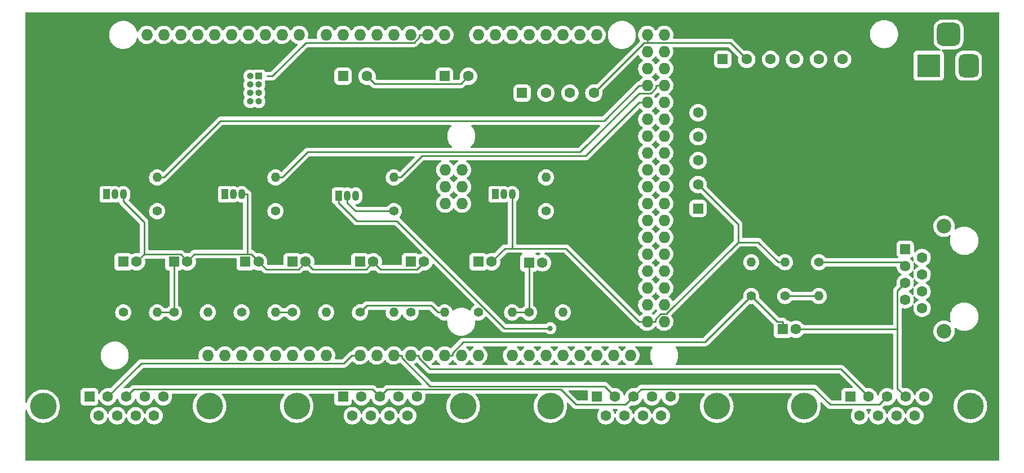
<source format=gbr>
%TF.GenerationSoftware,KiCad,Pcbnew,(6.0.4)*%
%TF.CreationDate,2022-04-19T02:21:29-03:00*%
%TF.ProjectId,TCC_Flow,5443435f-466c-46f7-972e-6b696361645f,rev?*%
%TF.SameCoordinates,Original*%
%TF.FileFunction,Copper,L1,Top*%
%TF.FilePolarity,Positive*%
%FSLAX46Y46*%
G04 Gerber Fmt 4.6, Leading zero omitted, Abs format (unit mm)*
G04 Created by KiCad (PCBNEW (6.0.4)) date 2022-04-19 02:21:29*
%MOMM*%
%LPD*%
G01*
G04 APERTURE LIST*
G04 Aperture macros list*
%AMRoundRect*
0 Rectangle with rounded corners*
0 $1 Rounding radius*
0 $2 $3 $4 $5 $6 $7 $8 $9 X,Y pos of 4 corners*
0 Add a 4 corners polygon primitive as box body*
4,1,4,$2,$3,$4,$5,$6,$7,$8,$9,$2,$3,0*
0 Add four circle primitives for the rounded corners*
1,1,$1+$1,$2,$3*
1,1,$1+$1,$4,$5*
1,1,$1+$1,$6,$7*
1,1,$1+$1,$8,$9*
0 Add four rect primitives between the rounded corners*
20,1,$1+$1,$2,$3,$4,$5,0*
20,1,$1+$1,$4,$5,$6,$7,0*
20,1,$1+$1,$6,$7,$8,$9,0*
20,1,$1+$1,$8,$9,$2,$3,0*%
G04 Aperture macros list end*
%TA.AperFunction,ComponentPad*%
%ADD10R,1.000000X1.000000*%
%TD*%
%TA.AperFunction,ComponentPad*%
%ADD11O,1.000000X1.000000*%
%TD*%
%TA.AperFunction,ComponentPad*%
%ADD12RoundRect,0.248000X0.552000X-0.552000X0.552000X0.552000X-0.552000X0.552000X-0.552000X-0.552000X0*%
%TD*%
%TA.AperFunction,ComponentPad*%
%ADD13C,1.600000*%
%TD*%
%TA.AperFunction,ComponentPad*%
%ADD14C,2.200000*%
%TD*%
%TA.AperFunction,ComponentPad*%
%ADD15O,1.727200X1.727200*%
%TD*%
%TA.AperFunction,ComponentPad*%
%ADD16R,1.600000X1.600000*%
%TD*%
%TA.AperFunction,ComponentPad*%
%ADD17R,3.500000X3.500000*%
%TD*%
%TA.AperFunction,ComponentPad*%
%ADD18RoundRect,0.750000X0.750000X1.000000X-0.750000X1.000000X-0.750000X-1.000000X0.750000X-1.000000X0*%
%TD*%
%TA.AperFunction,ComponentPad*%
%ADD19RoundRect,0.875000X0.875000X0.875000X-0.875000X0.875000X-0.875000X-0.875000X0.875000X-0.875000X0*%
%TD*%
%TA.AperFunction,ComponentPad*%
%ADD20C,4.000000*%
%TD*%
%TA.AperFunction,ComponentPad*%
%ADD21RoundRect,0.250000X-0.550000X-0.550000X0.550000X-0.550000X0.550000X0.550000X-0.550000X0.550000X0*%
%TD*%
%TA.AperFunction,ComponentPad*%
%ADD22RoundRect,0.250000X0.550000X-0.550000X0.550000X0.550000X-0.550000X0.550000X-0.550000X-0.550000X0*%
%TD*%
%TA.AperFunction,ComponentPad*%
%ADD23R,1.050000X1.500000*%
%TD*%
%TA.AperFunction,ComponentPad*%
%ADD24O,1.050000X1.500000*%
%TD*%
%TA.AperFunction,ComponentPad*%
%ADD25C,1.400000*%
%TD*%
%TA.AperFunction,ComponentPad*%
%ADD26O,1.400000X1.400000*%
%TD*%
%TA.AperFunction,ViaPad*%
%ADD27C,0.800000*%
%TD*%
%TA.AperFunction,Conductor*%
%ADD28C,0.250000*%
%TD*%
G04 APERTURE END LIST*
D10*
%TO.P,J1,1,Pin_1*%
%TO.N,Net-(XA1-Pad3V3)*%
X99060000Y-53340000D03*
D11*
%TO.P,J1,2,Pin_2*%
%TO.N,Net-(XA1-PadD1)*%
X97790000Y-53340000D03*
%TO.P,J1,3,Pin_3*%
%TO.N,unconnected-(J1-Pad3)*%
X99060000Y-54610000D03*
%TO.P,J1,4,Pin_4*%
%TO.N,unconnected-(J1-Pad4)*%
X97790000Y-54610000D03*
%TO.P,J1,5,Pin_5*%
%TO.N,unconnected-(J1-Pad5)*%
X99060000Y-55880000D03*
%TO.P,J1,6,Pin_6*%
%TO.N,unconnected-(J1-Pad6)*%
X97790000Y-55880000D03*
%TO.P,J1,7,Pin_7*%
%TO.N,unconnected-(J1-Pad7)*%
X99060000Y-57150000D03*
%TO.P,J1,8,Pin_8*%
%TO.N,Net-(C1-Pad2)*%
X97790000Y-57150000D03*
%TD*%
D12*
%TO.P,Pirani1,1,Pin_1*%
%TO.N,Net-(MFC1-Pad3)*%
X196200000Y-79375000D03*
D13*
%TO.P,Pirani1,2,Pin_2*%
%TO.N,Net-(C1-Pad2)*%
X198740000Y-80645000D03*
%TO.P,Pirani1,3,Pin_3*%
%TO.N,Net-(Pirani1-Pad3)*%
X196200000Y-81915000D03*
%TO.P,Pirani1,4,Pin_4*%
%TO.N,unconnected-(Pirani1-Pad4)*%
X198740000Y-83185000D03*
%TO.P,Pirani1,5,Pin_5*%
%TO.N,Net-(C1-Pad2)*%
X196200000Y-84455000D03*
%TO.P,Pirani1,6,Pin_6*%
%TO.N,unconnected-(Pirani1-Pad6)*%
X198740000Y-85725000D03*
%TO.P,Pirani1,7,Pin_7*%
%TO.N,unconnected-(Pirani1-Pad7)*%
X196200000Y-86995000D03*
%TO.P,Pirani1,8,Pin_8*%
%TO.N,unconnected-(Pirani1-Pad8)*%
X198740000Y-88265000D03*
D14*
%TO.P,Pirani1,SH*%
%TO.N,N/C*%
X202040000Y-91720000D03*
X202040000Y-75920000D03*
%TD*%
D15*
%TO.P,XA1,MISO,SPI_MISO*%
%TO.N,unconnected-(XA1-PadMISO)*%
X127107000Y-67440000D03*
%TO.P,XA1,GND6,GND*%
%TO.N,unconnected-(XA1-PadGND6)*%
X160000000Y-90300000D03*
%TO.P,XA1,GND5,GND*%
%TO.N,Net-(C1-Pad2)*%
X157460000Y-90300000D03*
%TO.P,XA1,D53,D53_SS*%
%TO.N,Net-(MicroSd1-Pad6)*%
X160000000Y-87760000D03*
%TO.P,XA1,D52,D52*%
%TO.N,Net-(MicroSd1-Pad5)*%
X157460000Y-87760000D03*
%TO.P,XA1,D51,D51*%
%TO.N,Net-(MicroSd1-Pad4)*%
X160000000Y-85220000D03*
%TO.P,XA1,D50,D50*%
%TO.N,Net-(MicroSd1-Pad3)*%
X157460000Y-85220000D03*
%TO.P,XA1,D49,D49*%
%TO.N,unconnected-(XA1-PadD49)*%
X160000000Y-82680000D03*
%TO.P,XA1,D48,D48*%
%TO.N,unconnected-(XA1-PadD48)*%
X157460000Y-82680000D03*
%TO.P,XA1,D47,D47*%
%TO.N,unconnected-(XA1-PadD47)*%
X160000000Y-80140000D03*
%TO.P,XA1,D46,D46*%
%TO.N,unconnected-(XA1-PadD46)*%
X157460000Y-80140000D03*
%TO.P,XA1,D45,D45*%
%TO.N,unconnected-(XA1-PadD45)*%
X160000000Y-77600000D03*
%TO.P,XA1,D44,D44*%
%TO.N,unconnected-(XA1-PadD44)*%
X157460000Y-77600000D03*
%TO.P,XA1,D43,D43*%
%TO.N,unconnected-(XA1-PadD43)*%
X160000000Y-75060000D03*
%TO.P,XA1,D42,D42*%
%TO.N,unconnected-(XA1-PadD42)*%
X157460000Y-75060000D03*
%TO.P,XA1,D41,D41*%
%TO.N,unconnected-(XA1-PadD41)*%
X160000000Y-72520000D03*
%TO.P,XA1,D40,D40*%
%TO.N,unconnected-(XA1-PadD40)*%
X157460000Y-72520000D03*
%TO.P,XA1,D39,D39*%
%TO.N,unconnected-(XA1-PadD39)*%
X160000000Y-69980000D03*
%TO.P,XA1,D38,D38*%
%TO.N,unconnected-(XA1-PadD38)*%
X157460000Y-69980000D03*
%TO.P,XA1,D37,D37*%
%TO.N,unconnected-(XA1-PadD37)*%
X160000000Y-67440000D03*
%TO.P,XA1,D36,D36*%
%TO.N,unconnected-(XA1-PadD36)*%
X157460000Y-67440000D03*
%TO.P,XA1,D35,D35*%
%TO.N,unconnected-(XA1-PadD35)*%
X160000000Y-64900000D03*
%TO.P,XA1,D34,D34*%
%TO.N,unconnected-(XA1-PadD34)*%
X157460000Y-64900000D03*
%TO.P,XA1,D33,D33*%
%TO.N,unconnected-(XA1-PadD33)*%
X160000000Y-62360000D03*
%TO.P,XA1,D32,D32*%
%TO.N,unconnected-(XA1-PadD32)*%
X157460000Y-62360000D03*
%TO.P,XA1,D31,D31*%
%TO.N,unconnected-(XA1-PadD31)*%
X160000000Y-59820000D03*
%TO.P,XA1,D30,D30*%
%TO.N,unconnected-(XA1-PadD30)*%
X157460000Y-59820000D03*
%TO.P,XA1,D29,D29*%
%TO.N,Net-(XA1-PadD29)*%
X160000000Y-57280000D03*
%TO.P,XA1,D28,D28*%
%TO.N,Net-(R10-Pad2)*%
X157460000Y-57280000D03*
%TO.P,XA1,D27,D27*%
%TO.N,Net-(R11-Pad2)*%
X160000000Y-54740000D03*
%TO.P,XA1,D26,D26*%
%TO.N,Net-(R8-Pad2)*%
X157460000Y-54740000D03*
%TO.P,XA1,D25,D25*%
%TO.N,unconnected-(XA1-PadD25)*%
X160000000Y-52200000D03*
%TO.P,XA1,D24,D24*%
%TO.N,unconnected-(XA1-PadD24)*%
X157460000Y-52200000D03*
%TO.P,XA1,D23,D23*%
%TO.N,Net-(Clock1-Pad5)*%
X160000000Y-49660000D03*
%TO.P,XA1,D22,D22*%
%TO.N,Net-(Clock1-Pad4)*%
X157460000Y-49660000D03*
%TO.P,XA1,5V4,5V*%
%TO.N,unconnected-(XA1-Pad5V4)*%
X160000000Y-47120000D03*
%TO.P,XA1,5V3,5V*%
%TO.N,Net-(Clock1-Pad1)*%
X157460000Y-47120000D03*
%TO.P,XA1,A15,A15*%
%TO.N,unconnected-(XA1-PadA15)*%
X154920000Y-95380000D03*
%TO.P,XA1,A14,A14*%
%TO.N,unconnected-(XA1-PadA14)*%
X152380000Y-95380000D03*
%TO.P,XA1,A13,A13*%
%TO.N,unconnected-(XA1-PadA13)*%
X149840000Y-95380000D03*
%TO.P,XA1,A12,A12*%
%TO.N,unconnected-(XA1-PadA12)*%
X147300000Y-95380000D03*
%TO.P,XA1,A11,A11*%
%TO.N,unconnected-(XA1-PadA11)*%
X144760000Y-95380000D03*
%TO.P,XA1,A10,A10*%
%TO.N,unconnected-(XA1-PadA10)*%
X142220000Y-95380000D03*
%TO.P,XA1,A9,A9*%
%TO.N,unconnected-(XA1-PadA9)*%
X139680000Y-95380000D03*
%TO.P,XA1,A8,A8*%
%TO.N,unconnected-(XA1-PadA8)*%
X137140000Y-95380000D03*
%TO.P,XA1,A7,A7*%
%TO.N,unconnected-(XA1-PadA7)*%
X132060000Y-95380000D03*
%TO.P,XA1,A6,A6*%
%TO.N,unconnected-(XA1-PadA6)*%
X129520000Y-95380000D03*
%TO.P,XA1,A5,A5*%
%TO.N,Net-(C5-Pad1)*%
X126980000Y-95380000D03*
%TO.P,XA1,A4,A4*%
%TO.N,unconnected-(XA1-PadA4)*%
X124440000Y-95380000D03*
%TO.P,XA1,A3,A3*%
%TO.N,Net-(MFC4-Pad2)*%
X121900000Y-95380000D03*
%TO.P,XA1,A2,A2*%
%TO.N,Net-(MFC3-Pad2)*%
X119360000Y-95380000D03*
%TO.P,XA1,A1,A1*%
%TO.N,Net-(MFC2-Pad2)*%
X116820000Y-95380000D03*
%TO.P,XA1,*%
%TO.N,*%
X91420000Y-95380000D03*
%TO.P,XA1,D11,D11*%
%TO.N,unconnected-(XA1-PadD11)*%
X97516000Y-47120000D03*
%TO.P,XA1,D12,D12*%
%TO.N,unconnected-(XA1-PadD12)*%
X94976000Y-47120000D03*
%TO.P,XA1,D13,D13*%
%TO.N,unconnected-(XA1-PadD13)*%
X92436000Y-47120000D03*
%TO.P,XA1,AREF,AREF*%
%TO.N,unconnected-(XA1-PadAREF)*%
X87356000Y-47120000D03*
%TO.P,XA1,SDA,SDA*%
%TO.N,unconnected-(XA1-PadSDA)*%
X84816000Y-47120000D03*
%TO.P,XA1,SCL,SCL*%
%TO.N,unconnected-(XA1-PadSCL)*%
X82276000Y-47120000D03*
%TO.P,XA1,D10,D10*%
%TO.N,unconnected-(XA1-PadD10)*%
X100056000Y-47120000D03*
%TO.P,XA1,D9,D9*%
%TO.N,unconnected-(XA1-PadD9)*%
X102596000Y-47120000D03*
%TO.P,XA1,D8,D8*%
%TO.N,Net-(Clock1-Pad3)*%
X105136000Y-47120000D03*
%TO.P,XA1,GND1,GND*%
%TO.N,unconnected-(XA1-PadGND1)*%
X89896000Y-47120000D03*
%TO.P,XA1,D7,D7*%
%TO.N,unconnected-(XA1-PadD7)*%
X109200000Y-47120000D03*
%TO.P,XA1,D6,D6*%
%TO.N,unconnected-(XA1-PadD6)*%
X111740000Y-47120000D03*
%TO.P,XA1,D5,D5*%
%TO.N,Net-(R6-Pad2)*%
X114280000Y-47120000D03*
%TO.P,XA1,D4,D4*%
%TO.N,Net-(R5-Pad2)*%
X116820000Y-47120000D03*
%TO.P,XA1,D3,D3_INT1*%
%TO.N,Net-(R4-Pad2)*%
X119360000Y-47120000D03*
%TO.P,XA1,D2,D2_INT0*%
%TO.N,Net-(R3-Pad2)*%
X121900000Y-47120000D03*
%TO.P,XA1,D1,D1_TX0*%
%TO.N,Net-(XA1-PadD1)*%
X124440000Y-47120000D03*
%TO.P,XA1,D0,D0_RX0*%
%TO.N,unconnected-(XA1-PadD0)*%
X126980000Y-47120000D03*
%TO.P,XA1,D14,D14_TX3*%
%TO.N,unconnected-(XA1-PadD14)*%
X132060000Y-47120000D03*
%TO.P,XA1,D15,D15_RX3*%
%TO.N,unconnected-(XA1-PadD15)*%
X134600000Y-47120000D03*
%TO.P,XA1,D16,D16_TX2*%
%TO.N,unconnected-(XA1-PadD16)*%
X137140000Y-47120000D03*
%TO.P,XA1,D17,D17_RX2*%
%TO.N,unconnected-(XA1-PadD17)*%
X139680000Y-47120000D03*
%TO.P,XA1,D18,D18_TX1*%
%TO.N,Net-(Tela1-Pad2)*%
X142220000Y-47120000D03*
%TO.P,XA1,D19,D19_RX1*%
%TO.N,Net-(Tela1-Pad3)*%
X144760000Y-47120000D03*
%TO.P,XA1,D20,D20_SDA*%
%TO.N,unconnected-(XA1-PadD20)*%
X147300000Y-47120000D03*
%TO.P,XA1,D21,D21_SCL*%
%TO.N,unconnected-(XA1-PadD21)*%
X149840000Y-47120000D03*
%TO.P,XA1,IORF,IOREF*%
%TO.N,unconnected-(XA1-PadIORF)*%
X93960000Y-95380000D03*
%TO.P,XA1,RST1,RESET*%
%TO.N,unconnected-(XA1-PadRST1)*%
X96500000Y-95380000D03*
%TO.P,XA1,3V3,3.3V*%
%TO.N,Net-(XA1-Pad3V3)*%
X99040000Y-95380000D03*
%TO.P,XA1,5V1,5V*%
%TO.N,unconnected-(XA1-Pad5V1)*%
X101580000Y-95380000D03*
%TO.P,XA1,GND2,GND*%
%TO.N,unconnected-(XA1-PadGND2)*%
X104120000Y-95380000D03*
%TO.P,XA1,GND3,GND*%
%TO.N,unconnected-(XA1-PadGND3)*%
X106660000Y-95380000D03*
%TO.P,XA1,VIN,VIN*%
%TO.N,Net-(XA1-PadVIN)*%
X109200000Y-95380000D03*
%TO.P,XA1,A0,A0*%
%TO.N,Net-(MFC1-Pad2)*%
X114280000Y-95380000D03*
%TO.P,XA1,5V2,SPI_5V*%
%TO.N,unconnected-(XA1-Pad5V2)*%
X129647000Y-67440000D03*
%TO.P,XA1,SCK,SPI_SCK*%
%TO.N,unconnected-(XA1-PadSCK)*%
X127107000Y-69980000D03*
%TO.P,XA1,MOSI,SPI_MOSI*%
%TO.N,unconnected-(XA1-PadMOSI)*%
X129647000Y-69980000D03*
%TO.P,XA1,GND4,SPI_GND*%
%TO.N,unconnected-(XA1-PadGND4)*%
X129647000Y-72520000D03*
%TO.P,XA1,RST2,SPI_RESET*%
%TO.N,unconnected-(XA1-PadRST2)*%
X127107000Y-72520000D03*
%TD*%
D16*
%TO.P,C2,1*%
%TO.N,Net-(MFC2-Pad6)*%
X97060000Y-81280000D03*
D13*
%TO.P,C2,2*%
%TO.N,Net-(C1-Pad2)*%
X99060000Y-81280000D03*
%TD*%
%TO.P,C1,2*%
%TO.N,Net-(C1-Pad2)*%
X88360000Y-81280000D03*
D16*
%TO.P,C1,1*%
%TO.N,Net-(R3-Pad1)*%
X86360000Y-81280000D03*
%TD*%
%TO.P,C9,1*%
%TO.N,Net-(MFC3-Pad6)*%
X121920000Y-81280000D03*
D13*
%TO.P,C9,2*%
%TO.N,Net-(C1-Pad2)*%
X123920000Y-81280000D03*
%TD*%
D16*
%TO.P,C8,1*%
%TO.N,Net-(R4-Pad1)*%
X104140000Y-81280000D03*
D13*
%TO.P,C8,2*%
%TO.N,Net-(C1-Pad2)*%
X106140000Y-81280000D03*
%TD*%
D16*
%TO.P,C7,1*%
%TO.N,Net-(R6-Pad1)*%
X139700000Y-81420000D03*
D13*
%TO.P,C7,2*%
%TO.N,unconnected-(C7-Pad2)*%
X141700000Y-81420000D03*
%TD*%
%TO.P,C6,2*%
%TO.N,Net-(C1-Pad2)*%
X80740000Y-81280000D03*
D16*
%TO.P,C6,1*%
%TO.N,Net-(C6-Pad1)*%
X78740000Y-81280000D03*
%TD*%
%TO.P,C5,1*%
%TO.N,Net-(C5-Pad1)*%
X177800000Y-91440000D03*
D13*
%TO.P,C5,2*%
%TO.N,Net-(C1-Pad2)*%
X179800000Y-91440000D03*
%TD*%
D16*
%TO.P,C4,1*%
%TO.N,Net-(MFC4-Pad6)*%
X132080000Y-81280000D03*
D13*
%TO.P,C4,2*%
%TO.N,Net-(C1-Pad2)*%
X134080000Y-81280000D03*
%TD*%
D16*
%TO.P,C3,1*%
%TO.N,Net-(R5-Pad1)*%
X114300000Y-81280000D03*
D13*
%TO.P,C3,2*%
%TO.N,Net-(C1-Pad2)*%
X116300000Y-81280000D03*
%TD*%
D17*
%TO.P,+15V-,1,Pin_1*%
%TO.N,Net-(MFC1-Pad3)*%
X199740000Y-51757500D03*
D18*
%TO.P,+15V-,2,Pin_2*%
%TO.N,Net-(C1-Pad2)*%
X205740000Y-51757500D03*
D19*
%TO.P,+15V-,3*%
%TO.N,N/C*%
X202740000Y-47057500D03*
%TD*%
D20*
%TO.P,MFC1,0*%
%TO.N,N/C*%
X91700000Y-103020000D03*
X66700000Y-103020000D03*
D16*
%TO.P,MFC1,1,Pin_1*%
%TO.N,Net-(Q1-Pad1)*%
X73660000Y-101600000D03*
D13*
%TO.P,MFC1,2,Pin_2*%
%TO.N,Net-(MFC1-Pad2)*%
X76430000Y-101600000D03*
%TO.P,MFC1,3,Pin_3*%
%TO.N,Net-(MFC1-Pad3)*%
X79200000Y-101600000D03*
%TO.P,MFC1,4,Pin_4*%
%TO.N,Net-(C1-Pad2)*%
X81970000Y-101600000D03*
%TO.P,MFC1,5,Pin_5*%
%TO.N,unconnected-(MFC1-Pad5)*%
X84740000Y-101600000D03*
%TO.P,MFC1,6,Pin_6*%
%TO.N,Net-(C6-Pad1)*%
X75045000Y-104440000D03*
%TO.P,MFC1,7,Pin_7*%
%TO.N,Net-(C1-Pad2)*%
X77815000Y-104440000D03*
%TO.P,MFC1,8,Pin_8*%
%TO.N,unconnected-(MFC1-Pad8)*%
X80585000Y-104440000D03*
%TO.P,MFC1,9,Pin_9*%
%TO.N,unconnected-(MFC1-Pad9)*%
X83355000Y-104440000D03*
%TD*%
D20*
%TO.P,MFC4,0*%
%TO.N,N/C*%
X206000000Y-103020000D03*
X181000000Y-103020000D03*
D16*
%TO.P,MFC4,1,Pin_1*%
%TO.N,Net-(MFC4-Pad1)*%
X187960000Y-101600000D03*
D13*
%TO.P,MFC4,2,Pin_2*%
%TO.N,Net-(MFC4-Pad2)*%
X190730000Y-101600000D03*
%TO.P,MFC4,3,Pin_3*%
%TO.N,Net-(MFC1-Pad3)*%
X193500000Y-101600000D03*
%TO.P,MFC4,4,Pin_4*%
%TO.N,Net-(C1-Pad2)*%
X196270000Y-101600000D03*
%TO.P,MFC4,5,Pin_5*%
%TO.N,unconnected-(MFC4-Pad5)*%
X199040000Y-101600000D03*
%TO.P,MFC4,6,Pin_6*%
%TO.N,Net-(MFC4-Pad6)*%
X189345000Y-104440000D03*
%TO.P,MFC4,7,Pin_7*%
%TO.N,Net-(C1-Pad2)*%
X192115000Y-104440000D03*
%TO.P,MFC4,8,Pin_8*%
%TO.N,unconnected-(MFC4-Pad8)*%
X194885000Y-104440000D03*
%TO.P,MFC4,9,Pin_9*%
%TO.N,unconnected-(MFC4-Pad9)*%
X197655000Y-104440000D03*
%TD*%
D20*
%TO.P,MFC3,0*%
%TO.N,N/C*%
X167900000Y-103020000D03*
X142900000Y-103020000D03*
D16*
%TO.P,MFC3,1,Pin_1*%
%TO.N,Net-(Q2-Pad1)*%
X149860000Y-101600000D03*
D13*
%TO.P,MFC3,2,Pin_2*%
%TO.N,Net-(MFC3-Pad2)*%
X152630000Y-101600000D03*
%TO.P,MFC3,3,Pin_3*%
%TO.N,Net-(MFC1-Pad3)*%
X155400000Y-101600000D03*
%TO.P,MFC3,4,Pin_4*%
%TO.N,Net-(C1-Pad2)*%
X158170000Y-101600000D03*
%TO.P,MFC3,5,Pin_5*%
%TO.N,unconnected-(MFC3-Pad5)*%
X160940000Y-101600000D03*
%TO.P,MFC3,6,Pin_6*%
%TO.N,Net-(MFC3-Pad6)*%
X151245000Y-104440000D03*
%TO.P,MFC3,7,Pin_7*%
%TO.N,Net-(C1-Pad2)*%
X154015000Y-104440000D03*
%TO.P,MFC3,8,Pin_8*%
%TO.N,unconnected-(MFC3-Pad8)*%
X156785000Y-104440000D03*
%TO.P,MFC3,9,Pin_9*%
%TO.N,unconnected-(MFC3-Pad9)*%
X159555000Y-104440000D03*
%TD*%
D20*
%TO.P,MFC2,0*%
%TO.N,N/C*%
X129800000Y-103020000D03*
X104800000Y-103020000D03*
D16*
%TO.P,MFC2,1,Pin_1*%
%TO.N,Net-(MFC2-Pad1)*%
X111760000Y-101600000D03*
D13*
%TO.P,MFC2,2,Pin_2*%
%TO.N,Net-(MFC2-Pad2)*%
X114530000Y-101600000D03*
%TO.P,MFC2,3,Pin_3*%
%TO.N,Net-(MFC1-Pad3)*%
X117300000Y-101600000D03*
%TO.P,MFC2,4,Pin_4*%
%TO.N,Net-(C1-Pad2)*%
X120070000Y-101600000D03*
%TO.P,MFC2,5,Pin_5*%
%TO.N,unconnected-(MFC2-Pad5)*%
X122840000Y-101600000D03*
%TO.P,MFC2,6,Pin_6*%
%TO.N,Net-(MFC2-Pad6)*%
X113145000Y-104440000D03*
%TO.P,MFC2,7,Pin_7*%
%TO.N,Net-(C1-Pad2)*%
X115915000Y-104440000D03*
%TO.P,MFC2,8,Pin_8*%
%TO.N,unconnected-(MFC2-Pad8)*%
X118685000Y-104440000D03*
%TO.P,MFC2,9,Pin_9*%
%TO.N,unconnected-(MFC2-Pad9)*%
X121455000Y-104440000D03*
%TD*%
%TO.P,+15V2-,2,Pin_2*%
%TO.N,Net-(C1-Pad2)*%
X130600000Y-53340000D03*
D21*
%TO.P,+15V2-,1,Pin_1*%
%TO.N,Net-(MFC1-Pad3)*%
X127000000Y-53340000D03*
%TD*%
%TO.P,+5V-,1,Pin_1*%
%TO.N,Net-(XA1-PadVIN)*%
X111760000Y-53340000D03*
D13*
%TO.P,+5V-,2,Pin_2*%
%TO.N,Net-(C1-Pad2)*%
X115360000Y-53340000D03*
%TD*%
D21*
%TO.P,Tela1,1,Pin_1*%
%TO.N,Net-(C1-Pad2)*%
X138640000Y-55880000D03*
D13*
%TO.P,Tela1,2,Pin_2*%
%TO.N,Net-(Tela1-Pad2)*%
X142240000Y-55880000D03*
%TO.P,Tela1,3,Pin_3*%
%TO.N,Net-(Tela1-Pad3)*%
X145840000Y-55880000D03*
%TO.P,Tela1,4,Pin_4*%
%TO.N,Net-(Clock1-Pad1)*%
X149440000Y-55880000D03*
%TD*%
D22*
%TO.P,Clock1,1,Pin_1*%
%TO.N,Net-(Clock1-Pad1)*%
X165100000Y-73240000D03*
D13*
%TO.P,Clock1,2,Pin_2*%
%TO.N,Net-(C1-Pad2)*%
X165100000Y-69640000D03*
%TO.P,Clock1,3,Pin_3*%
%TO.N,Net-(Clock1-Pad3)*%
X165100000Y-66040000D03*
%TO.P,Clock1,4,Pin_4*%
%TO.N,Net-(Clock1-Pad4)*%
X165100000Y-62440000D03*
%TO.P,Clock1,5,Pin_5*%
%TO.N,Net-(Clock1-Pad5)*%
X165100000Y-58840000D03*
%TD*%
%TO.P,MicroSd1,6,Pin_6*%
%TO.N,Net-(MicroSd1-Pad6)*%
X186800000Y-50800000D03*
%TO.P,MicroSd1,5,Pin_5*%
%TO.N,Net-(MicroSd1-Pad5)*%
X183200000Y-50800000D03*
%TO.P,MicroSd1,4,Pin_4*%
%TO.N,Net-(MicroSd1-Pad4)*%
X179600000Y-50800000D03*
%TO.P,MicroSd1,3,Pin_3*%
%TO.N,Net-(MicroSd1-Pad3)*%
X176000000Y-50800000D03*
%TO.P,MicroSd1,2,Pin_2*%
%TO.N,Net-(Clock1-Pad1)*%
X172400000Y-50800000D03*
D21*
%TO.P,MicroSd1,1,Pin_1*%
%TO.N,Net-(C1-Pad2)*%
X168800000Y-50800000D03*
%TD*%
D23*
%TO.P,Q4,1,C*%
%TO.N,Net-(MFC4-Pad1)*%
X134620000Y-71120000D03*
D24*
%TO.P,Q4,2,B*%
%TO.N,Net-(Q4-Pad2)*%
X135890000Y-71120000D03*
%TO.P,Q4,3,E*%
%TO.N,Net-(C1-Pad2)*%
X137160000Y-71120000D03*
%TD*%
D23*
%TO.P,Q3,1,C*%
%TO.N,Net-(MFC2-Pad1)*%
X93980000Y-71120000D03*
D24*
%TO.P,Q3,2,B*%
%TO.N,Net-(Q3-Pad2)*%
X95250000Y-71120000D03*
%TO.P,Q3,3,E*%
%TO.N,Net-(C1-Pad2)*%
X96520000Y-71120000D03*
%TD*%
D23*
%TO.P,Q2,1,C*%
%TO.N,Net-(Q2-Pad1)*%
X111105000Y-71337500D03*
D24*
%TO.P,Q2,2,B*%
%TO.N,Net-(Q2-Pad2)*%
X112375000Y-71337500D03*
%TO.P,Q2,3,E*%
%TO.N,Net-(C1-Pad2)*%
X113645000Y-71337500D03*
%TD*%
D23*
%TO.P,Q1,1,C*%
%TO.N,Net-(Q1-Pad1)*%
X76200000Y-71120000D03*
D24*
%TO.P,Q1,2,B*%
%TO.N,Net-(Q1-Pad2)*%
X77470000Y-71120000D03*
%TO.P,Q1,3,E*%
%TO.N,Net-(C1-Pad2)*%
X78740000Y-71120000D03*
%TD*%
D25*
%TO.P,R15,1*%
%TO.N,Net-(MFC2-Pad6)*%
X96520000Y-88900000D03*
D26*
%TO.P,R15,2*%
%TO.N,Net-(R4-Pad1)*%
X101600000Y-88900000D03*
%TD*%
D25*
%TO.P,R14,1*%
%TO.N,Net-(MFC3-Pad6)*%
X121920000Y-88900000D03*
D26*
%TO.P,R14,2*%
%TO.N,Net-(R5-Pad1)*%
X127000000Y-88900000D03*
%TD*%
D25*
%TO.P,R13,1*%
%TO.N,Net-(MFC4-Pad6)*%
X132080000Y-88900000D03*
D26*
%TO.P,R13,2*%
%TO.N,Net-(R6-Pad1)*%
X137160000Y-88900000D03*
%TD*%
D25*
%TO.P,R12,1*%
%TO.N,Net-(Q4-Pad2)*%
X142240000Y-73660000D03*
D26*
%TO.P,R12,2*%
%TO.N,Net-(XA1-PadD29)*%
X142240000Y-68580000D03*
%TD*%
D25*
%TO.P,R11,1*%
%TO.N,Net-(Q3-Pad2)*%
X101600000Y-73660000D03*
D26*
%TO.P,R11,2*%
%TO.N,Net-(R11-Pad2)*%
X101600000Y-68580000D03*
%TD*%
D25*
%TO.P,R10,1*%
%TO.N,Net-(Q2-Pad2)*%
X119380000Y-73660000D03*
D26*
%TO.P,R10,2*%
%TO.N,Net-(R10-Pad2)*%
X119380000Y-68580000D03*
%TD*%
%TO.P,R9,2*%
%TO.N,Net-(R3-Pad1)*%
X83820000Y-88900000D03*
D25*
%TO.P,R9,1*%
%TO.N,Net-(C6-Pad1)*%
X78740000Y-88900000D03*
%TD*%
%TO.P,R8,1*%
%TO.N,Net-(Q1-Pad2)*%
X83820000Y-73660000D03*
D26*
%TO.P,R8,2*%
%TO.N,Net-(R8-Pad2)*%
X83820000Y-68580000D03*
%TD*%
D25*
%TO.P,R7,1*%
%TO.N,Net-(C5-Pad1)*%
X173080000Y-86420000D03*
D26*
%TO.P,R7,2*%
%TO.N,Net-(R1-Pad2)*%
X173080000Y-81340000D03*
%TD*%
D25*
%TO.P,R6,1*%
%TO.N,Net-(R6-Pad1)*%
X139700000Y-88900000D03*
D26*
%TO.P,R6,2*%
%TO.N,Net-(R6-Pad2)*%
X144780000Y-88900000D03*
%TD*%
D25*
%TO.P,R5,1*%
%TO.N,Net-(R5-Pad1)*%
X114300000Y-88900000D03*
D26*
%TO.P,R5,2*%
%TO.N,Net-(R5-Pad2)*%
X119380000Y-88900000D03*
%TD*%
D25*
%TO.P,R4,1*%
%TO.N,Net-(R4-Pad1)*%
X104140000Y-88900000D03*
D26*
%TO.P,R4,2*%
%TO.N,Net-(R4-Pad2)*%
X109220000Y-88900000D03*
%TD*%
%TO.P,R3,2*%
%TO.N,Net-(R3-Pad2)*%
X91440000Y-88900000D03*
D25*
%TO.P,R3,1*%
%TO.N,Net-(R3-Pad1)*%
X86360000Y-88900000D03*
%TD*%
%TO.P,R2,1*%
%TO.N,Net-(R1-Pad2)*%
X178160000Y-86420000D03*
D26*
%TO.P,R2,2*%
%TO.N,Net-(C1-Pad2)*%
X178160000Y-81340000D03*
%TD*%
D25*
%TO.P,R1,1*%
%TO.N,Net-(Pirani1-Pad3)*%
X183240000Y-81340000D03*
D26*
%TO.P,R1,2*%
%TO.N,Net-(R1-Pad2)*%
X183240000Y-86420000D03*
%TD*%
D27*
%TO.N,Net-(Q2-Pad1)*%
X142881600Y-91281400D03*
%TD*%
D28*
%TO.N,Net-(XA1-PadD1)*%
X123251100Y-47491600D02*
X123251100Y-47120000D01*
X122433800Y-48308900D02*
X123251100Y-47491600D01*
X106186400Y-48308900D02*
X122433800Y-48308900D01*
X101155300Y-53340000D02*
X106186400Y-48308900D01*
X100330000Y-53340000D02*
X101155300Y-53340000D01*
X124440000Y-47120000D02*
X123251100Y-47120000D01*
%TO.N,Net-(Q2-Pad1)*%
X135976100Y-91281400D02*
X142881600Y-91281400D01*
X119824000Y-75129300D02*
X135976100Y-91281400D01*
X113821500Y-75129300D02*
X119824000Y-75129300D01*
X111105000Y-72412800D02*
X113821500Y-75129300D01*
X111105000Y-71337500D02*
X111105000Y-72412800D01*
%TO.N,Net-(R11-Pad2)*%
X158811100Y-55111600D02*
X158811100Y-54740000D01*
X157993800Y-55928900D02*
X158811100Y-55111600D01*
X156199100Y-55928900D02*
X157993800Y-55928900D01*
X147372600Y-64755400D02*
X156199100Y-55928900D01*
X106449900Y-64755400D02*
X147372600Y-64755400D01*
X102625300Y-68580000D02*
X106449900Y-64755400D01*
X101600000Y-68580000D02*
X102625300Y-68580000D01*
X160000000Y-54740000D02*
X158811100Y-54740000D01*
%TO.N,Net-(R10-Pad2)*%
X148193900Y-65357200D02*
X156271100Y-57280000D01*
X123628100Y-65357200D02*
X148193900Y-65357200D01*
X120405300Y-68580000D02*
X123628100Y-65357200D01*
X119380000Y-68580000D02*
X120405300Y-68580000D01*
X157460000Y-57280000D02*
X156271100Y-57280000D01*
%TO.N,Net-(MFC4-Pad2)*%
X121900000Y-95380000D02*
X123088900Y-95380000D01*
X123088900Y-95740300D02*
X123088900Y-95380000D01*
X124782200Y-97433600D02*
X123088900Y-95740300D01*
X186563600Y-97433600D02*
X124782200Y-97433600D01*
X190730000Y-101600000D02*
X186563600Y-97433600D01*
%TO.N,Net-(Q2-Pad2)*%
X112375000Y-71337500D02*
X112375000Y-72412800D01*
X113622200Y-73660000D02*
X112375000Y-72412800D01*
X119380000Y-73660000D02*
X113622200Y-73660000D01*
%TO.N,Net-(MFC3-Pad2)*%
X120548900Y-95751500D02*
X120548900Y-95380000D01*
X124801400Y-100004000D02*
X120548900Y-95751500D01*
X151034000Y-100004000D02*
X124801400Y-100004000D01*
X152630000Y-101600000D02*
X151034000Y-100004000D01*
X119360000Y-95380000D02*
X120548900Y-95380000D01*
%TO.N,Net-(R8-Pad2)*%
X83820000Y-68580000D02*
X84845300Y-68580000D01*
X157460000Y-54740000D02*
X156271100Y-54740000D01*
X93363800Y-60061500D02*
X84845300Y-68580000D01*
X93363800Y-60061400D02*
X93363800Y-60061500D01*
X150949700Y-60061400D02*
X93363800Y-60061400D01*
X156271100Y-54740000D02*
X150949700Y-60061400D01*
%TO.N,Net-(MFC1-Pad2)*%
X111902200Y-96568900D02*
X113091100Y-95380000D01*
X81461100Y-96568900D02*
X111902200Y-96568900D01*
X76430000Y-101600000D02*
X81461100Y-96568900D01*
X114280000Y-95380000D02*
X113091100Y-95380000D01*
%TO.N,Net-(MFC1-Pad3)*%
X156561000Y-100439000D02*
X155400000Y-101600000D01*
X182582900Y-100439000D02*
X156561000Y-100439000D01*
X184914300Y-102770400D02*
X182582900Y-100439000D01*
X192329600Y-102770400D02*
X184914300Y-102770400D01*
X193500000Y-101600000D02*
X192329600Y-102770400D01*
X118425400Y-100474600D02*
X117300000Y-101600000D01*
X144432600Y-100474600D02*
X118425400Y-100474600D01*
X146728400Y-102770400D02*
X144432600Y-100474600D01*
X154229600Y-102770400D02*
X146728400Y-102770400D01*
X155400000Y-101600000D02*
X154229600Y-102770400D01*
X116174600Y-100474600D02*
X117300000Y-101600000D01*
X80325400Y-100474600D02*
X116174600Y-100474600D01*
X79200000Y-101600000D02*
X80325400Y-100474600D01*
%TO.N,Net-(Clock1-Pad1)*%
X169908900Y-48308900D02*
X157460000Y-48308900D01*
X172400000Y-50800000D02*
X169908900Y-48308900D01*
X157460000Y-47120000D02*
X157460000Y-48308900D01*
X157011100Y-48308900D02*
X157460000Y-48308900D01*
X149440000Y-55880000D02*
X157011100Y-48308900D01*
%TO.N,Net-(C5-Pad1)*%
X177800000Y-91440000D02*
X177800000Y-90314700D01*
X176974700Y-90314700D02*
X177800000Y-90314700D01*
X173080000Y-86420000D02*
X176974700Y-90314700D01*
X126980000Y-95380000D02*
X128168900Y-95380000D01*
X128168900Y-95008500D02*
X128168900Y-95380000D01*
X129816700Y-93360700D02*
X128168900Y-95008500D01*
X166139300Y-93360700D02*
X129816700Y-93360700D01*
X173080000Y-86420000D02*
X166139300Y-93360700D01*
%TO.N,Net-(R6-Pad1)*%
X139700000Y-88900000D02*
X137160000Y-88900000D01*
X139700000Y-81420000D02*
X139700000Y-82545300D01*
X139700000Y-88900000D02*
X139700000Y-82545300D01*
%TO.N,Net-(R5-Pad1)*%
X124949400Y-87874700D02*
X125974700Y-88900000D01*
X115325300Y-87874700D02*
X124949400Y-87874700D01*
X114300000Y-88900000D02*
X115325300Y-87874700D01*
X127000000Y-88900000D02*
X125974700Y-88900000D01*
%TO.N,Net-(R4-Pad1)*%
X104140000Y-88900000D02*
X101600000Y-88900000D01*
%TO.N,Net-(R3-Pad1)*%
X86360000Y-88900000D02*
X83820000Y-88900000D01*
X86360000Y-81280000D02*
X86360000Y-82405300D01*
X86360000Y-88900000D02*
X86360000Y-82405300D01*
%TO.N,Net-(C1-Pad2)*%
X137160000Y-71120000D02*
X137160000Y-72195300D01*
X106140000Y-81340100D02*
X106140000Y-81280000D01*
X123920000Y-81387700D02*
X123920000Y-81280000D01*
X122893100Y-82414600D02*
X123920000Y-81387700D01*
X117374500Y-82414600D02*
X122893100Y-82414600D01*
X116300000Y-81340100D02*
X117374500Y-82414600D01*
X115234700Y-82405400D02*
X116300000Y-81340100D01*
X107205300Y-82405400D02*
X115234700Y-82405400D01*
X106140000Y-81340100D02*
X107205300Y-82405400D01*
X116300000Y-81340100D02*
X116300000Y-81280000D01*
X195041400Y-91440000D02*
X179800000Y-91440000D01*
X195041400Y-85613600D02*
X195041400Y-91440000D01*
X196200000Y-84455000D02*
X195041400Y-85613600D01*
X195041400Y-100371400D02*
X196270000Y-101600000D01*
X195041400Y-91440000D02*
X195041400Y-100371400D01*
X78740000Y-71120000D02*
X78740000Y-72195300D01*
X96520000Y-71120000D02*
X97370300Y-71120000D01*
X100185400Y-82405400D02*
X99060000Y-81280000D01*
X105074700Y-82405400D02*
X100185400Y-82405400D01*
X106140000Y-81340100D02*
X105074700Y-82405400D01*
X81865400Y-75320700D02*
X81865400Y-80154600D01*
X78740000Y-72195300D02*
X81865400Y-75320700D01*
X81865400Y-80154600D02*
X80740000Y-81280000D01*
X87356800Y-80154600D02*
X88360000Y-81157800D01*
X81865400Y-80154600D02*
X87356800Y-80154600D01*
X88360000Y-81157800D02*
X88360000Y-81280000D01*
X97370300Y-80100500D02*
X97370300Y-71120000D01*
X97954400Y-80100500D02*
X97370300Y-80100500D01*
X99060000Y-81206100D02*
X97954400Y-80100500D01*
X99060000Y-81280000D02*
X99060000Y-81206100D01*
X89417300Y-80100500D02*
X88360000Y-81157800D01*
X97370300Y-80100500D02*
X89417300Y-80100500D01*
X116524900Y-54504900D02*
X115360000Y-53340000D01*
X129435100Y-54504900D02*
X116524900Y-54504900D01*
X130600000Y-53340000D02*
X129435100Y-54504900D01*
X178160000Y-81340000D02*
X177134700Y-81340000D01*
X157460000Y-90300000D02*
X156271100Y-90300000D01*
X137160000Y-79289900D02*
X137160000Y-72195300D01*
X136070100Y-79289900D02*
X137160000Y-79289900D01*
X134080000Y-81280000D02*
X136070100Y-79289900D01*
X145261000Y-79289900D02*
X156271100Y-90300000D01*
X137160000Y-79289900D02*
X145261000Y-79289900D01*
X157460000Y-90300000D02*
X158648900Y-90300000D01*
X174129200Y-78334500D02*
X171107900Y-78334500D01*
X177134700Y-81340000D02*
X174129200Y-78334500D01*
X171107900Y-75647900D02*
X171107900Y-78334500D01*
X165100000Y-69640000D02*
X171107900Y-75647900D01*
X158648900Y-89928400D02*
X158648900Y-90300000D01*
X159466200Y-89111100D02*
X158648900Y-89928400D01*
X160331300Y-89111100D02*
X159466200Y-89111100D01*
X171107900Y-78334500D02*
X160331300Y-89111100D01*
%TO.N,Net-(R1-Pad2)*%
X183240000Y-86420000D02*
X178160000Y-86420000D01*
%TO.N,Net-(Pirani1-Pad3)*%
X195625000Y-81340000D02*
X196200000Y-81915000D01*
X183240000Y-81340000D02*
X195625000Y-81340000D01*
%TD*%
%TA.AperFunction,NonConductor*%
G36*
X158819032Y-50366816D02*
G01*
X158839125Y-50391799D01*
X158886275Y-50468743D01*
X158886279Y-50468748D01*
X158888975Y-50473147D01*
X159036702Y-50643687D01*
X159210299Y-50787810D01*
X159214751Y-50790412D01*
X159214756Y-50790415D01*
X159264069Y-50819231D01*
X159312792Y-50870870D01*
X159325863Y-50940653D01*
X159299131Y-51006425D01*
X159268595Y-51033783D01*
X159266335Y-51034960D01*
X159085905Y-51170430D01*
X158930024Y-51333550D01*
X158927112Y-51337819D01*
X158927106Y-51337827D01*
X158833503Y-51475043D01*
X158778592Y-51520046D01*
X158708067Y-51528217D01*
X158644320Y-51496963D01*
X158623623Y-51472479D01*
X158616364Y-51461257D01*
X158550826Y-51359951D01*
X158398977Y-51193071D01*
X158394926Y-51189872D01*
X158394922Y-51189868D01*
X158225966Y-51056434D01*
X158225962Y-51056432D01*
X158221911Y-51053232D01*
X158198535Y-51040328D01*
X158148564Y-50989896D01*
X158133792Y-50920453D01*
X158158908Y-50854047D01*
X158186259Y-50827441D01*
X158344455Y-50714601D01*
X158344459Y-50714597D01*
X158348667Y-50711596D01*
X158508487Y-50552333D01*
X158568553Y-50468743D01*
X158629370Y-50384107D01*
X158685364Y-50340459D01*
X158756068Y-50334013D01*
X158819032Y-50366816D01*
G37*
%TD.AperFunction*%
%TA.AperFunction,NonConductor*%
G36*
X158819032Y-52906816D02*
G01*
X158839125Y-52931799D01*
X158886275Y-53008743D01*
X158886279Y-53008748D01*
X158888975Y-53013147D01*
X159036702Y-53183687D01*
X159210299Y-53327810D01*
X159214751Y-53330412D01*
X159214756Y-53330415D01*
X159264069Y-53359231D01*
X159312792Y-53410870D01*
X159325863Y-53480653D01*
X159299131Y-53546425D01*
X159268595Y-53573783D01*
X159266335Y-53574960D01*
X159219719Y-53609960D01*
X159090310Y-53707123D01*
X159085905Y-53710430D01*
X159082333Y-53714168D01*
X158939551Y-53863581D01*
X158930024Y-53873550D01*
X158927112Y-53877819D01*
X158927106Y-53877827D01*
X158833503Y-54015043D01*
X158778592Y-54060046D01*
X158708067Y-54068217D01*
X158644320Y-54036963D01*
X158623623Y-54012479D01*
X158619737Y-54006471D01*
X158579062Y-53943598D01*
X158553634Y-53904291D01*
X158553632Y-53904288D01*
X158550826Y-53899951D01*
X158398977Y-53733071D01*
X158394926Y-53729872D01*
X158394922Y-53729868D01*
X158225966Y-53596434D01*
X158225962Y-53596432D01*
X158221911Y-53593232D01*
X158198535Y-53580328D01*
X158148564Y-53529896D01*
X158133792Y-53460453D01*
X158158908Y-53394047D01*
X158186259Y-53367441D01*
X158344455Y-53254601D01*
X158344459Y-53254597D01*
X158348667Y-53251596D01*
X158508487Y-53092333D01*
X158629370Y-52924107D01*
X158685364Y-52880459D01*
X158756068Y-52874013D01*
X158819032Y-52906816D01*
G37*
%TD.AperFunction*%
%TA.AperFunction,NonConductor*%
G36*
X159120424Y-55802348D02*
G01*
X159156876Y-55823459D01*
X159206322Y-55864509D01*
X159206328Y-55864513D01*
X159210299Y-55867810D01*
X159240529Y-55885475D01*
X159264069Y-55899231D01*
X159312792Y-55950870D01*
X159325863Y-56020653D01*
X159299131Y-56086425D01*
X159268595Y-56113783D01*
X159266335Y-56114960D01*
X159176884Y-56182121D01*
X159090310Y-56247123D01*
X159085905Y-56250430D01*
X158930024Y-56413550D01*
X158927109Y-56417824D01*
X158927106Y-56417827D01*
X158833503Y-56555043D01*
X158778592Y-56600046D01*
X158708067Y-56608217D01*
X158644320Y-56576963D01*
X158623623Y-56552479D01*
X158550826Y-56439951D01*
X158547343Y-56436124D01*
X158544191Y-56432030D01*
X158545832Y-56430766D01*
X158518642Y-56374859D01*
X158527039Y-56304361D01*
X158553793Y-56264813D01*
X158987297Y-55831309D01*
X159049609Y-55797283D01*
X159120424Y-55802348D01*
G37*
%TD.AperFunction*%
%TA.AperFunction,NonConductor*%
G36*
X158819032Y-57986816D02*
G01*
X158839125Y-58011799D01*
X158886275Y-58088743D01*
X158886283Y-58088753D01*
X158888975Y-58093147D01*
X159036702Y-58263687D01*
X159210299Y-58407810D01*
X159214751Y-58410412D01*
X159214756Y-58410415D01*
X159264069Y-58439231D01*
X159312792Y-58490870D01*
X159325863Y-58560653D01*
X159299131Y-58626425D01*
X159268595Y-58653783D01*
X159266335Y-58654960D01*
X159085905Y-58790430D01*
X158930024Y-58953550D01*
X158927112Y-58957819D01*
X158927106Y-58957827D01*
X158833503Y-59095043D01*
X158778592Y-59140046D01*
X158708067Y-59148217D01*
X158644320Y-59116963D01*
X158623623Y-59092479D01*
X158607844Y-59068087D01*
X158550826Y-58979951D01*
X158398977Y-58813071D01*
X158394926Y-58809872D01*
X158394922Y-58809868D01*
X158225966Y-58676434D01*
X158225962Y-58676432D01*
X158221911Y-58673232D01*
X158198535Y-58660328D01*
X158148564Y-58609896D01*
X158133792Y-58540453D01*
X158158908Y-58474047D01*
X158186259Y-58447441D01*
X158344455Y-58334601D01*
X158344459Y-58334597D01*
X158348667Y-58331596D01*
X158508487Y-58172333D01*
X158629370Y-58004107D01*
X158685364Y-57960459D01*
X158756068Y-57954013D01*
X158819032Y-57986816D01*
G37*
%TD.AperFunction*%
%TA.AperFunction,NonConductor*%
G36*
X158819032Y-60526816D02*
G01*
X158839125Y-60551799D01*
X158886275Y-60628743D01*
X158886279Y-60628748D01*
X158888975Y-60633147D01*
X159036702Y-60803687D01*
X159210299Y-60947810D01*
X159214751Y-60950412D01*
X159214756Y-60950415D01*
X159264069Y-60979231D01*
X159312792Y-61030870D01*
X159325863Y-61100653D01*
X159299131Y-61166425D01*
X159268595Y-61193783D01*
X159266335Y-61194960D01*
X159085905Y-61330430D01*
X158930024Y-61493550D01*
X158927112Y-61497819D01*
X158927106Y-61497827D01*
X158833503Y-61635043D01*
X158778592Y-61680046D01*
X158708067Y-61688217D01*
X158644320Y-61656963D01*
X158623623Y-61632479D01*
X158553634Y-61524291D01*
X158553632Y-61524288D01*
X158550826Y-61519951D01*
X158398977Y-61353071D01*
X158394926Y-61349872D01*
X158394922Y-61349868D01*
X158225966Y-61216434D01*
X158225962Y-61216432D01*
X158221911Y-61213232D01*
X158198535Y-61200328D01*
X158148564Y-61149896D01*
X158133792Y-61080453D01*
X158158908Y-61014047D01*
X158186259Y-60987441D01*
X158344455Y-60874601D01*
X158344459Y-60874597D01*
X158348667Y-60871596D01*
X158508487Y-60712333D01*
X158629370Y-60544107D01*
X158685364Y-60500459D01*
X158756068Y-60494013D01*
X158819032Y-60526816D01*
G37*
%TD.AperFunction*%
%TA.AperFunction,NonConductor*%
G36*
X150301126Y-60714902D02*
G01*
X150347619Y-60768558D01*
X150357723Y-60838832D01*
X150328229Y-60903412D01*
X150322100Y-60909995D01*
X147147100Y-64084995D01*
X147084788Y-64119021D01*
X147058005Y-64121900D01*
X131042159Y-64121900D01*
X130974038Y-64101898D01*
X130927545Y-64048242D01*
X130917441Y-63977968D01*
X130946935Y-63913388D01*
X130956388Y-63903600D01*
X130971166Y-63889868D01*
X131060622Y-63806740D01*
X131242713Y-63584268D01*
X131392927Y-63339142D01*
X131431034Y-63252333D01*
X131506757Y-63079830D01*
X131508483Y-63075898D01*
X131587244Y-62799406D01*
X131627751Y-62514784D01*
X131627845Y-62496951D01*
X131629235Y-62231583D01*
X131629235Y-62231576D01*
X131629257Y-62227297D01*
X131616463Y-62130113D01*
X131592292Y-61946522D01*
X131591732Y-61942266D01*
X131515871Y-61664964D01*
X131484665Y-61591803D01*
X131404763Y-61404476D01*
X131404761Y-61404472D01*
X131403077Y-61400524D01*
X131328527Y-61275960D01*
X131257643Y-61157521D01*
X131257640Y-61157517D01*
X131255439Y-61153839D01*
X131075687Y-60929472D01*
X131057589Y-60912297D01*
X131021944Y-60850898D01*
X131025153Y-60779974D01*
X131066197Y-60722044D01*
X131132044Y-60695500D01*
X131144321Y-60694900D01*
X150233005Y-60694900D01*
X150301126Y-60714902D01*
G37*
%TD.AperFunction*%
%TA.AperFunction,NonConductor*%
G36*
X158819032Y-63066816D02*
G01*
X158839125Y-63091799D01*
X158886275Y-63168743D01*
X158886279Y-63168748D01*
X158888975Y-63173147D01*
X159036702Y-63343687D01*
X159210299Y-63487810D01*
X159214751Y-63490412D01*
X159214756Y-63490415D01*
X159264069Y-63519231D01*
X159312792Y-63570870D01*
X159325863Y-63640653D01*
X159299131Y-63706425D01*
X159268595Y-63733783D01*
X159266335Y-63734960D01*
X159085905Y-63870430D01*
X158930024Y-64033550D01*
X158927112Y-64037819D01*
X158927106Y-64037827D01*
X158833503Y-64175043D01*
X158778592Y-64220046D01*
X158708067Y-64228217D01*
X158644320Y-64196963D01*
X158623623Y-64172479D01*
X158621620Y-64169382D01*
X158550826Y-64059951D01*
X158398977Y-63893071D01*
X158394926Y-63889872D01*
X158394922Y-63889868D01*
X158225966Y-63756434D01*
X158225962Y-63756432D01*
X158221911Y-63753232D01*
X158198535Y-63740328D01*
X158148564Y-63689896D01*
X158133792Y-63620453D01*
X158158908Y-63554047D01*
X158186259Y-63527441D01*
X158344455Y-63414601D01*
X158344459Y-63414597D01*
X158348667Y-63411596D01*
X158508487Y-63252333D01*
X158629370Y-63084107D01*
X158685364Y-63040459D01*
X158756068Y-63034013D01*
X158819032Y-63066816D01*
G37*
%TD.AperFunction*%
%TA.AperFunction,NonConductor*%
G36*
X129012596Y-66010702D02*
G01*
X129059089Y-66064358D01*
X129069193Y-66134632D01*
X129039699Y-66199212D01*
X129002656Y-66228462D01*
X128913335Y-66274960D01*
X128909202Y-66278063D01*
X128909199Y-66278065D01*
X128884734Y-66296434D01*
X128732905Y-66410430D01*
X128577024Y-66573550D01*
X128574112Y-66577819D01*
X128574106Y-66577827D01*
X128480503Y-66715043D01*
X128425592Y-66760046D01*
X128355067Y-66768217D01*
X128291320Y-66736963D01*
X128270623Y-66712479D01*
X128263364Y-66701257D01*
X128197826Y-66599951D01*
X128045977Y-66433071D01*
X128041926Y-66429872D01*
X128041922Y-66429868D01*
X127872966Y-66296434D01*
X127872962Y-66296432D01*
X127868911Y-66293232D01*
X127845536Y-66280328D01*
X127748948Y-66227009D01*
X127698977Y-66176576D01*
X127684205Y-66107133D01*
X127709321Y-66040728D01*
X127766352Y-65998443D01*
X127809841Y-65990700D01*
X128944475Y-65990700D01*
X129012596Y-66010702D01*
G37*
%TD.AperFunction*%
%TA.AperFunction,NonConductor*%
G36*
X158819032Y-65606816D02*
G01*
X158839125Y-65631799D01*
X158886275Y-65708743D01*
X158886279Y-65708748D01*
X158888975Y-65713147D01*
X159036702Y-65883687D01*
X159210299Y-66027810D01*
X159214751Y-66030412D01*
X159214756Y-66030415D01*
X159264069Y-66059231D01*
X159312792Y-66110870D01*
X159325863Y-66180653D01*
X159299131Y-66246425D01*
X159268595Y-66273783D01*
X159266335Y-66274960D01*
X159085905Y-66410430D01*
X158930024Y-66573550D01*
X158927112Y-66577819D01*
X158927106Y-66577827D01*
X158833503Y-66715043D01*
X158778592Y-66760046D01*
X158708067Y-66768217D01*
X158644320Y-66736963D01*
X158623623Y-66712479D01*
X158616364Y-66701257D01*
X158550826Y-66599951D01*
X158398977Y-66433071D01*
X158394926Y-66429872D01*
X158394922Y-66429868D01*
X158225966Y-66296434D01*
X158225962Y-66296432D01*
X158221911Y-66293232D01*
X158198535Y-66280328D01*
X158148564Y-66229896D01*
X158133792Y-66160453D01*
X158158908Y-66094047D01*
X158186259Y-66067441D01*
X158187506Y-66066552D01*
X158232406Y-66034525D01*
X158344455Y-65954601D01*
X158344459Y-65954597D01*
X158348667Y-65951596D01*
X158508487Y-65792333D01*
X158629370Y-65624107D01*
X158685364Y-65580459D01*
X158756068Y-65574013D01*
X158819032Y-65606816D01*
G37*
%TD.AperFunction*%
%TA.AperFunction,NonConductor*%
G36*
X128466032Y-68146816D02*
G01*
X128486125Y-68171799D01*
X128533275Y-68248743D01*
X128533279Y-68248748D01*
X128535975Y-68253147D01*
X128683702Y-68423687D01*
X128857299Y-68567810D01*
X128861751Y-68570412D01*
X128861756Y-68570415D01*
X128911069Y-68599231D01*
X128959792Y-68650870D01*
X128972863Y-68720653D01*
X128946131Y-68786425D01*
X128915595Y-68813783D01*
X128913335Y-68814960D01*
X128732905Y-68950430D01*
X128577024Y-69113550D01*
X128574112Y-69117819D01*
X128574106Y-69117827D01*
X128480503Y-69255043D01*
X128425592Y-69300046D01*
X128355067Y-69308217D01*
X128291320Y-69276963D01*
X128270623Y-69252479D01*
X128245481Y-69213614D01*
X128227471Y-69185775D01*
X128200634Y-69144291D01*
X128200632Y-69144288D01*
X128197826Y-69139951D01*
X128045977Y-68973071D01*
X128041926Y-68969872D01*
X128041922Y-68969868D01*
X127872966Y-68836434D01*
X127872962Y-68836432D01*
X127868911Y-68833232D01*
X127845535Y-68820328D01*
X127795564Y-68769896D01*
X127780792Y-68700453D01*
X127805908Y-68634047D01*
X127833259Y-68607441D01*
X127991455Y-68494601D01*
X127991459Y-68494597D01*
X127995667Y-68491596D01*
X128155487Y-68332333D01*
X128276370Y-68164107D01*
X128332364Y-68120459D01*
X128403068Y-68114013D01*
X128466032Y-68146816D01*
G37*
%TD.AperFunction*%
%TA.AperFunction,NonConductor*%
G36*
X158819032Y-68146816D02*
G01*
X158839125Y-68171799D01*
X158886275Y-68248743D01*
X158886279Y-68248748D01*
X158888975Y-68253147D01*
X159036702Y-68423687D01*
X159210299Y-68567810D01*
X159214751Y-68570412D01*
X159214756Y-68570415D01*
X159264069Y-68599231D01*
X159312792Y-68650870D01*
X159325863Y-68720653D01*
X159299131Y-68786425D01*
X159268595Y-68813783D01*
X159266335Y-68814960D01*
X159085905Y-68950430D01*
X158930024Y-69113550D01*
X158927112Y-69117819D01*
X158927106Y-69117827D01*
X158833503Y-69255043D01*
X158778592Y-69300046D01*
X158708067Y-69308217D01*
X158644320Y-69276963D01*
X158623623Y-69252479D01*
X158598481Y-69213614D01*
X158580471Y-69185775D01*
X158553634Y-69144291D01*
X158553632Y-69144288D01*
X158550826Y-69139951D01*
X158398977Y-68973071D01*
X158394926Y-68969872D01*
X158394922Y-68969868D01*
X158225966Y-68836434D01*
X158225962Y-68836432D01*
X158221911Y-68833232D01*
X158198535Y-68820328D01*
X158148564Y-68769896D01*
X158133792Y-68700453D01*
X158158908Y-68634047D01*
X158186259Y-68607441D01*
X158344455Y-68494601D01*
X158344459Y-68494597D01*
X158348667Y-68491596D01*
X158508487Y-68332333D01*
X158629370Y-68164107D01*
X158685364Y-68120459D01*
X158756068Y-68114013D01*
X158819032Y-68146816D01*
G37*
%TD.AperFunction*%
%TA.AperFunction,NonConductor*%
G36*
X158819032Y-70686816D02*
G01*
X158839125Y-70711799D01*
X158886275Y-70788743D01*
X158886279Y-70788748D01*
X158888975Y-70793147D01*
X159036702Y-70963687D01*
X159210299Y-71107810D01*
X159214751Y-71110412D01*
X159214756Y-71110415D01*
X159264069Y-71139231D01*
X159312792Y-71190870D01*
X159325863Y-71260653D01*
X159299131Y-71326425D01*
X159268595Y-71353783D01*
X159266335Y-71354960D01*
X159085905Y-71490430D01*
X158930024Y-71653550D01*
X158927112Y-71657819D01*
X158927106Y-71657827D01*
X158833503Y-71795043D01*
X158778592Y-71840046D01*
X158708067Y-71848217D01*
X158644320Y-71816963D01*
X158623623Y-71792479D01*
X158614526Y-71778416D01*
X158550826Y-71679951D01*
X158398977Y-71513071D01*
X158394926Y-71509872D01*
X158394922Y-71509868D01*
X158225966Y-71376434D01*
X158225962Y-71376432D01*
X158221911Y-71373232D01*
X158198535Y-71360328D01*
X158148564Y-71309896D01*
X158133792Y-71240453D01*
X158158908Y-71174047D01*
X158186259Y-71147441D01*
X158344455Y-71034601D01*
X158344459Y-71034597D01*
X158348667Y-71031596D01*
X158508487Y-70872333D01*
X158551566Y-70812383D01*
X158629370Y-70704107D01*
X158685364Y-70660459D01*
X158756068Y-70654013D01*
X158819032Y-70686816D01*
G37*
%TD.AperFunction*%
%TA.AperFunction,NonConductor*%
G36*
X128466032Y-70686816D02*
G01*
X128486125Y-70711799D01*
X128533275Y-70788743D01*
X128533279Y-70788748D01*
X128535975Y-70793147D01*
X128683702Y-70963687D01*
X128857299Y-71107810D01*
X128861751Y-71110412D01*
X128861756Y-71110415D01*
X128911069Y-71139231D01*
X128959792Y-71190870D01*
X128972863Y-71260653D01*
X128946131Y-71326425D01*
X128915595Y-71353783D01*
X128913335Y-71354960D01*
X128732905Y-71490430D01*
X128577024Y-71653550D01*
X128574112Y-71657819D01*
X128574106Y-71657827D01*
X128480503Y-71795043D01*
X128425592Y-71840046D01*
X128355067Y-71848217D01*
X128291320Y-71816963D01*
X128270623Y-71792479D01*
X128261526Y-71778416D01*
X128197826Y-71679951D01*
X128045977Y-71513071D01*
X128041926Y-71509872D01*
X128041922Y-71509868D01*
X127872966Y-71376434D01*
X127872962Y-71376432D01*
X127868911Y-71373232D01*
X127845535Y-71360328D01*
X127795564Y-71309896D01*
X127780792Y-71240453D01*
X127805908Y-71174047D01*
X127833259Y-71147441D01*
X127991455Y-71034601D01*
X127991459Y-71034597D01*
X127995667Y-71031596D01*
X128155487Y-70872333D01*
X128198566Y-70812383D01*
X128276370Y-70704107D01*
X128332364Y-70660459D01*
X128403068Y-70654013D01*
X128466032Y-70686816D01*
G37*
%TD.AperFunction*%
%TA.AperFunction,NonConductor*%
G36*
X158819032Y-73226816D02*
G01*
X158839125Y-73251799D01*
X158886275Y-73328743D01*
X158886279Y-73328748D01*
X158888975Y-73333147D01*
X159036702Y-73503687D01*
X159210299Y-73647810D01*
X159214751Y-73650412D01*
X159214756Y-73650415D01*
X159264069Y-73679231D01*
X159312792Y-73730870D01*
X159325863Y-73800653D01*
X159299131Y-73866425D01*
X159268595Y-73893783D01*
X159266335Y-73894960D01*
X159085905Y-74030430D01*
X158930024Y-74193550D01*
X158927112Y-74197819D01*
X158927106Y-74197827D01*
X158833503Y-74335043D01*
X158778592Y-74380046D01*
X158708067Y-74388217D01*
X158644320Y-74356963D01*
X158623623Y-74332479D01*
X158607085Y-74306914D01*
X158550826Y-74219951D01*
X158398977Y-74053071D01*
X158394926Y-74049872D01*
X158394922Y-74049868D01*
X158225966Y-73916434D01*
X158225962Y-73916432D01*
X158221911Y-73913232D01*
X158198535Y-73900328D01*
X158148564Y-73849896D01*
X158133792Y-73780453D01*
X158158908Y-73714047D01*
X158186259Y-73687441D01*
X158344455Y-73574601D01*
X158344459Y-73574597D01*
X158348667Y-73571596D01*
X158508487Y-73412333D01*
X158629370Y-73244107D01*
X158685364Y-73200459D01*
X158756068Y-73194013D01*
X158819032Y-73226816D01*
G37*
%TD.AperFunction*%
%TA.AperFunction,NonConductor*%
G36*
X158819032Y-75766816D02*
G01*
X158839125Y-75791799D01*
X158886275Y-75868743D01*
X158886279Y-75868748D01*
X158888975Y-75873147D01*
X159036702Y-76043687D01*
X159210299Y-76187810D01*
X159214751Y-76190412D01*
X159214756Y-76190415D01*
X159264069Y-76219231D01*
X159312792Y-76270870D01*
X159325863Y-76340653D01*
X159299131Y-76406425D01*
X159268595Y-76433783D01*
X159266335Y-76434960D01*
X159085905Y-76570430D01*
X159082333Y-76574168D01*
X158999480Y-76660869D01*
X158930024Y-76733550D01*
X158927112Y-76737819D01*
X158927106Y-76737827D01*
X158833503Y-76875043D01*
X158778592Y-76920046D01*
X158708067Y-76928217D01*
X158644320Y-76896963D01*
X158623623Y-76872479D01*
X158623401Y-76872135D01*
X158550826Y-76759951D01*
X158398977Y-76593071D01*
X158394926Y-76589872D01*
X158394922Y-76589868D01*
X158225966Y-76456434D01*
X158225962Y-76456432D01*
X158221911Y-76453232D01*
X158198535Y-76440328D01*
X158148564Y-76389896D01*
X158133792Y-76320453D01*
X158158908Y-76254047D01*
X158186259Y-76227441D01*
X158344455Y-76114601D01*
X158344459Y-76114597D01*
X158348667Y-76111596D01*
X158508487Y-75952333D01*
X158629370Y-75784107D01*
X158685364Y-75740459D01*
X158756068Y-75734013D01*
X158819032Y-75766816D01*
G37*
%TD.AperFunction*%
%TA.AperFunction,NonConductor*%
G36*
X158819032Y-78306816D02*
G01*
X158839125Y-78331799D01*
X158886275Y-78408743D01*
X158886279Y-78408748D01*
X158888975Y-78413147D01*
X159036702Y-78583687D01*
X159210299Y-78727810D01*
X159214751Y-78730412D01*
X159214756Y-78730415D01*
X159264069Y-78759231D01*
X159312792Y-78810870D01*
X159325863Y-78880653D01*
X159299131Y-78946425D01*
X159268595Y-78973783D01*
X159266335Y-78974960D01*
X159085905Y-79110430D01*
X158930024Y-79273550D01*
X158927112Y-79277819D01*
X158927106Y-79277827D01*
X158833503Y-79415043D01*
X158778592Y-79460046D01*
X158708067Y-79468217D01*
X158644320Y-79436963D01*
X158623623Y-79412479D01*
X158622483Y-79410716D01*
X158550826Y-79299951D01*
X158398977Y-79133071D01*
X158394926Y-79129872D01*
X158394922Y-79129868D01*
X158225966Y-78996434D01*
X158225962Y-78996432D01*
X158221911Y-78993232D01*
X158198535Y-78980328D01*
X158148564Y-78929896D01*
X158133792Y-78860453D01*
X158158908Y-78794047D01*
X158186259Y-78767441D01*
X158344455Y-78654601D01*
X158344459Y-78654597D01*
X158348667Y-78651596D01*
X158508487Y-78492333D01*
X158629370Y-78324107D01*
X158685364Y-78280459D01*
X158756068Y-78274013D01*
X158819032Y-78306816D01*
G37*
%TD.AperFunction*%
%TA.AperFunction,NonConductor*%
G36*
X141340788Y-79943402D02*
G01*
X141387281Y-79997058D01*
X141397385Y-80067332D01*
X141367891Y-80131912D01*
X141305278Y-80171107D01*
X141256067Y-80184293D01*
X141256065Y-80184294D01*
X141250757Y-80185716D01*
X141245776Y-80188039D01*
X141245775Y-80188039D01*
X141048238Y-80280151D01*
X141048233Y-80280154D01*
X141043251Y-80282477D01*
X141037798Y-80286295D01*
X141037314Y-80286459D01*
X141033981Y-80288383D01*
X141033594Y-80287713D01*
X140970526Y-80308988D01*
X140901665Y-80291707D01*
X140876263Y-80268998D01*
X140874992Y-80270269D01*
X140868642Y-80263919D01*
X140863261Y-80256739D01*
X140746705Y-80169385D01*
X140738297Y-80166233D01*
X140730425Y-80161923D01*
X140731495Y-80159969D01*
X140684598Y-80124741D01*
X140659898Y-80058179D01*
X140675105Y-79988830D01*
X140725391Y-79938712D01*
X140785592Y-79923400D01*
X141272667Y-79923400D01*
X141340788Y-79943402D01*
G37*
%TD.AperFunction*%
%TA.AperFunction,NonConductor*%
G36*
X158819032Y-80846816D02*
G01*
X158839125Y-80871799D01*
X158886275Y-80948743D01*
X158886279Y-80948748D01*
X158888975Y-80953147D01*
X159036702Y-81123687D01*
X159210299Y-81267810D01*
X159214751Y-81270412D01*
X159214756Y-81270415D01*
X159264069Y-81299231D01*
X159312792Y-81350870D01*
X159325863Y-81420653D01*
X159299131Y-81486425D01*
X159268595Y-81513783D01*
X159266335Y-81514960D01*
X159214831Y-81553630D01*
X159111869Y-81630936D01*
X159085905Y-81650430D01*
X159082333Y-81654168D01*
X158949048Y-81793643D01*
X158930024Y-81813550D01*
X158927112Y-81817819D01*
X158927106Y-81817827D01*
X158833503Y-81955043D01*
X158778592Y-82000046D01*
X158708067Y-82008217D01*
X158644320Y-81976963D01*
X158623623Y-81952479D01*
X158622483Y-81950716D01*
X158558077Y-81851159D01*
X158553634Y-81844291D01*
X158553632Y-81844288D01*
X158550826Y-81839951D01*
X158398977Y-81673071D01*
X158394926Y-81669872D01*
X158394922Y-81669868D01*
X158225966Y-81536434D01*
X158225962Y-81536432D01*
X158221911Y-81533232D01*
X158198535Y-81520328D01*
X158148564Y-81469896D01*
X158133792Y-81400453D01*
X158158908Y-81334047D01*
X158186259Y-81307441D01*
X158201231Y-81296762D01*
X158232406Y-81274525D01*
X158344455Y-81194601D01*
X158344459Y-81194597D01*
X158348667Y-81191596D01*
X158508487Y-81032333D01*
X158568553Y-80948743D01*
X158629370Y-80864107D01*
X158685364Y-80820459D01*
X158756068Y-80814013D01*
X158819032Y-80846816D01*
G37*
%TD.AperFunction*%
%TA.AperFunction,NonConductor*%
G36*
X158819032Y-83386816D02*
G01*
X158839125Y-83411799D01*
X158886275Y-83488743D01*
X158886279Y-83488748D01*
X158888975Y-83493147D01*
X159036702Y-83663687D01*
X159210299Y-83807810D01*
X159214751Y-83810412D01*
X159214756Y-83810415D01*
X159264069Y-83839231D01*
X159312792Y-83890870D01*
X159325863Y-83960653D01*
X159299131Y-84026425D01*
X159268595Y-84053783D01*
X159266335Y-84054960D01*
X159085905Y-84190430D01*
X158930024Y-84353550D01*
X158927112Y-84357819D01*
X158927106Y-84357827D01*
X158833503Y-84495043D01*
X158778592Y-84540046D01*
X158708067Y-84548217D01*
X158644320Y-84516963D01*
X158623623Y-84492479D01*
X158622483Y-84490716D01*
X158576272Y-84419284D01*
X158553634Y-84384291D01*
X158553632Y-84384288D01*
X158550826Y-84379951D01*
X158398977Y-84213071D01*
X158394926Y-84209872D01*
X158394922Y-84209868D01*
X158225966Y-84076434D01*
X158225962Y-84076432D01*
X158221911Y-84073232D01*
X158198535Y-84060328D01*
X158148564Y-84009896D01*
X158133792Y-83940453D01*
X158158908Y-83874047D01*
X158186259Y-83847441D01*
X158201231Y-83836762D01*
X158222354Y-83821695D01*
X158344455Y-83734601D01*
X158344459Y-83734597D01*
X158348667Y-83731596D01*
X158508487Y-83572333D01*
X158629370Y-83404107D01*
X158685364Y-83360459D01*
X158756068Y-83354013D01*
X158819032Y-83386816D01*
G37*
%TD.AperFunction*%
%TA.AperFunction,NonConductor*%
G36*
X158819032Y-85926816D02*
G01*
X158839125Y-85951799D01*
X158886275Y-86028743D01*
X158886279Y-86028748D01*
X158888975Y-86033147D01*
X159036702Y-86203687D01*
X159210299Y-86347810D01*
X159214751Y-86350412D01*
X159214756Y-86350415D01*
X159264069Y-86379231D01*
X159312792Y-86430870D01*
X159325863Y-86500653D01*
X159299131Y-86566425D01*
X159268595Y-86593783D01*
X159266335Y-86594960D01*
X159211715Y-86635970D01*
X159126224Y-86700158D01*
X159085905Y-86730430D01*
X158930024Y-86893550D01*
X158927112Y-86897819D01*
X158927106Y-86897827D01*
X158833503Y-87035043D01*
X158778592Y-87080046D01*
X158708067Y-87088217D01*
X158644320Y-87056963D01*
X158623623Y-87032479D01*
X158622483Y-87030716D01*
X158576272Y-86959284D01*
X158553634Y-86924291D01*
X158553632Y-86924288D01*
X158550826Y-86919951D01*
X158398977Y-86753071D01*
X158394926Y-86749872D01*
X158394922Y-86749868D01*
X158225966Y-86616434D01*
X158225962Y-86616432D01*
X158221911Y-86613232D01*
X158198535Y-86600328D01*
X158148564Y-86549896D01*
X158133792Y-86480453D01*
X158158908Y-86414047D01*
X158186259Y-86387441D01*
X158201231Y-86376762D01*
X158222354Y-86361695D01*
X158344455Y-86274601D01*
X158344459Y-86274597D01*
X158348667Y-86271596D01*
X158508487Y-86112333D01*
X158568553Y-86028743D01*
X158629370Y-85944107D01*
X158685364Y-85900459D01*
X158756068Y-85894013D01*
X158819032Y-85926816D01*
G37*
%TD.AperFunction*%
%TA.AperFunction,NonConductor*%
G36*
X158819032Y-88466816D02*
G01*
X158839125Y-88491799D01*
X158886274Y-88568741D01*
X158886279Y-88568748D01*
X158888975Y-88573147D01*
X158908628Y-88595835D01*
X158913957Y-88601987D01*
X158943440Y-88666573D01*
X158933325Y-88736845D01*
X158907815Y-88773581D01*
X158472266Y-89209129D01*
X158409954Y-89243154D01*
X158339138Y-89238089D01*
X158305080Y-89218915D01*
X158221911Y-89153232D01*
X158198535Y-89140328D01*
X158148564Y-89089896D01*
X158133792Y-89020453D01*
X158158908Y-88954047D01*
X158186259Y-88927441D01*
X158201231Y-88916762D01*
X158232406Y-88894525D01*
X158344455Y-88814601D01*
X158344459Y-88814597D01*
X158348667Y-88811596D01*
X158508487Y-88652333D01*
X158629370Y-88484107D01*
X158685364Y-88440459D01*
X158756068Y-88434013D01*
X158819032Y-88466816D01*
G37*
%TD.AperFunction*%
%TA.AperFunction,NonConductor*%
G36*
X197359283Y-80510451D02*
G01*
X197410852Y-80559248D01*
X197427495Y-80633642D01*
X197426981Y-80639519D01*
X197426981Y-80639525D01*
X197426502Y-80645000D01*
X197446457Y-80873087D01*
X197447881Y-80878400D01*
X197447881Y-80878402D01*
X197496215Y-81058786D01*
X197494525Y-81129762D01*
X197454731Y-81188558D01*
X197389467Y-81216506D01*
X197319453Y-81204733D01*
X197271295Y-81163668D01*
X197209357Y-81075211D01*
X197209355Y-81075208D01*
X197206198Y-81070700D01*
X197044300Y-80908802D01*
X197039792Y-80905645D01*
X197039789Y-80905643D01*
X196976713Y-80861477D01*
X196932385Y-80806020D01*
X196925076Y-80735401D01*
X196957107Y-80672040D01*
X197009107Y-80638741D01*
X197068146Y-80619044D01*
X197068153Y-80619041D01*
X197075091Y-80616726D01*
X197142063Y-80575283D01*
X197218876Y-80527750D01*
X197218878Y-80527748D01*
X197225097Y-80523900D01*
X197226006Y-80522989D01*
X197289518Y-80497281D01*
X197359283Y-80510451D01*
G37*
%TD.AperFunction*%
%TA.AperFunction,NonConductor*%
G36*
X197620547Y-81355267D02*
G01*
X197668705Y-81396332D01*
X197733802Y-81489300D01*
X197895700Y-81651198D01*
X197900208Y-81654355D01*
X197900211Y-81654357D01*
X197946706Y-81686913D01*
X198083251Y-81782523D01*
X198088233Y-81784846D01*
X198088238Y-81784849D01*
X198122457Y-81800805D01*
X198175742Y-81847722D01*
X198195203Y-81915999D01*
X198174661Y-81983959D01*
X198122457Y-82029195D01*
X198088238Y-82045151D01*
X198088233Y-82045154D01*
X198083251Y-82047477D01*
X198024637Y-82088519D01*
X197900211Y-82175643D01*
X197900208Y-82175645D01*
X197895700Y-82178802D01*
X197733802Y-82340700D01*
X197730645Y-82345208D01*
X197730643Y-82345211D01*
X197684145Y-82411617D01*
X197673936Y-82426198D01*
X197668705Y-82433668D01*
X197613248Y-82477996D01*
X197542629Y-82485305D01*
X197479268Y-82453274D01*
X197443283Y-82392073D01*
X197443785Y-82328786D01*
X197492119Y-82148402D01*
X197492119Y-82148400D01*
X197493543Y-82143087D01*
X197513498Y-81915000D01*
X197493543Y-81686913D01*
X197483973Y-81651198D01*
X197443785Y-81501214D01*
X197445475Y-81430238D01*
X197485269Y-81371442D01*
X197550533Y-81343494D01*
X197620547Y-81355267D01*
G37*
%TD.AperFunction*%
%TA.AperFunction,NonConductor*%
G36*
X197460732Y-82646726D02*
G01*
X197496717Y-82707927D01*
X197496215Y-82771214D01*
X197453201Y-82931745D01*
X197446457Y-82956913D01*
X197426502Y-83185000D01*
X197446457Y-83413087D01*
X197447881Y-83418400D01*
X197447881Y-83418402D01*
X197496215Y-83598786D01*
X197494525Y-83669762D01*
X197454731Y-83728558D01*
X197389467Y-83756506D01*
X197319453Y-83744733D01*
X197271295Y-83703668D01*
X197209357Y-83615211D01*
X197209355Y-83615208D01*
X197206198Y-83610700D01*
X197044300Y-83448802D01*
X197039792Y-83445645D01*
X197039789Y-83445643D01*
X196918133Y-83360459D01*
X196856749Y-83317477D01*
X196851767Y-83315154D01*
X196851762Y-83315151D01*
X196817543Y-83299195D01*
X196764258Y-83252278D01*
X196744797Y-83184001D01*
X196765339Y-83116041D01*
X196817543Y-83070805D01*
X196851762Y-83054849D01*
X196851767Y-83054846D01*
X196856749Y-83052523D01*
X196981813Y-82964952D01*
X197039789Y-82924357D01*
X197039792Y-82924355D01*
X197044300Y-82921198D01*
X197206198Y-82759300D01*
X197214632Y-82747256D01*
X197271295Y-82666332D01*
X197326752Y-82622004D01*
X197397371Y-82614695D01*
X197460732Y-82646726D01*
G37*
%TD.AperFunction*%
%TA.AperFunction,NonConductor*%
G36*
X197620547Y-83895267D02*
G01*
X197668705Y-83936332D01*
X197676979Y-83948149D01*
X197713829Y-84000775D01*
X197733802Y-84029300D01*
X197895700Y-84191198D01*
X197900208Y-84194355D01*
X197900211Y-84194357D01*
X197946706Y-84226913D01*
X198083251Y-84322523D01*
X198088233Y-84324846D01*
X198088238Y-84324849D01*
X198122457Y-84340805D01*
X198175742Y-84387722D01*
X198195203Y-84455999D01*
X198174661Y-84523959D01*
X198122457Y-84569195D01*
X198088238Y-84585151D01*
X198088233Y-84585154D01*
X198083251Y-84587477D01*
X197978389Y-84660902D01*
X197900211Y-84715643D01*
X197900208Y-84715645D01*
X197895700Y-84718802D01*
X197733802Y-84880700D01*
X197730645Y-84885208D01*
X197730643Y-84885211D01*
X197668705Y-84973668D01*
X197613248Y-85017996D01*
X197542629Y-85025305D01*
X197479268Y-84993274D01*
X197443283Y-84932073D01*
X197443785Y-84868786D01*
X197492119Y-84688402D01*
X197492119Y-84688400D01*
X197493543Y-84683087D01*
X197513498Y-84455000D01*
X197493543Y-84226913D01*
X197483973Y-84191198D01*
X197443785Y-84041214D01*
X197445475Y-83970238D01*
X197485269Y-83911442D01*
X197550533Y-83883494D01*
X197620547Y-83895267D01*
G37*
%TD.AperFunction*%
%TA.AperFunction,NonConductor*%
G36*
X197460732Y-85186726D02*
G01*
X197496717Y-85247927D01*
X197496215Y-85311214D01*
X197448122Y-85490699D01*
X197446457Y-85496913D01*
X197426502Y-85725000D01*
X197446457Y-85953087D01*
X197447881Y-85958400D01*
X197447881Y-85958402D01*
X197496215Y-86138786D01*
X197494525Y-86209762D01*
X197454731Y-86268558D01*
X197389467Y-86296506D01*
X197319453Y-86284733D01*
X197271295Y-86243668D01*
X197209357Y-86155211D01*
X197209355Y-86155208D01*
X197206198Y-86150700D01*
X197044300Y-85988802D01*
X197039792Y-85985645D01*
X197039789Y-85985643D01*
X196918133Y-85900459D01*
X196856749Y-85857477D01*
X196851767Y-85855154D01*
X196851762Y-85855151D01*
X196817543Y-85839195D01*
X196764258Y-85792278D01*
X196744797Y-85724001D01*
X196765339Y-85656041D01*
X196817543Y-85610805D01*
X196851762Y-85594849D01*
X196851767Y-85594846D01*
X196856749Y-85592523D01*
X196996606Y-85494594D01*
X197039789Y-85464357D01*
X197039792Y-85464355D01*
X197044300Y-85461198D01*
X197206198Y-85299300D01*
X197214632Y-85287256D01*
X197270573Y-85207363D01*
X197271295Y-85206332D01*
X197326752Y-85162004D01*
X197397371Y-85154695D01*
X197460732Y-85186726D01*
G37*
%TD.AperFunction*%
%TA.AperFunction,NonConductor*%
G36*
X197620547Y-86435267D02*
G01*
X197668705Y-86476332D01*
X197733802Y-86569300D01*
X197895700Y-86731198D01*
X197900208Y-86734355D01*
X197900211Y-86734357D01*
X197946706Y-86766913D01*
X198083251Y-86862523D01*
X198088233Y-86864846D01*
X198088238Y-86864849D01*
X198122457Y-86880805D01*
X198175742Y-86927722D01*
X198195203Y-86995999D01*
X198174661Y-87063959D01*
X198122457Y-87109195D01*
X198088238Y-87125151D01*
X198088233Y-87125154D01*
X198083251Y-87127477D01*
X198023382Y-87169398D01*
X197900211Y-87255643D01*
X197900208Y-87255645D01*
X197895700Y-87258802D01*
X197733802Y-87420700D01*
X197730645Y-87425208D01*
X197730643Y-87425211D01*
X197668705Y-87513668D01*
X197613248Y-87557996D01*
X197542629Y-87565305D01*
X197479268Y-87533274D01*
X197443283Y-87472073D01*
X197443785Y-87408786D01*
X197492119Y-87228402D01*
X197492119Y-87228400D01*
X197493543Y-87223087D01*
X197513498Y-86995000D01*
X197493543Y-86766913D01*
X197483973Y-86731198D01*
X197443785Y-86581214D01*
X197445475Y-86510238D01*
X197485269Y-86451442D01*
X197550533Y-86423494D01*
X197620547Y-86435267D01*
G37*
%TD.AperFunction*%
%TA.AperFunction,NonConductor*%
G36*
X131310812Y-94014202D02*
G01*
X131357305Y-94067858D01*
X131367409Y-94138132D01*
X131337915Y-94202712D01*
X131318351Y-94220955D01*
X131145905Y-94350430D01*
X130990024Y-94513550D01*
X130987112Y-94517819D01*
X130987106Y-94517827D01*
X130893503Y-94655043D01*
X130838592Y-94700046D01*
X130768067Y-94708217D01*
X130704320Y-94676963D01*
X130683623Y-94652479D01*
X130613634Y-94544291D01*
X130613632Y-94544288D01*
X130610826Y-94539951D01*
X130458977Y-94373071D01*
X130454926Y-94369872D01*
X130454922Y-94369868D01*
X130285966Y-94236434D01*
X130285962Y-94236432D01*
X130281911Y-94233232D01*
X130276980Y-94230510D01*
X130276847Y-94230376D01*
X130273077Y-94227871D01*
X130273594Y-94227093D01*
X130227008Y-94180079D01*
X130212234Y-94110636D01*
X130237349Y-94044230D01*
X130294379Y-94001944D01*
X130337871Y-93994200D01*
X131242691Y-93994200D01*
X131310812Y-94014202D01*
G37*
%TD.AperFunction*%
%TA.AperFunction,NonConductor*%
G36*
X146550812Y-94014202D02*
G01*
X146597305Y-94067858D01*
X146607409Y-94138132D01*
X146577915Y-94202712D01*
X146558351Y-94220955D01*
X146385905Y-94350430D01*
X146230024Y-94513550D01*
X146227112Y-94517819D01*
X146227106Y-94517827D01*
X146133503Y-94655043D01*
X146078592Y-94700046D01*
X146008067Y-94708217D01*
X145944320Y-94676963D01*
X145923623Y-94652479D01*
X145853634Y-94544291D01*
X145853632Y-94544288D01*
X145850826Y-94539951D01*
X145698977Y-94373071D01*
X145694926Y-94369872D01*
X145694922Y-94369868D01*
X145525966Y-94236434D01*
X145525962Y-94236432D01*
X145521911Y-94233232D01*
X145516980Y-94230510D01*
X145516847Y-94230376D01*
X145513077Y-94227871D01*
X145513594Y-94227093D01*
X145467008Y-94180079D01*
X145452234Y-94110636D01*
X145477349Y-94044230D01*
X145534379Y-94001944D01*
X145577871Y-93994200D01*
X146482691Y-93994200D01*
X146550812Y-94014202D01*
G37*
%TD.AperFunction*%
%TA.AperFunction,NonConductor*%
G36*
X141470812Y-94014202D02*
G01*
X141517305Y-94067858D01*
X141527409Y-94138132D01*
X141497915Y-94202712D01*
X141478351Y-94220955D01*
X141305905Y-94350430D01*
X141150024Y-94513550D01*
X141147112Y-94517819D01*
X141147106Y-94517827D01*
X141053503Y-94655043D01*
X140998592Y-94700046D01*
X140928067Y-94708217D01*
X140864320Y-94676963D01*
X140843623Y-94652479D01*
X140773634Y-94544291D01*
X140773632Y-94544288D01*
X140770826Y-94539951D01*
X140618977Y-94373071D01*
X140614926Y-94369872D01*
X140614922Y-94369868D01*
X140445966Y-94236434D01*
X140445962Y-94236432D01*
X140441911Y-94233232D01*
X140436980Y-94230510D01*
X140436847Y-94230376D01*
X140433077Y-94227871D01*
X140433594Y-94227093D01*
X140387008Y-94180079D01*
X140372234Y-94110636D01*
X140397349Y-94044230D01*
X140454379Y-94001944D01*
X140497871Y-93994200D01*
X141402691Y-93994200D01*
X141470812Y-94014202D01*
G37*
%TD.AperFunction*%
%TA.AperFunction,NonConductor*%
G36*
X154170812Y-94014202D02*
G01*
X154217305Y-94067858D01*
X154227409Y-94138132D01*
X154197915Y-94202712D01*
X154178351Y-94220955D01*
X154005905Y-94350430D01*
X153850024Y-94513550D01*
X153847112Y-94517819D01*
X153847106Y-94517827D01*
X153753503Y-94655043D01*
X153698592Y-94700046D01*
X153628067Y-94708217D01*
X153564320Y-94676963D01*
X153543623Y-94652479D01*
X153473634Y-94544291D01*
X153473632Y-94544288D01*
X153470826Y-94539951D01*
X153318977Y-94373071D01*
X153314926Y-94369872D01*
X153314922Y-94369868D01*
X153145966Y-94236434D01*
X153145962Y-94236432D01*
X153141911Y-94233232D01*
X153136980Y-94230510D01*
X153136847Y-94230376D01*
X153133077Y-94227871D01*
X153133594Y-94227093D01*
X153087008Y-94180079D01*
X153072234Y-94110636D01*
X153097349Y-94044230D01*
X153154379Y-94001944D01*
X153197871Y-93994200D01*
X154102691Y-93994200D01*
X154170812Y-94014202D01*
G37*
%TD.AperFunction*%
%TA.AperFunction,NonConductor*%
G36*
X138930812Y-94014202D02*
G01*
X138977305Y-94067858D01*
X138987409Y-94138132D01*
X138957915Y-94202712D01*
X138938351Y-94220955D01*
X138765905Y-94350430D01*
X138610024Y-94513550D01*
X138607112Y-94517819D01*
X138607106Y-94517827D01*
X138513503Y-94655043D01*
X138458592Y-94700046D01*
X138388067Y-94708217D01*
X138324320Y-94676963D01*
X138303623Y-94652479D01*
X138233634Y-94544291D01*
X138233632Y-94544288D01*
X138230826Y-94539951D01*
X138078977Y-94373071D01*
X138074926Y-94369872D01*
X138074922Y-94369868D01*
X137905966Y-94236434D01*
X137905962Y-94236432D01*
X137901911Y-94233232D01*
X137896980Y-94230510D01*
X137896847Y-94230376D01*
X137893077Y-94227871D01*
X137893594Y-94227093D01*
X137847008Y-94180079D01*
X137832234Y-94110636D01*
X137857349Y-94044230D01*
X137914379Y-94001944D01*
X137957871Y-93994200D01*
X138862691Y-93994200D01*
X138930812Y-94014202D01*
G37*
%TD.AperFunction*%
%TA.AperFunction,NonConductor*%
G36*
X149090812Y-94014202D02*
G01*
X149137305Y-94067858D01*
X149147409Y-94138132D01*
X149117915Y-94202712D01*
X149098351Y-94220955D01*
X148925905Y-94350430D01*
X148770024Y-94513550D01*
X148767112Y-94517819D01*
X148767106Y-94517827D01*
X148673503Y-94655043D01*
X148618592Y-94700046D01*
X148548067Y-94708217D01*
X148484320Y-94676963D01*
X148463623Y-94652479D01*
X148393634Y-94544291D01*
X148393632Y-94544288D01*
X148390826Y-94539951D01*
X148238977Y-94373071D01*
X148234926Y-94369872D01*
X148234922Y-94369868D01*
X148065966Y-94236434D01*
X148065962Y-94236432D01*
X148061911Y-94233232D01*
X148056980Y-94230510D01*
X148056847Y-94230376D01*
X148053077Y-94227871D01*
X148053594Y-94227093D01*
X148007008Y-94180079D01*
X147992234Y-94110636D01*
X148017349Y-94044230D01*
X148074379Y-94001944D01*
X148117871Y-93994200D01*
X149022691Y-93994200D01*
X149090812Y-94014202D01*
G37*
%TD.AperFunction*%
%TA.AperFunction,NonConductor*%
G36*
X144010812Y-94014202D02*
G01*
X144057305Y-94067858D01*
X144067409Y-94138132D01*
X144037915Y-94202712D01*
X144018351Y-94220955D01*
X143845905Y-94350430D01*
X143690024Y-94513550D01*
X143687112Y-94517819D01*
X143687106Y-94517827D01*
X143593503Y-94655043D01*
X143538592Y-94700046D01*
X143468067Y-94708217D01*
X143404320Y-94676963D01*
X143383623Y-94652479D01*
X143313634Y-94544291D01*
X143313632Y-94544288D01*
X143310826Y-94539951D01*
X143158977Y-94373071D01*
X143154926Y-94369872D01*
X143154922Y-94369868D01*
X142985966Y-94236434D01*
X142985962Y-94236432D01*
X142981911Y-94233232D01*
X142976980Y-94230510D01*
X142976847Y-94230376D01*
X142973077Y-94227871D01*
X142973594Y-94227093D01*
X142927008Y-94180079D01*
X142912234Y-94110636D01*
X142937349Y-94044230D01*
X142994379Y-94001944D01*
X143037871Y-93994200D01*
X143942691Y-93994200D01*
X144010812Y-94014202D01*
G37*
%TD.AperFunction*%
%TA.AperFunction,NonConductor*%
G36*
X151630812Y-94014202D02*
G01*
X151677305Y-94067858D01*
X151687409Y-94138132D01*
X151657915Y-94202712D01*
X151638351Y-94220955D01*
X151465905Y-94350430D01*
X151310024Y-94513550D01*
X151307112Y-94517819D01*
X151307106Y-94517827D01*
X151213503Y-94655043D01*
X151158592Y-94700046D01*
X151088067Y-94708217D01*
X151024320Y-94676963D01*
X151003623Y-94652479D01*
X150933634Y-94544291D01*
X150933632Y-94544288D01*
X150930826Y-94539951D01*
X150778977Y-94373071D01*
X150774926Y-94369872D01*
X150774922Y-94369868D01*
X150605966Y-94236434D01*
X150605962Y-94236432D01*
X150601911Y-94233232D01*
X150596980Y-94230510D01*
X150596847Y-94230376D01*
X150593077Y-94227871D01*
X150593594Y-94227093D01*
X150547008Y-94180079D01*
X150532234Y-94110636D01*
X150557349Y-94044230D01*
X150614379Y-94001944D01*
X150657871Y-93994200D01*
X151562691Y-93994200D01*
X151630812Y-94014202D01*
G37*
%TD.AperFunction*%
%TA.AperFunction,NonConductor*%
G36*
X143579032Y-96086816D02*
G01*
X143599125Y-96111799D01*
X143646275Y-96188743D01*
X143646279Y-96188748D01*
X143648975Y-96193147D01*
X143796702Y-96363687D01*
X143970299Y-96507810D01*
X143974751Y-96510412D01*
X143974756Y-96510415D01*
X144068701Y-96565312D01*
X144117424Y-96616951D01*
X144130495Y-96686734D01*
X144103763Y-96752506D01*
X144045716Y-96793384D01*
X144005130Y-96800100D01*
X142983214Y-96800100D01*
X142915093Y-96780098D01*
X142868600Y-96726442D01*
X142858496Y-96656168D01*
X142887990Y-96591588D01*
X142918698Y-96565870D01*
X142920332Y-96564896D01*
X142924982Y-96562618D01*
X142929192Y-96559615D01*
X142929197Y-96559612D01*
X143104455Y-96434601D01*
X143104459Y-96434597D01*
X143108667Y-96431596D01*
X143268487Y-96272333D01*
X143389370Y-96104107D01*
X143445364Y-96060459D01*
X143516068Y-96054013D01*
X143579032Y-96086816D01*
G37*
%TD.AperFunction*%
%TA.AperFunction,NonConductor*%
G36*
X141039032Y-96086816D02*
G01*
X141059125Y-96111799D01*
X141106275Y-96188743D01*
X141106279Y-96188748D01*
X141108975Y-96193147D01*
X141256702Y-96363687D01*
X141430299Y-96507810D01*
X141434751Y-96510412D01*
X141434756Y-96510415D01*
X141528701Y-96565312D01*
X141577424Y-96616951D01*
X141590495Y-96686734D01*
X141563763Y-96752506D01*
X141505716Y-96793384D01*
X141465130Y-96800100D01*
X140443214Y-96800100D01*
X140375093Y-96780098D01*
X140328600Y-96726442D01*
X140318496Y-96656168D01*
X140347990Y-96591588D01*
X140378698Y-96565870D01*
X140380332Y-96564896D01*
X140384982Y-96562618D01*
X140389192Y-96559615D01*
X140389197Y-96559612D01*
X140564455Y-96434601D01*
X140564459Y-96434597D01*
X140568667Y-96431596D01*
X140728487Y-96272333D01*
X140849370Y-96104107D01*
X140905364Y-96060459D01*
X140976068Y-96054013D01*
X141039032Y-96086816D01*
G37*
%TD.AperFunction*%
%TA.AperFunction,NonConductor*%
G36*
X138499032Y-96086816D02*
G01*
X138519125Y-96111799D01*
X138566275Y-96188743D01*
X138566279Y-96188748D01*
X138568975Y-96193147D01*
X138716702Y-96363687D01*
X138890299Y-96507810D01*
X138894751Y-96510412D01*
X138894756Y-96510415D01*
X138988701Y-96565312D01*
X139037424Y-96616951D01*
X139050495Y-96686734D01*
X139023763Y-96752506D01*
X138965716Y-96793384D01*
X138925130Y-96800100D01*
X137903214Y-96800100D01*
X137835093Y-96780098D01*
X137788600Y-96726442D01*
X137778496Y-96656168D01*
X137807990Y-96591588D01*
X137838698Y-96565870D01*
X137840332Y-96564896D01*
X137844982Y-96562618D01*
X137849192Y-96559615D01*
X137849197Y-96559612D01*
X138024455Y-96434601D01*
X138024459Y-96434597D01*
X138028667Y-96431596D01*
X138188487Y-96272333D01*
X138309370Y-96104107D01*
X138365364Y-96060459D01*
X138436068Y-96054013D01*
X138499032Y-96086816D01*
G37*
%TD.AperFunction*%
%TA.AperFunction,NonConductor*%
G36*
X130879032Y-96086816D02*
G01*
X130899125Y-96111799D01*
X130946275Y-96188743D01*
X130946279Y-96188748D01*
X130948975Y-96193147D01*
X131096702Y-96363687D01*
X131270299Y-96507810D01*
X131274751Y-96510412D01*
X131274756Y-96510415D01*
X131368701Y-96565312D01*
X131417424Y-96616951D01*
X131430495Y-96686734D01*
X131403763Y-96752506D01*
X131345716Y-96793384D01*
X131305130Y-96800100D01*
X130283214Y-96800100D01*
X130215093Y-96780098D01*
X130168600Y-96726442D01*
X130158496Y-96656168D01*
X130187990Y-96591588D01*
X130218698Y-96565870D01*
X130220332Y-96564896D01*
X130224982Y-96562618D01*
X130229192Y-96559615D01*
X130229197Y-96559612D01*
X130404455Y-96434601D01*
X130404459Y-96434597D01*
X130408667Y-96431596D01*
X130568487Y-96272333D01*
X130689370Y-96104107D01*
X130745364Y-96060459D01*
X130816068Y-96054013D01*
X130879032Y-96086816D01*
G37*
%TD.AperFunction*%
%TA.AperFunction,NonConductor*%
G36*
X128339032Y-96086816D02*
G01*
X128359125Y-96111799D01*
X128406275Y-96188743D01*
X128406279Y-96188748D01*
X128408975Y-96193147D01*
X128556702Y-96363687D01*
X128730299Y-96507810D01*
X128734751Y-96510412D01*
X128734756Y-96510415D01*
X128828701Y-96565312D01*
X128877424Y-96616951D01*
X128890495Y-96686734D01*
X128863763Y-96752506D01*
X128805716Y-96793384D01*
X128765130Y-96800100D01*
X127743214Y-96800100D01*
X127675093Y-96780098D01*
X127628600Y-96726442D01*
X127618496Y-96656168D01*
X127647990Y-96591588D01*
X127678698Y-96565870D01*
X127680332Y-96564896D01*
X127684982Y-96562618D01*
X127689192Y-96559615D01*
X127689197Y-96559612D01*
X127864455Y-96434601D01*
X127864459Y-96434597D01*
X127868667Y-96431596D01*
X128028487Y-96272333D01*
X128149370Y-96104107D01*
X128205364Y-96060459D01*
X128276068Y-96054013D01*
X128339032Y-96086816D01*
G37*
%TD.AperFunction*%
%TA.AperFunction,NonConductor*%
G36*
X125799032Y-96086816D02*
G01*
X125819125Y-96111799D01*
X125866275Y-96188743D01*
X125866279Y-96188748D01*
X125868975Y-96193147D01*
X126016702Y-96363687D01*
X126190299Y-96507810D01*
X126194751Y-96510412D01*
X126194756Y-96510415D01*
X126288701Y-96565312D01*
X126337424Y-96616951D01*
X126350495Y-96686734D01*
X126323763Y-96752506D01*
X126265716Y-96793384D01*
X126225130Y-96800100D01*
X125203214Y-96800100D01*
X125135093Y-96780098D01*
X125088600Y-96726442D01*
X125078496Y-96656168D01*
X125107990Y-96591588D01*
X125138698Y-96565870D01*
X125140332Y-96564896D01*
X125144982Y-96562618D01*
X125149192Y-96559615D01*
X125149197Y-96559612D01*
X125324455Y-96434601D01*
X125324459Y-96434597D01*
X125328667Y-96431596D01*
X125488487Y-96272333D01*
X125609370Y-96104107D01*
X125665364Y-96060459D01*
X125736068Y-96054013D01*
X125799032Y-96086816D01*
G37*
%TD.AperFunction*%
%TA.AperFunction,NonConductor*%
G36*
X136390812Y-94014202D02*
G01*
X136437305Y-94067858D01*
X136447409Y-94138132D01*
X136417915Y-94202712D01*
X136398351Y-94220955D01*
X136225905Y-94350430D01*
X136070024Y-94513550D01*
X135942878Y-94699940D01*
X135940704Y-94704624D01*
X135940702Y-94704627D01*
X135851502Y-94896793D01*
X135847881Y-94904593D01*
X135787585Y-95122013D01*
X135763609Y-95346362D01*
X135763906Y-95351514D01*
X135763906Y-95351518D01*
X135769618Y-95450578D01*
X135776597Y-95571614D01*
X135777734Y-95576660D01*
X135777735Y-95576666D01*
X135798984Y-95670952D01*
X135826200Y-95791720D01*
X135828142Y-95796502D01*
X135828143Y-95796506D01*
X135903823Y-95982882D01*
X135911086Y-96000769D01*
X136028975Y-96193147D01*
X136176702Y-96363687D01*
X136350299Y-96507810D01*
X136354751Y-96510412D01*
X136354756Y-96510415D01*
X136448701Y-96565312D01*
X136497424Y-96616951D01*
X136510495Y-96686734D01*
X136483763Y-96752506D01*
X136425716Y-96793384D01*
X136385130Y-96800100D01*
X132823214Y-96800100D01*
X132755093Y-96780098D01*
X132708600Y-96726442D01*
X132698496Y-96656168D01*
X132727990Y-96591588D01*
X132758698Y-96565870D01*
X132760332Y-96564896D01*
X132764982Y-96562618D01*
X132769192Y-96559615D01*
X132769197Y-96559612D01*
X132944455Y-96434601D01*
X132944459Y-96434597D01*
X132948667Y-96431596D01*
X133108487Y-96272333D01*
X133240150Y-96089105D01*
X133314842Y-95937977D01*
X133337824Y-95891477D01*
X133337825Y-95891475D01*
X133340118Y-95886835D01*
X133405708Y-95670952D01*
X133423635Y-95534784D01*
X133434721Y-95450578D01*
X133434722Y-95450572D01*
X133435158Y-95447256D01*
X133436802Y-95380000D01*
X133418315Y-95155132D01*
X133363349Y-94936304D01*
X133273380Y-94729391D01*
X133225282Y-94655043D01*
X133153634Y-94544291D01*
X133153632Y-94544288D01*
X133150826Y-94539951D01*
X132998977Y-94373071D01*
X132994926Y-94369872D01*
X132994922Y-94369868D01*
X132825966Y-94236434D01*
X132825962Y-94236432D01*
X132821911Y-94233232D01*
X132816980Y-94230510D01*
X132816847Y-94230376D01*
X132813077Y-94227871D01*
X132813594Y-94227093D01*
X132767008Y-94180079D01*
X132752234Y-94110636D01*
X132777349Y-94044230D01*
X132834379Y-94001944D01*
X132877871Y-93994200D01*
X136322691Y-93994200D01*
X136390812Y-94014202D01*
G37*
%TD.AperFunction*%
%TA.AperFunction,NonConductor*%
G36*
X158219405Y-94014202D02*
G01*
X158265898Y-94067858D01*
X158276002Y-94138132D01*
X158258717Y-94186035D01*
X158189517Y-94298959D01*
X158127073Y-94400858D01*
X158011517Y-94664102D01*
X157932756Y-94940594D01*
X157892249Y-95225216D01*
X157892227Y-95229505D01*
X157892226Y-95229512D01*
X157891068Y-95450578D01*
X157890743Y-95512703D01*
X157928268Y-95797734D01*
X158004129Y-96075036D01*
X158005813Y-96078984D01*
X158052632Y-96188748D01*
X158116923Y-96339476D01*
X158146836Y-96389457D01*
X158251835Y-96564897D01*
X158264561Y-96586161D01*
X158267239Y-96589504D01*
X158267242Y-96589508D01*
X158271898Y-96595319D01*
X158298880Y-96660989D01*
X158286075Y-96730821D01*
X158237549Y-96782645D01*
X158173564Y-96800100D01*
X155683214Y-96800100D01*
X155615093Y-96780098D01*
X155568600Y-96726442D01*
X155558496Y-96656168D01*
X155587990Y-96591588D01*
X155618698Y-96565870D01*
X155620332Y-96564896D01*
X155624982Y-96562618D01*
X155629192Y-96559615D01*
X155629197Y-96559612D01*
X155804455Y-96434601D01*
X155804459Y-96434597D01*
X155808667Y-96431596D01*
X155968487Y-96272333D01*
X156100150Y-96089105D01*
X156174842Y-95937977D01*
X156197824Y-95891477D01*
X156197825Y-95891475D01*
X156200118Y-95886835D01*
X156265708Y-95670952D01*
X156283635Y-95534784D01*
X156294721Y-95450578D01*
X156294722Y-95450572D01*
X156295158Y-95447256D01*
X156296802Y-95380000D01*
X156278315Y-95155132D01*
X156223349Y-94936304D01*
X156133380Y-94729391D01*
X156085282Y-94655043D01*
X156013634Y-94544291D01*
X156013632Y-94544288D01*
X156010826Y-94539951D01*
X155858977Y-94373071D01*
X155854926Y-94369872D01*
X155854922Y-94369868D01*
X155685966Y-94236434D01*
X155685962Y-94236432D01*
X155681911Y-94233232D01*
X155676980Y-94230510D01*
X155676847Y-94230376D01*
X155673077Y-94227871D01*
X155673594Y-94227093D01*
X155627008Y-94180079D01*
X155612234Y-94110636D01*
X155637349Y-94044230D01*
X155694379Y-94001944D01*
X155737871Y-93994200D01*
X158151284Y-93994200D01*
X158219405Y-94014202D01*
G37*
%TD.AperFunction*%
%TA.AperFunction,NonConductor*%
G36*
X153739032Y-96086816D02*
G01*
X153759125Y-96111799D01*
X153806275Y-96188743D01*
X153806279Y-96188748D01*
X153808975Y-96193147D01*
X153956702Y-96363687D01*
X154130299Y-96507810D01*
X154134751Y-96510412D01*
X154134756Y-96510415D01*
X154228701Y-96565312D01*
X154277424Y-96616951D01*
X154290495Y-96686734D01*
X154263763Y-96752506D01*
X154205716Y-96793384D01*
X154165130Y-96800100D01*
X153143214Y-96800100D01*
X153075093Y-96780098D01*
X153028600Y-96726442D01*
X153018496Y-96656168D01*
X153047990Y-96591588D01*
X153078698Y-96565870D01*
X153080332Y-96564896D01*
X153084982Y-96562618D01*
X153089192Y-96559615D01*
X153089197Y-96559612D01*
X153264455Y-96434601D01*
X153264459Y-96434597D01*
X153268667Y-96431596D01*
X153428487Y-96272333D01*
X153549370Y-96104107D01*
X153605364Y-96060459D01*
X153676068Y-96054013D01*
X153739032Y-96086816D01*
G37*
%TD.AperFunction*%
%TA.AperFunction,NonConductor*%
G36*
X151199032Y-96086816D02*
G01*
X151219125Y-96111799D01*
X151266275Y-96188743D01*
X151266279Y-96188748D01*
X151268975Y-96193147D01*
X151416702Y-96363687D01*
X151590299Y-96507810D01*
X151594751Y-96510412D01*
X151594756Y-96510415D01*
X151688701Y-96565312D01*
X151737424Y-96616951D01*
X151750495Y-96686734D01*
X151723763Y-96752506D01*
X151665716Y-96793384D01*
X151625130Y-96800100D01*
X150603214Y-96800100D01*
X150535093Y-96780098D01*
X150488600Y-96726442D01*
X150478496Y-96656168D01*
X150507990Y-96591588D01*
X150538698Y-96565870D01*
X150540332Y-96564896D01*
X150544982Y-96562618D01*
X150549192Y-96559615D01*
X150549197Y-96559612D01*
X150724455Y-96434601D01*
X150724459Y-96434597D01*
X150728667Y-96431596D01*
X150888487Y-96272333D01*
X151009370Y-96104107D01*
X151065364Y-96060459D01*
X151136068Y-96054013D01*
X151199032Y-96086816D01*
G37*
%TD.AperFunction*%
%TA.AperFunction,NonConductor*%
G36*
X148659032Y-96086816D02*
G01*
X148679125Y-96111799D01*
X148726275Y-96188743D01*
X148726279Y-96188748D01*
X148728975Y-96193147D01*
X148876702Y-96363687D01*
X149050299Y-96507810D01*
X149054751Y-96510412D01*
X149054756Y-96510415D01*
X149148701Y-96565312D01*
X149197424Y-96616951D01*
X149210495Y-96686734D01*
X149183763Y-96752506D01*
X149125716Y-96793384D01*
X149085130Y-96800100D01*
X148063214Y-96800100D01*
X147995093Y-96780098D01*
X147948600Y-96726442D01*
X147938496Y-96656168D01*
X147967990Y-96591588D01*
X147998698Y-96565870D01*
X148000332Y-96564896D01*
X148004982Y-96562618D01*
X148009192Y-96559615D01*
X148009197Y-96559612D01*
X148184455Y-96434601D01*
X148184459Y-96434597D01*
X148188667Y-96431596D01*
X148348487Y-96272333D01*
X148469370Y-96104107D01*
X148525364Y-96060459D01*
X148596068Y-96054013D01*
X148659032Y-96086816D01*
G37*
%TD.AperFunction*%
%TA.AperFunction,NonConductor*%
G36*
X146119032Y-96086816D02*
G01*
X146139125Y-96111799D01*
X146186275Y-96188743D01*
X146186279Y-96188748D01*
X146188975Y-96193147D01*
X146336702Y-96363687D01*
X146510299Y-96507810D01*
X146514751Y-96510412D01*
X146514756Y-96510415D01*
X146608701Y-96565312D01*
X146657424Y-96616951D01*
X146670495Y-96686734D01*
X146643763Y-96752506D01*
X146585716Y-96793384D01*
X146545130Y-96800100D01*
X145523214Y-96800100D01*
X145455093Y-96780098D01*
X145408600Y-96726442D01*
X145398496Y-96656168D01*
X145427990Y-96591588D01*
X145458698Y-96565870D01*
X145460332Y-96564896D01*
X145464982Y-96562618D01*
X145469192Y-96559615D01*
X145469197Y-96559612D01*
X145644455Y-96434601D01*
X145644459Y-96434597D01*
X145648667Y-96431596D01*
X145808487Y-96272333D01*
X145929370Y-96104107D01*
X145985364Y-96060459D01*
X146056068Y-96054013D01*
X146119032Y-96086816D01*
G37*
%TD.AperFunction*%
%TA.AperFunction,NonConductor*%
G36*
X118179032Y-96086816D02*
G01*
X118199125Y-96111799D01*
X118246275Y-96188743D01*
X118246279Y-96188748D01*
X118248975Y-96193147D01*
X118396702Y-96363687D01*
X118570299Y-96507810D01*
X118574751Y-96510412D01*
X118574756Y-96510415D01*
X118729108Y-96600611D01*
X118765103Y-96621645D01*
X118975884Y-96702134D01*
X118980952Y-96703165D01*
X118980955Y-96703166D01*
X119089404Y-96725230D01*
X119196981Y-96747117D01*
X119202156Y-96747307D01*
X119202158Y-96747307D01*
X119417292Y-96755196D01*
X119417296Y-96755196D01*
X119422456Y-96755385D01*
X119427576Y-96754729D01*
X119427578Y-96754729D01*
X119496985Y-96745838D01*
X119646253Y-96726716D01*
X119651202Y-96725231D01*
X119651208Y-96725230D01*
X119857413Y-96663365D01*
X119857412Y-96663365D01*
X119862363Y-96661880D01*
X119985965Y-96601328D01*
X120060331Y-96564897D01*
X120060336Y-96564894D01*
X120064982Y-96562618D01*
X120069192Y-96559615D01*
X120069197Y-96559612D01*
X120138167Y-96510415D01*
X120211106Y-96458388D01*
X120278177Y-96435115D01*
X120347186Y-96451798D01*
X120373368Y-96471872D01*
X123527501Y-99626005D01*
X123561527Y-99688317D01*
X123556462Y-99759132D01*
X123513915Y-99815968D01*
X123447395Y-99840779D01*
X123438406Y-99841100D01*
X118504167Y-99841100D01*
X118492984Y-99840573D01*
X118485491Y-99838898D01*
X118477565Y-99839147D01*
X118477564Y-99839147D01*
X118417401Y-99841038D01*
X118413443Y-99841100D01*
X118385544Y-99841100D01*
X118381554Y-99841604D01*
X118369720Y-99842536D01*
X118325511Y-99843926D01*
X118317897Y-99846138D01*
X118317892Y-99846139D01*
X118306059Y-99849577D01*
X118286696Y-99853588D01*
X118266603Y-99856126D01*
X118259236Y-99859043D01*
X118259231Y-99859044D01*
X118225492Y-99872402D01*
X118214265Y-99876246D01*
X118206961Y-99878368D01*
X118171807Y-99888582D01*
X118164981Y-99892619D01*
X118154372Y-99898893D01*
X118136624Y-99907588D01*
X118117783Y-99915048D01*
X118111367Y-99919710D01*
X118111366Y-99919710D01*
X118082013Y-99941036D01*
X118072093Y-99947552D01*
X118040865Y-99966020D01*
X118040862Y-99966022D01*
X118034038Y-99970058D01*
X118019717Y-99984379D01*
X118004684Y-99997219D01*
X117988293Y-100009128D01*
X117964434Y-100037968D01*
X117960102Y-100043205D01*
X117952112Y-100051984D01*
X117713248Y-100290848D01*
X117650936Y-100324874D01*
X117591541Y-100323459D01*
X117533409Y-100307882D01*
X117533398Y-100307880D01*
X117528087Y-100306457D01*
X117300000Y-100286502D01*
X117071913Y-100306457D01*
X117066608Y-100307879D01*
X117066594Y-100307881D01*
X117008461Y-100323459D01*
X116937484Y-100321771D01*
X116886752Y-100290848D01*
X116802918Y-100207013D01*
X116678247Y-100082342D01*
X116670713Y-100074063D01*
X116666600Y-100067582D01*
X116616948Y-100020956D01*
X116614107Y-100018202D01*
X116594370Y-99998465D01*
X116591173Y-99995985D01*
X116582151Y-99988280D01*
X116566442Y-99973528D01*
X116549921Y-99958014D01*
X116542975Y-99954195D01*
X116542972Y-99954193D01*
X116532166Y-99948252D01*
X116515647Y-99937401D01*
X116511853Y-99934458D01*
X116499641Y-99924986D01*
X116492372Y-99921841D01*
X116492368Y-99921838D01*
X116459063Y-99907426D01*
X116448413Y-99902209D01*
X116409660Y-99880905D01*
X116390037Y-99875867D01*
X116371334Y-99869463D01*
X116360020Y-99864567D01*
X116360019Y-99864567D01*
X116352745Y-99861419D01*
X116344922Y-99860180D01*
X116344912Y-99860177D01*
X116309076Y-99854501D01*
X116297456Y-99852095D01*
X116262311Y-99843072D01*
X116262310Y-99843072D01*
X116254630Y-99841100D01*
X116234376Y-99841100D01*
X116214665Y-99839549D01*
X116202486Y-99837620D01*
X116194657Y-99836380D01*
X116186765Y-99837126D01*
X116175337Y-99838206D01*
X116153538Y-99840267D01*
X116150639Y-99840541D01*
X116138781Y-99841100D01*
X80404167Y-99841100D01*
X80392984Y-99840573D01*
X80385491Y-99838898D01*
X80377565Y-99839147D01*
X80377564Y-99839147D01*
X80317401Y-99841038D01*
X80313443Y-99841100D01*
X80285544Y-99841100D01*
X80281554Y-99841604D01*
X80269720Y-99842536D01*
X80225511Y-99843926D01*
X80217897Y-99846138D01*
X80217892Y-99846139D01*
X80206059Y-99849577D01*
X80186696Y-99853588D01*
X80166603Y-99856126D01*
X80159236Y-99859043D01*
X80159231Y-99859044D01*
X80125492Y-99872402D01*
X80114265Y-99876246D01*
X80106961Y-99878368D01*
X80071807Y-99888582D01*
X80064981Y-99892619D01*
X80054372Y-99898893D01*
X80036624Y-99907588D01*
X80017783Y-99915048D01*
X80011367Y-99919710D01*
X80011366Y-99919710D01*
X79982013Y-99941036D01*
X79972093Y-99947552D01*
X79940865Y-99966020D01*
X79940862Y-99966022D01*
X79934038Y-99970058D01*
X79919717Y-99984379D01*
X79904684Y-99997219D01*
X79888293Y-100009128D01*
X79864434Y-100037968D01*
X79860102Y-100043205D01*
X79852112Y-100051984D01*
X79613248Y-100290848D01*
X79550936Y-100324874D01*
X79491541Y-100323459D01*
X79433409Y-100307882D01*
X79433398Y-100307880D01*
X79428087Y-100306457D01*
X79200000Y-100286502D01*
X78971913Y-100306457D01*
X78966600Y-100307881D01*
X78966598Y-100307881D01*
X78944650Y-100313762D01*
X78873673Y-100312072D01*
X78814878Y-100272278D01*
X78786930Y-100207013D01*
X78798704Y-100137000D01*
X78822944Y-100102960D01*
X81686600Y-97239305D01*
X81748912Y-97205279D01*
X81775695Y-97202400D01*
X111823433Y-97202400D01*
X111834616Y-97202927D01*
X111842109Y-97204602D01*
X111850035Y-97204353D01*
X111850036Y-97204353D01*
X111910186Y-97202462D01*
X111914145Y-97202400D01*
X111942056Y-97202400D01*
X111945991Y-97201903D01*
X111946056Y-97201895D01*
X111957893Y-97200962D01*
X111990151Y-97199948D01*
X111994170Y-97199822D01*
X112002089Y-97199573D01*
X112021543Y-97193921D01*
X112040900Y-97189913D01*
X112053130Y-97188368D01*
X112053131Y-97188368D01*
X112060997Y-97187374D01*
X112068368Y-97184455D01*
X112068370Y-97184455D01*
X112102112Y-97171096D01*
X112113342Y-97167251D01*
X112148183Y-97157129D01*
X112148184Y-97157129D01*
X112155793Y-97154918D01*
X112162612Y-97150885D01*
X112162617Y-97150883D01*
X112173228Y-97144607D01*
X112190976Y-97135912D01*
X112209817Y-97128452D01*
X112245587Y-97102464D01*
X112255507Y-97095948D01*
X112286735Y-97077480D01*
X112286738Y-97077478D01*
X112293562Y-97073442D01*
X112307883Y-97059121D01*
X112322917Y-97046280D01*
X112339307Y-97034372D01*
X112367498Y-97000295D01*
X112375488Y-96991516D01*
X113075531Y-96291473D01*
X113137843Y-96257447D01*
X113208658Y-96262512D01*
X113259862Y-96298070D01*
X113316702Y-96363687D01*
X113490299Y-96507810D01*
X113494751Y-96510412D01*
X113494756Y-96510415D01*
X113649108Y-96600611D01*
X113685103Y-96621645D01*
X113895884Y-96702134D01*
X113900952Y-96703165D01*
X113900955Y-96703166D01*
X114009404Y-96725230D01*
X114116981Y-96747117D01*
X114122156Y-96747307D01*
X114122158Y-96747307D01*
X114337292Y-96755196D01*
X114337296Y-96755196D01*
X114342456Y-96755385D01*
X114347576Y-96754729D01*
X114347578Y-96754729D01*
X114416985Y-96745838D01*
X114566253Y-96726716D01*
X114571202Y-96725231D01*
X114571208Y-96725230D01*
X114777413Y-96663365D01*
X114777412Y-96663365D01*
X114782363Y-96661880D01*
X114905965Y-96601328D01*
X114980331Y-96564897D01*
X114980336Y-96564894D01*
X114984982Y-96562618D01*
X114989192Y-96559615D01*
X114989197Y-96559612D01*
X115164455Y-96434601D01*
X115164459Y-96434597D01*
X115168667Y-96431596D01*
X115328487Y-96272333D01*
X115449370Y-96104107D01*
X115505364Y-96060459D01*
X115576068Y-96054013D01*
X115639032Y-96086816D01*
X115659125Y-96111799D01*
X115706275Y-96188743D01*
X115706279Y-96188748D01*
X115708975Y-96193147D01*
X115856702Y-96363687D01*
X116030299Y-96507810D01*
X116034751Y-96510412D01*
X116034756Y-96510415D01*
X116189108Y-96600611D01*
X116225103Y-96621645D01*
X116435884Y-96702134D01*
X116440952Y-96703165D01*
X116440955Y-96703166D01*
X116549404Y-96725230D01*
X116656981Y-96747117D01*
X116662156Y-96747307D01*
X116662158Y-96747307D01*
X116877292Y-96755196D01*
X116877296Y-96755196D01*
X116882456Y-96755385D01*
X116887576Y-96754729D01*
X116887578Y-96754729D01*
X116956985Y-96745838D01*
X117106253Y-96726716D01*
X117111202Y-96725231D01*
X117111208Y-96725230D01*
X117317413Y-96663365D01*
X117317412Y-96663365D01*
X117322363Y-96661880D01*
X117445965Y-96601328D01*
X117520331Y-96564897D01*
X117520336Y-96564894D01*
X117524982Y-96562618D01*
X117529192Y-96559615D01*
X117529197Y-96559612D01*
X117704455Y-96434601D01*
X117704459Y-96434597D01*
X117708667Y-96431596D01*
X117868487Y-96272333D01*
X117989370Y-96104107D01*
X118045364Y-96060459D01*
X118116068Y-96054013D01*
X118179032Y-96086816D01*
G37*
%TD.AperFunction*%
%TA.AperFunction,NonConductor*%
G36*
X173371123Y-87620321D02*
G01*
X173411539Y-87647443D01*
X176454595Y-90690499D01*
X176488621Y-90752811D01*
X176491500Y-90779594D01*
X176491500Y-92288134D01*
X176498255Y-92350316D01*
X176549385Y-92486705D01*
X176636739Y-92603261D01*
X176753295Y-92690615D01*
X176889684Y-92741745D01*
X176951866Y-92748500D01*
X178648134Y-92748500D01*
X178710316Y-92741745D01*
X178846705Y-92690615D01*
X178963261Y-92603261D01*
X178968642Y-92596081D01*
X178974992Y-92589731D01*
X178977232Y-92591971D01*
X179021565Y-92558829D01*
X179092384Y-92553810D01*
X179133790Y-92571949D01*
X179133981Y-92571617D01*
X179136964Y-92573339D01*
X179137797Y-92573704D01*
X179143251Y-92577523D01*
X179148233Y-92579846D01*
X179148238Y-92579849D01*
X179329050Y-92664162D01*
X179350757Y-92674284D01*
X179356065Y-92675706D01*
X179356067Y-92675707D01*
X179566598Y-92732119D01*
X179566600Y-92732119D01*
X179571913Y-92733543D01*
X179800000Y-92753498D01*
X180028087Y-92733543D01*
X180033400Y-92732119D01*
X180033402Y-92732119D01*
X180243933Y-92675707D01*
X180243935Y-92675706D01*
X180249243Y-92674284D01*
X180270950Y-92664162D01*
X180451762Y-92579849D01*
X180451767Y-92579846D01*
X180456749Y-92577523D01*
X180598458Y-92478297D01*
X180639789Y-92449357D01*
X180639792Y-92449355D01*
X180644300Y-92446198D01*
X180806198Y-92284300D01*
X180809357Y-92279789D01*
X180916181Y-92127229D01*
X180971638Y-92082901D01*
X181019394Y-92073500D01*
X194281900Y-92073500D01*
X194350021Y-92093502D01*
X194396514Y-92147158D01*
X194407900Y-92199500D01*
X194407900Y-100292633D01*
X194407373Y-100303816D01*
X194405698Y-100311309D01*
X194405947Y-100319235D01*
X194405947Y-100319236D01*
X194407838Y-100379386D01*
X194407900Y-100383345D01*
X194407900Y-100396291D01*
X194387898Y-100464412D01*
X194334242Y-100510905D01*
X194263968Y-100521009D01*
X194209629Y-100499504D01*
X194161258Y-100465634D01*
X194161256Y-100465633D01*
X194156749Y-100462477D01*
X194151767Y-100460154D01*
X194151762Y-100460151D01*
X193954225Y-100368039D01*
X193954224Y-100368039D01*
X193949243Y-100365716D01*
X193943935Y-100364294D01*
X193943933Y-100364293D01*
X193733402Y-100307881D01*
X193733400Y-100307881D01*
X193728087Y-100306457D01*
X193500000Y-100286502D01*
X193271913Y-100306457D01*
X193266600Y-100307881D01*
X193266598Y-100307881D01*
X193056067Y-100364293D01*
X193056065Y-100364294D01*
X193050757Y-100365716D01*
X193045776Y-100368039D01*
X193045775Y-100368039D01*
X192848238Y-100460151D01*
X192848233Y-100460154D01*
X192843251Y-100462477D01*
X192759659Y-100521009D01*
X192660211Y-100590643D01*
X192660208Y-100590645D01*
X192655700Y-100593802D01*
X192493802Y-100755700D01*
X192490645Y-100760208D01*
X192490643Y-100760211D01*
X192456826Y-100808507D01*
X192362477Y-100943251D01*
X192360154Y-100948233D01*
X192360151Y-100948238D01*
X192276280Y-101128102D01*
X192265716Y-101150757D01*
X192264294Y-101156065D01*
X192264293Y-101156067D01*
X192236707Y-101259019D01*
X192199755Y-101319642D01*
X192135894Y-101350663D01*
X192065400Y-101342235D01*
X192010653Y-101297032D01*
X191993293Y-101259019D01*
X191965707Y-101156067D01*
X191965706Y-101156065D01*
X191964284Y-101150757D01*
X191953720Y-101128102D01*
X191869849Y-100948238D01*
X191869846Y-100948233D01*
X191867523Y-100943251D01*
X191773174Y-100808507D01*
X191739357Y-100760211D01*
X191739355Y-100760208D01*
X191736198Y-100755700D01*
X191574300Y-100593802D01*
X191569792Y-100590645D01*
X191569789Y-100590643D01*
X191470341Y-100521009D01*
X191386749Y-100462477D01*
X191381767Y-100460154D01*
X191381762Y-100460151D01*
X191184225Y-100368039D01*
X191184224Y-100368039D01*
X191179243Y-100365716D01*
X191173935Y-100364294D01*
X191173933Y-100364293D01*
X190963402Y-100307881D01*
X190963400Y-100307881D01*
X190958087Y-100306457D01*
X190730000Y-100286502D01*
X190501913Y-100306457D01*
X190438458Y-100323460D01*
X190367482Y-100321770D01*
X190316753Y-100290848D01*
X187067252Y-97041347D01*
X187059712Y-97033061D01*
X187055600Y-97026582D01*
X187036263Y-97008423D01*
X187005949Y-96979957D01*
X187003107Y-96977202D01*
X186983370Y-96957465D01*
X186980173Y-96954985D01*
X186971151Y-96947280D01*
X186944700Y-96922441D01*
X186938921Y-96917014D01*
X186931975Y-96913195D01*
X186931972Y-96913193D01*
X186921166Y-96907252D01*
X186904647Y-96896401D01*
X186904183Y-96896041D01*
X186888641Y-96883986D01*
X186881372Y-96880841D01*
X186881368Y-96880838D01*
X186848063Y-96866426D01*
X186837413Y-96861209D01*
X186798660Y-96839905D01*
X186779037Y-96834867D01*
X186760334Y-96828463D01*
X186749020Y-96823567D01*
X186749019Y-96823567D01*
X186741745Y-96820419D01*
X186733922Y-96819180D01*
X186733912Y-96819177D01*
X186698076Y-96813501D01*
X186686456Y-96811095D01*
X186651311Y-96802072D01*
X186651310Y-96802072D01*
X186643630Y-96800100D01*
X186623376Y-96800100D01*
X186603665Y-96798549D01*
X186591486Y-96796620D01*
X186583657Y-96795380D01*
X186575765Y-96796126D01*
X186539639Y-96799541D01*
X186527781Y-96800100D01*
X161827305Y-96800100D01*
X161759184Y-96780098D01*
X161712691Y-96726442D01*
X161702587Y-96656168D01*
X161723216Y-96604576D01*
X161722713Y-96604268D01*
X161724515Y-96601328D01*
X161724516Y-96601326D01*
X161872927Y-96359142D01*
X161911034Y-96272333D01*
X161986757Y-96099830D01*
X161988483Y-96095898D01*
X161997468Y-96064358D01*
X162066068Y-95823534D01*
X162067244Y-95819406D01*
X162107751Y-95534784D01*
X162107845Y-95516951D01*
X162109235Y-95251583D01*
X162109235Y-95251576D01*
X162109257Y-95247297D01*
X162096463Y-95150113D01*
X162072292Y-94966522D01*
X162071732Y-94962266D01*
X162069245Y-94953173D01*
X162026798Y-94798016D01*
X161995871Y-94684964D01*
X161982015Y-94652479D01*
X161884763Y-94424476D01*
X161884761Y-94424472D01*
X161883077Y-94420524D01*
X161742062Y-94184905D01*
X161724242Y-94116183D01*
X161746406Y-94048734D01*
X161801517Y-94003976D01*
X161850178Y-93994200D01*
X166060533Y-93994200D01*
X166071716Y-93994727D01*
X166079209Y-93996402D01*
X166087135Y-93996153D01*
X166087136Y-93996153D01*
X166147286Y-93994262D01*
X166151245Y-93994200D01*
X166179156Y-93994200D01*
X166183091Y-93993703D01*
X166183156Y-93993695D01*
X166194993Y-93992762D01*
X166227251Y-93991748D01*
X166231270Y-93991622D01*
X166239189Y-93991373D01*
X166258643Y-93985721D01*
X166278000Y-93981713D01*
X166290230Y-93980168D01*
X166290231Y-93980168D01*
X166298097Y-93979174D01*
X166305468Y-93976255D01*
X166305470Y-93976255D01*
X166339212Y-93962896D01*
X166350442Y-93959051D01*
X166385283Y-93948929D01*
X166385284Y-93948929D01*
X166392893Y-93946718D01*
X166399712Y-93942685D01*
X166399717Y-93942683D01*
X166410328Y-93936407D01*
X166428076Y-93927712D01*
X166446917Y-93920252D01*
X166482687Y-93894264D01*
X166492607Y-93887748D01*
X166523835Y-93869280D01*
X166523838Y-93869278D01*
X166530662Y-93865242D01*
X166544983Y-93850921D01*
X166560017Y-93838080D01*
X166569994Y-93830831D01*
X166576407Y-93826172D01*
X166604598Y-93792095D01*
X166612588Y-93783316D01*
X172748462Y-87647443D01*
X172810774Y-87613417D01*
X172859439Y-87612453D01*
X172864039Y-87613264D01*
X172869345Y-87614686D01*
X172874812Y-87615164D01*
X172874816Y-87615165D01*
X173074525Y-87632637D01*
X173080000Y-87633116D01*
X173290655Y-87614686D01*
X173295971Y-87613262D01*
X173300563Y-87612452D01*
X173371123Y-87620321D01*
G37*
%TD.AperFunction*%
%TA.AperFunction,NonConductor*%
G36*
X148493621Y-100657502D02*
G01*
X148540114Y-100711158D01*
X148551500Y-100763500D01*
X148551500Y-102010900D01*
X148531498Y-102079021D01*
X148477842Y-102125514D01*
X148425500Y-102136900D01*
X147042995Y-102136900D01*
X146974874Y-102116898D01*
X146953900Y-102099995D01*
X145706500Y-100852595D01*
X145672474Y-100790283D01*
X145677539Y-100719468D01*
X145720086Y-100662632D01*
X145786606Y-100637821D01*
X145795595Y-100637500D01*
X148425500Y-100637500D01*
X148493621Y-100657502D01*
G37*
%TD.AperFunction*%
%TA.AperFunction,NonConductor*%
G36*
X122893723Y-96447134D02*
G01*
X122919905Y-96467209D01*
X123603578Y-97150883D01*
X124278548Y-97825853D01*
X124286088Y-97834139D01*
X124290200Y-97840618D01*
X124295977Y-97846043D01*
X124339851Y-97887243D01*
X124342693Y-97889998D01*
X124362430Y-97909735D01*
X124365627Y-97912215D01*
X124374647Y-97919918D01*
X124406879Y-97950186D01*
X124413825Y-97954005D01*
X124413828Y-97954007D01*
X124424634Y-97959948D01*
X124441153Y-97970799D01*
X124457159Y-97983214D01*
X124464428Y-97986359D01*
X124464432Y-97986362D01*
X124497737Y-98000774D01*
X124508387Y-98005991D01*
X124547140Y-98027295D01*
X124554815Y-98029266D01*
X124554816Y-98029266D01*
X124566762Y-98032333D01*
X124585467Y-98038737D01*
X124604055Y-98046781D01*
X124611878Y-98048020D01*
X124611888Y-98048023D01*
X124647724Y-98053699D01*
X124659344Y-98056105D01*
X124694489Y-98065128D01*
X124702170Y-98067100D01*
X124722424Y-98067100D01*
X124742134Y-98068651D01*
X124762143Y-98071820D01*
X124770035Y-98071074D01*
X124806161Y-98067659D01*
X124818019Y-98067100D01*
X186249006Y-98067100D01*
X186317127Y-98087102D01*
X186338101Y-98104005D01*
X188310501Y-100076405D01*
X188344527Y-100138717D01*
X188339462Y-100209532D01*
X188296915Y-100266368D01*
X188230395Y-100291179D01*
X188221406Y-100291500D01*
X187111866Y-100291500D01*
X187049684Y-100298255D01*
X186913295Y-100349385D01*
X186796739Y-100436739D01*
X186709385Y-100553295D01*
X186658255Y-100689684D01*
X186651500Y-100751866D01*
X186651500Y-102010900D01*
X186631498Y-102079021D01*
X186577842Y-102125514D01*
X186525500Y-102136900D01*
X185228895Y-102136900D01*
X185160774Y-102116898D01*
X185139800Y-102099995D01*
X183086552Y-100046747D01*
X183079012Y-100038461D01*
X183074900Y-100031982D01*
X183063160Y-100020957D01*
X183025249Y-99985357D01*
X183022407Y-99982602D01*
X183002670Y-99962865D01*
X182999473Y-99960385D01*
X182990451Y-99952680D01*
X182980653Y-99943479D01*
X182958221Y-99922414D01*
X182951275Y-99918595D01*
X182951272Y-99918593D01*
X182940466Y-99912652D01*
X182923947Y-99901801D01*
X182920198Y-99898893D01*
X182907941Y-99889386D01*
X182900672Y-99886241D01*
X182900668Y-99886238D01*
X182867363Y-99871826D01*
X182856713Y-99866609D01*
X182817960Y-99845305D01*
X182809264Y-99843072D01*
X182799814Y-99840646D01*
X182798337Y-99840267D01*
X182779634Y-99833863D01*
X182768320Y-99828967D01*
X182768319Y-99828967D01*
X182761045Y-99825819D01*
X182753222Y-99824580D01*
X182753212Y-99824577D01*
X182717376Y-99818901D01*
X182705756Y-99816495D01*
X182670611Y-99807472D01*
X182670610Y-99807472D01*
X182662930Y-99805500D01*
X182642676Y-99805500D01*
X182622965Y-99803949D01*
X182610786Y-99802020D01*
X182602957Y-99800780D01*
X182573686Y-99803547D01*
X182558939Y-99804941D01*
X182547081Y-99805500D01*
X156639767Y-99805500D01*
X156628584Y-99804973D01*
X156621091Y-99803298D01*
X156613165Y-99803547D01*
X156613164Y-99803547D01*
X156553001Y-99805438D01*
X156549043Y-99805500D01*
X156521144Y-99805500D01*
X156517154Y-99806004D01*
X156505320Y-99806936D01*
X156461111Y-99808326D01*
X156453497Y-99810538D01*
X156453492Y-99810539D01*
X156441659Y-99813977D01*
X156422296Y-99817988D01*
X156402203Y-99820526D01*
X156394836Y-99823443D01*
X156394831Y-99823444D01*
X156361092Y-99836802D01*
X156349865Y-99840646D01*
X156343357Y-99842537D01*
X156307407Y-99852982D01*
X156300581Y-99857019D01*
X156289972Y-99863293D01*
X156272224Y-99871988D01*
X156253383Y-99879448D01*
X156246967Y-99884110D01*
X156246966Y-99884110D01*
X156217613Y-99905436D01*
X156207693Y-99911952D01*
X156176465Y-99930420D01*
X156176462Y-99930422D01*
X156169638Y-99934458D01*
X156155317Y-99948779D01*
X156140284Y-99961619D01*
X156123893Y-99973528D01*
X156114107Y-99985357D01*
X156095702Y-100007605D01*
X156087712Y-100016384D01*
X155813248Y-100290848D01*
X155750936Y-100324874D01*
X155691541Y-100323459D01*
X155633409Y-100307882D01*
X155633398Y-100307880D01*
X155628087Y-100306457D01*
X155400000Y-100286502D01*
X155171913Y-100306457D01*
X155166600Y-100307881D01*
X155166598Y-100307881D01*
X154956067Y-100364293D01*
X154956065Y-100364294D01*
X154950757Y-100365716D01*
X154945776Y-100368039D01*
X154945775Y-100368039D01*
X154748238Y-100460151D01*
X154748233Y-100460154D01*
X154743251Y-100462477D01*
X154659659Y-100521009D01*
X154560211Y-100590643D01*
X154560208Y-100590645D01*
X154555700Y-100593802D01*
X154393802Y-100755700D01*
X154390645Y-100760208D01*
X154390643Y-100760211D01*
X154356826Y-100808507D01*
X154262477Y-100943251D01*
X154260154Y-100948233D01*
X154260151Y-100948238D01*
X154176280Y-101128102D01*
X154165716Y-101150757D01*
X154164294Y-101156065D01*
X154164293Y-101156067D01*
X154136707Y-101259019D01*
X154099755Y-101319642D01*
X154035894Y-101350663D01*
X153965400Y-101342235D01*
X153910653Y-101297032D01*
X153893293Y-101259019D01*
X153865707Y-101156067D01*
X153865706Y-101156065D01*
X153864284Y-101150757D01*
X153853720Y-101128102D01*
X153769849Y-100948238D01*
X153769846Y-100948233D01*
X153767523Y-100943251D01*
X153673174Y-100808507D01*
X153639357Y-100760211D01*
X153639355Y-100760208D01*
X153636198Y-100755700D01*
X153474300Y-100593802D01*
X153469792Y-100590645D01*
X153469789Y-100590643D01*
X153370341Y-100521009D01*
X153286749Y-100462477D01*
X153281767Y-100460154D01*
X153281762Y-100460151D01*
X153084225Y-100368039D01*
X153084224Y-100368039D01*
X153079243Y-100365716D01*
X153073935Y-100364294D01*
X153073933Y-100364293D01*
X152863402Y-100307881D01*
X152863400Y-100307881D01*
X152858087Y-100306457D01*
X152630000Y-100286502D01*
X152401913Y-100306457D01*
X152396608Y-100307879D01*
X152396594Y-100307881D01*
X152338461Y-100323459D01*
X152267484Y-100321771D01*
X152216752Y-100290848D01*
X151899433Y-99973528D01*
X151537647Y-99611742D01*
X151530113Y-99603463D01*
X151526000Y-99596982D01*
X151476348Y-99550356D01*
X151473507Y-99547602D01*
X151453770Y-99527865D01*
X151450573Y-99525385D01*
X151441551Y-99517680D01*
X151415100Y-99492841D01*
X151409321Y-99487414D01*
X151402375Y-99483595D01*
X151402372Y-99483593D01*
X151391566Y-99477652D01*
X151375047Y-99466801D01*
X151374583Y-99466441D01*
X151359041Y-99454386D01*
X151351772Y-99451241D01*
X151351768Y-99451238D01*
X151318463Y-99436826D01*
X151307813Y-99431609D01*
X151269060Y-99410305D01*
X151249437Y-99405267D01*
X151230734Y-99398863D01*
X151219420Y-99393967D01*
X151219419Y-99393967D01*
X151212145Y-99390819D01*
X151204322Y-99389580D01*
X151204312Y-99389577D01*
X151168476Y-99383901D01*
X151156856Y-99381495D01*
X151121711Y-99372472D01*
X151121710Y-99372472D01*
X151114030Y-99370500D01*
X151093776Y-99370500D01*
X151074065Y-99368949D01*
X151061886Y-99367020D01*
X151054057Y-99365780D01*
X151046165Y-99366526D01*
X151010039Y-99369941D01*
X150998181Y-99370500D01*
X125115995Y-99370500D01*
X125047874Y-99350498D01*
X125026900Y-99333595D01*
X122495374Y-96802069D01*
X122461348Y-96739757D01*
X122466413Y-96668942D01*
X122508960Y-96612106D01*
X122529028Y-96599827D01*
X122604982Y-96562618D01*
X122609192Y-96559615D01*
X122609197Y-96559612D01*
X122678167Y-96510415D01*
X122757643Y-96453725D01*
X122824714Y-96430452D01*
X122893723Y-96447134D01*
G37*
%TD.AperFunction*%
%TA.AperFunction,NonConductor*%
G36*
X191069179Y-103423902D02*
G01*
X191115672Y-103477558D01*
X191125776Y-103547832D01*
X191104271Y-103602171D01*
X190977477Y-103783251D01*
X190975154Y-103788233D01*
X190975151Y-103788238D01*
X190883039Y-103985775D01*
X190880716Y-103990757D01*
X190879294Y-103996065D01*
X190879293Y-103996067D01*
X190851707Y-104099019D01*
X190814755Y-104159642D01*
X190750894Y-104190663D01*
X190680400Y-104182235D01*
X190625653Y-104137032D01*
X190608293Y-104099019D01*
X190580707Y-103996067D01*
X190580706Y-103996065D01*
X190579284Y-103990757D01*
X190576961Y-103985775D01*
X190484849Y-103788238D01*
X190484846Y-103788233D01*
X190482523Y-103783251D01*
X190355729Y-103602171D01*
X190333041Y-103534897D01*
X190350326Y-103466036D01*
X190402096Y-103417452D01*
X190458942Y-103403900D01*
X191001058Y-103403900D01*
X191069179Y-103423902D01*
G37*
%TD.AperFunction*%
%TA.AperFunction,NonConductor*%
G36*
X152969179Y-103423902D02*
G01*
X153015672Y-103477558D01*
X153025776Y-103547832D01*
X153004271Y-103602171D01*
X152877477Y-103783251D01*
X152875154Y-103788233D01*
X152875151Y-103788238D01*
X152783039Y-103985775D01*
X152780716Y-103990757D01*
X152779294Y-103996065D01*
X152779293Y-103996067D01*
X152751707Y-104099019D01*
X152714755Y-104159642D01*
X152650894Y-104190663D01*
X152580400Y-104182235D01*
X152525653Y-104137032D01*
X152508293Y-104099019D01*
X152480707Y-103996067D01*
X152480706Y-103996065D01*
X152479284Y-103990757D01*
X152476961Y-103985775D01*
X152384849Y-103788238D01*
X152384846Y-103788233D01*
X152382523Y-103783251D01*
X152255729Y-103602171D01*
X152233041Y-103534897D01*
X152250326Y-103466036D01*
X152302096Y-103417452D01*
X152358942Y-103403900D01*
X152901058Y-103403900D01*
X152969179Y-103423902D01*
G37*
%TD.AperFunction*%
%TA.AperFunction,NonConductor*%
G36*
X210253621Y-43708502D02*
G01*
X210300114Y-43762158D01*
X210311500Y-43814500D01*
X210311500Y-111125500D01*
X210291498Y-111193621D01*
X210237842Y-111240114D01*
X210185500Y-111251500D01*
X64134500Y-111251500D01*
X64066379Y-111231498D01*
X64019886Y-111177842D01*
X64008500Y-111125500D01*
X64008500Y-103630745D01*
X64028502Y-103562624D01*
X64082158Y-103516131D01*
X64152432Y-103506027D01*
X64217012Y-103535521D01*
X64255396Y-103595247D01*
X64258268Y-103607135D01*
X64265505Y-103645072D01*
X64363044Y-103945266D01*
X64364731Y-103948852D01*
X64364733Y-103948856D01*
X64495750Y-104227283D01*
X64495754Y-104227290D01*
X64497438Y-104230869D01*
X64666568Y-104497375D01*
X64669093Y-104500427D01*
X64832346Y-104697765D01*
X64867767Y-104740582D01*
X65097860Y-104956654D01*
X65353221Y-105142184D01*
X65356690Y-105144091D01*
X65356693Y-105144093D01*
X65618816Y-105288197D01*
X65629821Y-105294247D01*
X65633490Y-105295700D01*
X65633495Y-105295702D01*
X65919628Y-105408990D01*
X65923298Y-105410443D01*
X66229025Y-105488940D01*
X66542179Y-105528500D01*
X66857821Y-105528500D01*
X67170975Y-105488940D01*
X67476702Y-105410443D01*
X67480372Y-105408990D01*
X67766505Y-105295702D01*
X67766510Y-105295700D01*
X67770179Y-105294247D01*
X67781184Y-105288197D01*
X68043307Y-105144093D01*
X68043310Y-105144091D01*
X68046779Y-105142184D01*
X68302140Y-104956654D01*
X68532233Y-104740582D01*
X68567655Y-104697765D01*
X68730907Y-104500427D01*
X68733432Y-104497375D01*
X68769843Y-104440000D01*
X73731502Y-104440000D01*
X73751457Y-104668087D01*
X73752881Y-104673400D01*
X73752881Y-104673402D01*
X73771610Y-104743297D01*
X73810716Y-104889243D01*
X73813039Y-104894224D01*
X73813039Y-104894225D01*
X73905151Y-105091762D01*
X73905154Y-105091767D01*
X73907477Y-105096749D01*
X74038802Y-105284300D01*
X74200700Y-105446198D01*
X74205208Y-105449355D01*
X74205211Y-105449357D01*
X74283389Y-105504098D01*
X74388251Y-105577523D01*
X74393233Y-105579846D01*
X74393238Y-105579849D01*
X74590775Y-105671961D01*
X74595757Y-105674284D01*
X74601065Y-105675706D01*
X74601067Y-105675707D01*
X74811598Y-105732119D01*
X74811600Y-105732119D01*
X74816913Y-105733543D01*
X75045000Y-105753498D01*
X75273087Y-105733543D01*
X75278400Y-105732119D01*
X75278402Y-105732119D01*
X75488933Y-105675707D01*
X75488935Y-105675706D01*
X75494243Y-105674284D01*
X75499225Y-105671961D01*
X75696762Y-105579849D01*
X75696767Y-105579846D01*
X75701749Y-105577523D01*
X75806611Y-105504098D01*
X75884789Y-105449357D01*
X75884792Y-105449355D01*
X75889300Y-105446198D01*
X76051198Y-105284300D01*
X76182523Y-105096749D01*
X76184846Y-105091767D01*
X76184849Y-105091762D01*
X76276961Y-104894225D01*
X76276961Y-104894224D01*
X76279284Y-104889243D01*
X76308293Y-104780981D01*
X76345245Y-104720358D01*
X76409106Y-104689337D01*
X76479600Y-104697765D01*
X76534347Y-104742968D01*
X76551707Y-104780981D01*
X76580716Y-104889243D01*
X76583039Y-104894224D01*
X76583039Y-104894225D01*
X76675151Y-105091762D01*
X76675154Y-105091767D01*
X76677477Y-105096749D01*
X76808802Y-105284300D01*
X76970700Y-105446198D01*
X76975208Y-105449355D01*
X76975211Y-105449357D01*
X77053389Y-105504098D01*
X77158251Y-105577523D01*
X77163233Y-105579846D01*
X77163238Y-105579849D01*
X77360775Y-105671961D01*
X77365757Y-105674284D01*
X77371065Y-105675706D01*
X77371067Y-105675707D01*
X77581598Y-105732119D01*
X77581600Y-105732119D01*
X77586913Y-105733543D01*
X77815000Y-105753498D01*
X78043087Y-105733543D01*
X78048400Y-105732119D01*
X78048402Y-105732119D01*
X78258933Y-105675707D01*
X78258935Y-105675706D01*
X78264243Y-105674284D01*
X78269225Y-105671961D01*
X78466762Y-105579849D01*
X78466767Y-105579846D01*
X78471749Y-105577523D01*
X78576611Y-105504098D01*
X78654789Y-105449357D01*
X78654792Y-105449355D01*
X78659300Y-105446198D01*
X78821198Y-105284300D01*
X78952523Y-105096749D01*
X78954846Y-105091767D01*
X78954849Y-105091762D01*
X79046961Y-104894225D01*
X79046961Y-104894224D01*
X79049284Y-104889243D01*
X79078293Y-104780981D01*
X79115245Y-104720358D01*
X79179106Y-104689337D01*
X79249600Y-104697765D01*
X79304347Y-104742968D01*
X79321707Y-104780981D01*
X79350716Y-104889243D01*
X79353039Y-104894224D01*
X79353039Y-104894225D01*
X79445151Y-105091762D01*
X79445154Y-105091767D01*
X79447477Y-105096749D01*
X79578802Y-105284300D01*
X79740700Y-105446198D01*
X79745208Y-105449355D01*
X79745211Y-105449357D01*
X79823389Y-105504098D01*
X79928251Y-105577523D01*
X79933233Y-105579846D01*
X79933238Y-105579849D01*
X80130775Y-105671961D01*
X80135757Y-105674284D01*
X80141065Y-105675706D01*
X80141067Y-105675707D01*
X80351598Y-105732119D01*
X80351600Y-105732119D01*
X80356913Y-105733543D01*
X80585000Y-105753498D01*
X80813087Y-105733543D01*
X80818400Y-105732119D01*
X80818402Y-105732119D01*
X81028933Y-105675707D01*
X81028935Y-105675706D01*
X81034243Y-105674284D01*
X81039225Y-105671961D01*
X81236762Y-105579849D01*
X81236767Y-105579846D01*
X81241749Y-105577523D01*
X81346611Y-105504098D01*
X81424789Y-105449357D01*
X81424792Y-105449355D01*
X81429300Y-105446198D01*
X81591198Y-105284300D01*
X81722523Y-105096749D01*
X81724846Y-105091767D01*
X81724849Y-105091762D01*
X81816961Y-104894225D01*
X81816961Y-104894224D01*
X81819284Y-104889243D01*
X81848293Y-104780981D01*
X81885245Y-104720358D01*
X81949106Y-104689337D01*
X82019600Y-104697765D01*
X82074347Y-104742968D01*
X82091707Y-104780981D01*
X82120716Y-104889243D01*
X82123039Y-104894224D01*
X82123039Y-104894225D01*
X82215151Y-105091762D01*
X82215154Y-105091767D01*
X82217477Y-105096749D01*
X82348802Y-105284300D01*
X82510700Y-105446198D01*
X82515208Y-105449355D01*
X82515211Y-105449357D01*
X82593389Y-105504098D01*
X82698251Y-105577523D01*
X82703233Y-105579846D01*
X82703238Y-105579849D01*
X82900775Y-105671961D01*
X82905757Y-105674284D01*
X82911065Y-105675706D01*
X82911067Y-105675707D01*
X83121598Y-105732119D01*
X83121600Y-105732119D01*
X83126913Y-105733543D01*
X83355000Y-105753498D01*
X83583087Y-105733543D01*
X83588400Y-105732119D01*
X83588402Y-105732119D01*
X83798933Y-105675707D01*
X83798935Y-105675706D01*
X83804243Y-105674284D01*
X83809225Y-105671961D01*
X84006762Y-105579849D01*
X84006767Y-105579846D01*
X84011749Y-105577523D01*
X84116611Y-105504098D01*
X84194789Y-105449357D01*
X84194792Y-105449355D01*
X84199300Y-105446198D01*
X84361198Y-105284300D01*
X84492523Y-105096749D01*
X84494846Y-105091767D01*
X84494849Y-105091762D01*
X84586961Y-104894225D01*
X84586961Y-104894224D01*
X84589284Y-104889243D01*
X84628391Y-104743297D01*
X84647119Y-104673402D01*
X84647119Y-104673400D01*
X84648543Y-104668087D01*
X84668498Y-104440000D01*
X84648543Y-104211913D01*
X84589284Y-103990757D01*
X84586961Y-103985775D01*
X84494849Y-103788238D01*
X84494846Y-103788233D01*
X84492523Y-103783251D01*
X84361198Y-103595700D01*
X84199300Y-103433802D01*
X84194792Y-103430645D01*
X84194789Y-103430643D01*
X84088686Y-103356349D01*
X84011749Y-103302477D01*
X84006767Y-103300154D01*
X84006762Y-103300151D01*
X83809225Y-103208039D01*
X83809224Y-103208039D01*
X83804243Y-103205716D01*
X83798935Y-103204294D01*
X83798933Y-103204293D01*
X83588402Y-103147881D01*
X83588400Y-103147881D01*
X83583087Y-103146457D01*
X83355000Y-103126502D01*
X83126913Y-103146457D01*
X83121600Y-103147881D01*
X83121598Y-103147881D01*
X82911067Y-103204293D01*
X82911065Y-103204294D01*
X82905757Y-103205716D01*
X82900776Y-103208039D01*
X82900775Y-103208039D01*
X82703238Y-103300151D01*
X82703233Y-103300154D01*
X82698251Y-103302477D01*
X82621314Y-103356349D01*
X82515211Y-103430643D01*
X82515208Y-103430645D01*
X82510700Y-103433802D01*
X82348802Y-103595700D01*
X82217477Y-103783251D01*
X82215154Y-103788233D01*
X82215151Y-103788238D01*
X82123039Y-103985775D01*
X82120716Y-103990757D01*
X82119294Y-103996065D01*
X82119293Y-103996067D01*
X82091707Y-104099019D01*
X82054755Y-104159642D01*
X81990894Y-104190663D01*
X81920400Y-104182235D01*
X81865653Y-104137032D01*
X81848293Y-104099019D01*
X81820707Y-103996067D01*
X81820706Y-103996065D01*
X81819284Y-103990757D01*
X81816961Y-103985775D01*
X81724849Y-103788238D01*
X81724846Y-103788233D01*
X81722523Y-103783251D01*
X81591198Y-103595700D01*
X81429300Y-103433802D01*
X81424792Y-103430645D01*
X81424789Y-103430643D01*
X81318686Y-103356349D01*
X81241749Y-103302477D01*
X81236767Y-103300154D01*
X81236762Y-103300151D01*
X81039225Y-103208039D01*
X81039224Y-103208039D01*
X81034243Y-103205716D01*
X81028935Y-103204294D01*
X81028933Y-103204293D01*
X80818402Y-103147881D01*
X80818400Y-103147881D01*
X80813087Y-103146457D01*
X80585000Y-103126502D01*
X80356913Y-103146457D01*
X80351600Y-103147881D01*
X80351598Y-103147881D01*
X80141067Y-103204293D01*
X80141065Y-103204294D01*
X80135757Y-103205716D01*
X80130776Y-103208039D01*
X80130775Y-103208039D01*
X79933238Y-103300151D01*
X79933233Y-103300154D01*
X79928251Y-103302477D01*
X79851314Y-103356349D01*
X79745211Y-103430643D01*
X79745208Y-103430645D01*
X79740700Y-103433802D01*
X79578802Y-103595700D01*
X79447477Y-103783251D01*
X79445154Y-103788233D01*
X79445151Y-103788238D01*
X79353039Y-103985775D01*
X79350716Y-103990757D01*
X79349294Y-103996065D01*
X79349293Y-103996067D01*
X79321707Y-104099019D01*
X79284755Y-104159642D01*
X79220894Y-104190663D01*
X79150400Y-104182235D01*
X79095653Y-104137032D01*
X79078293Y-104099019D01*
X79050707Y-103996067D01*
X79050706Y-103996065D01*
X79049284Y-103990757D01*
X79046961Y-103985775D01*
X78954849Y-103788238D01*
X78954846Y-103788233D01*
X78952523Y-103783251D01*
X78821198Y-103595700D01*
X78659300Y-103433802D01*
X78654792Y-103430645D01*
X78654789Y-103430643D01*
X78548686Y-103356349D01*
X78471749Y-103302477D01*
X78466767Y-103300154D01*
X78466762Y-103300151D01*
X78269225Y-103208039D01*
X78269224Y-103208039D01*
X78264243Y-103205716D01*
X78258935Y-103204294D01*
X78258933Y-103204293D01*
X78048402Y-103147881D01*
X78048400Y-103147881D01*
X78043087Y-103146457D01*
X77815000Y-103126502D01*
X77586913Y-103146457D01*
X77581600Y-103147881D01*
X77581598Y-103147881D01*
X77371067Y-103204293D01*
X77371065Y-103204294D01*
X77365757Y-103205716D01*
X77360776Y-103208039D01*
X77360775Y-103208039D01*
X77163238Y-103300151D01*
X77163233Y-103300154D01*
X77158251Y-103302477D01*
X77081314Y-103356349D01*
X76975211Y-103430643D01*
X76975208Y-103430645D01*
X76970700Y-103433802D01*
X76808802Y-103595700D01*
X76677477Y-103783251D01*
X76675154Y-103788233D01*
X76675151Y-103788238D01*
X76583039Y-103985775D01*
X76580716Y-103990757D01*
X76579294Y-103996065D01*
X76579293Y-103996067D01*
X76551707Y-104099019D01*
X76514755Y-104159642D01*
X76450894Y-104190663D01*
X76380400Y-104182235D01*
X76325653Y-104137032D01*
X76308293Y-104099019D01*
X76280707Y-103996067D01*
X76280706Y-103996065D01*
X76279284Y-103990757D01*
X76276961Y-103985775D01*
X76184849Y-103788238D01*
X76184846Y-103788233D01*
X76182523Y-103783251D01*
X76051198Y-103595700D01*
X75889300Y-103433802D01*
X75884792Y-103430645D01*
X75884789Y-103430643D01*
X75778686Y-103356349D01*
X75701749Y-103302477D01*
X75696767Y-103300154D01*
X75696762Y-103300151D01*
X75499225Y-103208039D01*
X75499224Y-103208039D01*
X75494243Y-103205716D01*
X75488935Y-103204294D01*
X75488933Y-103204293D01*
X75278402Y-103147881D01*
X75278400Y-103147881D01*
X75273087Y-103146457D01*
X75045000Y-103126502D01*
X74816913Y-103146457D01*
X74811600Y-103147881D01*
X74811598Y-103147881D01*
X74601067Y-103204293D01*
X74601065Y-103204294D01*
X74595757Y-103205716D01*
X74590776Y-103208039D01*
X74590775Y-103208039D01*
X74393238Y-103300151D01*
X74393233Y-103300154D01*
X74388251Y-103302477D01*
X74311314Y-103356349D01*
X74205211Y-103430643D01*
X74205208Y-103430645D01*
X74200700Y-103433802D01*
X74038802Y-103595700D01*
X73907477Y-103783251D01*
X73905154Y-103788233D01*
X73905151Y-103788238D01*
X73813039Y-103985775D01*
X73810716Y-103990757D01*
X73751457Y-104211913D01*
X73731502Y-104440000D01*
X68769843Y-104440000D01*
X68902562Y-104230869D01*
X68904246Y-104227290D01*
X68904250Y-104227283D01*
X69035267Y-103948856D01*
X69035269Y-103948852D01*
X69036956Y-103945266D01*
X69134495Y-103645072D01*
X69193641Y-103335020D01*
X69213460Y-103020000D01*
X69193641Y-102704980D01*
X69144645Y-102448134D01*
X72351500Y-102448134D01*
X72358255Y-102510316D01*
X72409385Y-102646705D01*
X72496739Y-102763261D01*
X72613295Y-102850615D01*
X72749684Y-102901745D01*
X72811866Y-102908500D01*
X74508134Y-102908500D01*
X74570316Y-102901745D01*
X74706705Y-102850615D01*
X74823261Y-102763261D01*
X74910615Y-102646705D01*
X74961745Y-102510316D01*
X74968500Y-102448134D01*
X74968500Y-102130327D01*
X74988502Y-102062206D01*
X75042158Y-102015713D01*
X75112432Y-102005609D01*
X75177012Y-102035103D01*
X75208695Y-102077077D01*
X75290151Y-102251762D01*
X75290154Y-102251767D01*
X75292477Y-102256749D01*
X75423802Y-102444300D01*
X75585700Y-102606198D01*
X75590208Y-102609355D01*
X75590211Y-102609357D01*
X75631542Y-102638297D01*
X75773251Y-102737523D01*
X75778233Y-102739846D01*
X75778238Y-102739849D01*
X75975775Y-102831961D01*
X75980757Y-102834284D01*
X75986065Y-102835706D01*
X75986067Y-102835707D01*
X76196598Y-102892119D01*
X76196600Y-102892119D01*
X76201913Y-102893543D01*
X76430000Y-102913498D01*
X76658087Y-102893543D01*
X76663400Y-102892119D01*
X76663402Y-102892119D01*
X76873933Y-102835707D01*
X76873935Y-102835706D01*
X76879243Y-102834284D01*
X76884225Y-102831961D01*
X77081762Y-102739849D01*
X77081767Y-102739846D01*
X77086749Y-102737523D01*
X77228458Y-102638297D01*
X77269789Y-102609357D01*
X77269792Y-102609355D01*
X77274300Y-102606198D01*
X77436198Y-102444300D01*
X77567523Y-102256749D01*
X77569846Y-102251767D01*
X77569849Y-102251762D01*
X77661961Y-102054225D01*
X77661961Y-102054224D01*
X77664284Y-102049243D01*
X77673269Y-102015713D01*
X77693293Y-101940981D01*
X77730245Y-101880358D01*
X77794106Y-101849337D01*
X77864600Y-101857765D01*
X77919347Y-101902968D01*
X77936707Y-101940981D01*
X77956732Y-102015713D01*
X77965716Y-102049243D01*
X77968039Y-102054224D01*
X77968039Y-102054225D01*
X78060151Y-102251762D01*
X78060154Y-102251767D01*
X78062477Y-102256749D01*
X78193802Y-102444300D01*
X78355700Y-102606198D01*
X78360208Y-102609355D01*
X78360211Y-102609357D01*
X78401542Y-102638297D01*
X78543251Y-102737523D01*
X78548233Y-102739846D01*
X78548238Y-102739849D01*
X78745775Y-102831961D01*
X78750757Y-102834284D01*
X78756065Y-102835706D01*
X78756067Y-102835707D01*
X78966598Y-102892119D01*
X78966600Y-102892119D01*
X78971913Y-102893543D01*
X79200000Y-102913498D01*
X79428087Y-102893543D01*
X79433400Y-102892119D01*
X79433402Y-102892119D01*
X79643933Y-102835707D01*
X79643935Y-102835706D01*
X79649243Y-102834284D01*
X79654225Y-102831961D01*
X79851762Y-102739849D01*
X79851767Y-102739846D01*
X79856749Y-102737523D01*
X79998458Y-102638297D01*
X80039789Y-102609357D01*
X80039792Y-102609355D01*
X80044300Y-102606198D01*
X80206198Y-102444300D01*
X80337523Y-102256749D01*
X80339846Y-102251767D01*
X80339849Y-102251762D01*
X80431961Y-102054225D01*
X80431961Y-102054224D01*
X80434284Y-102049243D01*
X80443269Y-102015713D01*
X80463293Y-101940981D01*
X80500245Y-101880358D01*
X80564106Y-101849337D01*
X80634600Y-101857765D01*
X80689347Y-101902968D01*
X80706707Y-101940981D01*
X80726732Y-102015713D01*
X80735716Y-102049243D01*
X80738039Y-102054224D01*
X80738039Y-102054225D01*
X80830151Y-102251762D01*
X80830154Y-102251767D01*
X80832477Y-102256749D01*
X80963802Y-102444300D01*
X81125700Y-102606198D01*
X81130208Y-102609355D01*
X81130211Y-102609357D01*
X81171542Y-102638297D01*
X81313251Y-102737523D01*
X81318233Y-102739846D01*
X81318238Y-102739849D01*
X81515775Y-102831961D01*
X81520757Y-102834284D01*
X81526065Y-102835706D01*
X81526067Y-102835707D01*
X81736598Y-102892119D01*
X81736600Y-102892119D01*
X81741913Y-102893543D01*
X81970000Y-102913498D01*
X82198087Y-102893543D01*
X82203400Y-102892119D01*
X82203402Y-102892119D01*
X82413933Y-102835707D01*
X82413935Y-102835706D01*
X82419243Y-102834284D01*
X82424225Y-102831961D01*
X82621762Y-102739849D01*
X82621767Y-102739846D01*
X82626749Y-102737523D01*
X82768458Y-102638297D01*
X82809789Y-102609357D01*
X82809792Y-102609355D01*
X82814300Y-102606198D01*
X82976198Y-102444300D01*
X83107523Y-102256749D01*
X83109846Y-102251767D01*
X83109849Y-102251762D01*
X83201961Y-102054225D01*
X83201961Y-102054224D01*
X83204284Y-102049243D01*
X83213269Y-102015713D01*
X83233293Y-101940981D01*
X83270245Y-101880358D01*
X83334106Y-101849337D01*
X83404600Y-101857765D01*
X83459347Y-101902968D01*
X83476707Y-101940981D01*
X83496732Y-102015713D01*
X83505716Y-102049243D01*
X83508039Y-102054224D01*
X83508039Y-102054225D01*
X83600151Y-102251762D01*
X83600154Y-102251767D01*
X83602477Y-102256749D01*
X83733802Y-102444300D01*
X83895700Y-102606198D01*
X83900208Y-102609355D01*
X83900211Y-102609357D01*
X83941542Y-102638297D01*
X84083251Y-102737523D01*
X84088233Y-102739846D01*
X84088238Y-102739849D01*
X84285775Y-102831961D01*
X84290757Y-102834284D01*
X84296065Y-102835706D01*
X84296067Y-102835707D01*
X84506598Y-102892119D01*
X84506600Y-102892119D01*
X84511913Y-102893543D01*
X84740000Y-102913498D01*
X84968087Y-102893543D01*
X84973400Y-102892119D01*
X84973402Y-102892119D01*
X85183933Y-102835707D01*
X85183935Y-102835706D01*
X85189243Y-102834284D01*
X85194225Y-102831961D01*
X85391762Y-102739849D01*
X85391767Y-102739846D01*
X85396749Y-102737523D01*
X85538458Y-102638297D01*
X85579789Y-102609357D01*
X85579792Y-102609355D01*
X85584300Y-102606198D01*
X85746198Y-102444300D01*
X85877523Y-102256749D01*
X85879846Y-102251767D01*
X85879849Y-102251762D01*
X85971961Y-102054225D01*
X85971961Y-102054224D01*
X85974284Y-102049243D01*
X85983269Y-102015713D01*
X86032119Y-101833402D01*
X86032119Y-101833400D01*
X86033543Y-101828087D01*
X86053498Y-101600000D01*
X86033543Y-101371913D01*
X86005354Y-101266711D01*
X86007044Y-101195735D01*
X86046838Y-101136939D01*
X86112102Y-101108991D01*
X86127061Y-101108100D01*
X89758275Y-101108100D01*
X89826396Y-101128102D01*
X89872889Y-101181758D01*
X89882993Y-101252032D01*
X89855359Y-101314416D01*
X89669100Y-101539563D01*
X89669093Y-101539573D01*
X89666568Y-101542625D01*
X89497438Y-101809131D01*
X89495754Y-101812710D01*
X89495750Y-101812717D01*
X89370438Y-102079021D01*
X89363044Y-102094734D01*
X89265505Y-102394928D01*
X89206359Y-102704980D01*
X89186540Y-103020000D01*
X89206359Y-103335020D01*
X89265505Y-103645072D01*
X89363044Y-103945266D01*
X89364731Y-103948852D01*
X89364733Y-103948856D01*
X89495750Y-104227283D01*
X89495754Y-104227290D01*
X89497438Y-104230869D01*
X89666568Y-104497375D01*
X89669093Y-104500427D01*
X89832346Y-104697765D01*
X89867767Y-104740582D01*
X90097860Y-104956654D01*
X90353221Y-105142184D01*
X90356690Y-105144091D01*
X90356693Y-105144093D01*
X90618816Y-105288197D01*
X90629821Y-105294247D01*
X90633490Y-105295700D01*
X90633495Y-105295702D01*
X90919628Y-105408990D01*
X90923298Y-105410443D01*
X91229025Y-105488940D01*
X91542179Y-105528500D01*
X91857821Y-105528500D01*
X92170975Y-105488940D01*
X92476702Y-105410443D01*
X92480372Y-105408990D01*
X92766505Y-105295702D01*
X92766510Y-105295700D01*
X92770179Y-105294247D01*
X92781184Y-105288197D01*
X93043307Y-105144093D01*
X93043310Y-105144091D01*
X93046779Y-105142184D01*
X93302140Y-104956654D01*
X93532233Y-104740582D01*
X93567655Y-104697765D01*
X93730907Y-104500427D01*
X93733432Y-104497375D01*
X93902562Y-104230869D01*
X93904246Y-104227290D01*
X93904250Y-104227283D01*
X94035267Y-103948856D01*
X94035269Y-103948852D01*
X94036956Y-103945266D01*
X94134495Y-103645072D01*
X94193641Y-103335020D01*
X94213460Y-103020000D01*
X94193641Y-102704980D01*
X94134495Y-102394928D01*
X94036956Y-102094734D01*
X94029562Y-102079021D01*
X93904250Y-101812717D01*
X93904246Y-101812710D01*
X93902562Y-101809131D01*
X93733432Y-101542625D01*
X93730907Y-101539573D01*
X93730900Y-101539563D01*
X93544641Y-101314416D01*
X93516630Y-101249178D01*
X93528337Y-101179153D01*
X93576043Y-101126574D01*
X93641725Y-101108100D01*
X102858275Y-101108100D01*
X102926396Y-101128102D01*
X102972889Y-101181758D01*
X102982993Y-101252032D01*
X102955359Y-101314416D01*
X102769100Y-101539563D01*
X102769093Y-101539573D01*
X102766568Y-101542625D01*
X102597438Y-101809131D01*
X102595754Y-101812710D01*
X102595750Y-101812717D01*
X102470438Y-102079021D01*
X102463044Y-102094734D01*
X102365505Y-102394928D01*
X102306359Y-102704980D01*
X102286540Y-103020000D01*
X102306359Y-103335020D01*
X102365505Y-103645072D01*
X102463044Y-103945266D01*
X102464731Y-103948852D01*
X102464733Y-103948856D01*
X102595750Y-104227283D01*
X102595754Y-104227290D01*
X102597438Y-104230869D01*
X102766568Y-104497375D01*
X102769093Y-104500427D01*
X102932346Y-104697765D01*
X102967767Y-104740582D01*
X103197860Y-104956654D01*
X103453221Y-105142184D01*
X103456690Y-105144091D01*
X103456693Y-105144093D01*
X103718816Y-105288197D01*
X103729821Y-105294247D01*
X103733490Y-105295700D01*
X103733495Y-105295702D01*
X104019628Y-105408990D01*
X104023298Y-105410443D01*
X104329025Y-105488940D01*
X104642179Y-105528500D01*
X104957821Y-105528500D01*
X105270975Y-105488940D01*
X105576702Y-105410443D01*
X105580372Y-105408990D01*
X105866505Y-105295702D01*
X105866510Y-105295700D01*
X105870179Y-105294247D01*
X105881184Y-105288197D01*
X106143307Y-105144093D01*
X106143310Y-105144091D01*
X106146779Y-105142184D01*
X106402140Y-104956654D01*
X106632233Y-104740582D01*
X106667655Y-104697765D01*
X106830907Y-104500427D01*
X106833432Y-104497375D01*
X106869843Y-104440000D01*
X111831502Y-104440000D01*
X111851457Y-104668087D01*
X111852881Y-104673400D01*
X111852881Y-104673402D01*
X111871610Y-104743297D01*
X111910716Y-104889243D01*
X111913039Y-104894224D01*
X111913039Y-104894225D01*
X112005151Y-105091762D01*
X112005154Y-105091767D01*
X112007477Y-105096749D01*
X112138802Y-105284300D01*
X112300700Y-105446198D01*
X112305208Y-105449355D01*
X112305211Y-105449357D01*
X112383389Y-105504098D01*
X112488251Y-105577523D01*
X112493233Y-105579846D01*
X112493238Y-105579849D01*
X112690775Y-105671961D01*
X112695757Y-105674284D01*
X112701065Y-105675706D01*
X112701067Y-105675707D01*
X112911598Y-105732119D01*
X112911600Y-105732119D01*
X112916913Y-105733543D01*
X113145000Y-105753498D01*
X113373087Y-105733543D01*
X113378400Y-105732119D01*
X113378402Y-105732119D01*
X113588933Y-105675707D01*
X113588935Y-105675706D01*
X113594243Y-105674284D01*
X113599225Y-105671961D01*
X113796762Y-105579849D01*
X113796767Y-105579846D01*
X113801749Y-105577523D01*
X113906611Y-105504098D01*
X113984789Y-105449357D01*
X113984792Y-105449355D01*
X113989300Y-105446198D01*
X114151198Y-105284300D01*
X114282523Y-105096749D01*
X114284846Y-105091767D01*
X114284849Y-105091762D01*
X114376961Y-104894225D01*
X114376961Y-104894224D01*
X114379284Y-104889243D01*
X114408293Y-104780981D01*
X114445245Y-104720358D01*
X114509106Y-104689337D01*
X114579600Y-104697765D01*
X114634347Y-104742968D01*
X114651707Y-104780981D01*
X114680716Y-104889243D01*
X114683039Y-104894224D01*
X114683039Y-104894225D01*
X114775151Y-105091762D01*
X114775154Y-105091767D01*
X114777477Y-105096749D01*
X114908802Y-105284300D01*
X115070700Y-105446198D01*
X115075208Y-105449355D01*
X115075211Y-105449357D01*
X115153389Y-105504098D01*
X115258251Y-105577523D01*
X115263233Y-105579846D01*
X115263238Y-105579849D01*
X115460775Y-105671961D01*
X115465757Y-105674284D01*
X115471065Y-105675706D01*
X115471067Y-105675707D01*
X115681598Y-105732119D01*
X115681600Y-105732119D01*
X115686913Y-105733543D01*
X115915000Y-105753498D01*
X116143087Y-105733543D01*
X116148400Y-105732119D01*
X116148402Y-105732119D01*
X116358933Y-105675707D01*
X116358935Y-105675706D01*
X116364243Y-105674284D01*
X116369225Y-105671961D01*
X116566762Y-105579849D01*
X116566767Y-105579846D01*
X116571749Y-105577523D01*
X116676611Y-105504098D01*
X116754789Y-105449357D01*
X116754792Y-105449355D01*
X116759300Y-105446198D01*
X116921198Y-105284300D01*
X117052523Y-105096749D01*
X117054846Y-105091767D01*
X117054849Y-105091762D01*
X117146961Y-104894225D01*
X117146961Y-104894224D01*
X117149284Y-104889243D01*
X117178293Y-104780981D01*
X117215245Y-104720358D01*
X117279106Y-104689337D01*
X117349600Y-104697765D01*
X117404347Y-104742968D01*
X117421707Y-104780981D01*
X117450716Y-104889243D01*
X117453039Y-104894224D01*
X117453039Y-104894225D01*
X117545151Y-105091762D01*
X117545154Y-105091767D01*
X117547477Y-105096749D01*
X117678802Y-105284300D01*
X117840700Y-105446198D01*
X117845208Y-105449355D01*
X117845211Y-105449357D01*
X117923389Y-105504098D01*
X118028251Y-105577523D01*
X118033233Y-105579846D01*
X118033238Y-105579849D01*
X118230775Y-105671961D01*
X118235757Y-105674284D01*
X118241065Y-105675706D01*
X118241067Y-105675707D01*
X118451598Y-105732119D01*
X118451600Y-105732119D01*
X118456913Y-105733543D01*
X118685000Y-105753498D01*
X118913087Y-105733543D01*
X118918400Y-105732119D01*
X118918402Y-105732119D01*
X119128933Y-105675707D01*
X119128935Y-105675706D01*
X119134243Y-105674284D01*
X119139225Y-105671961D01*
X119336762Y-105579849D01*
X119336767Y-105579846D01*
X119341749Y-105577523D01*
X119446611Y-105504098D01*
X119524789Y-105449357D01*
X119524792Y-105449355D01*
X119529300Y-105446198D01*
X119691198Y-105284300D01*
X119822523Y-105096749D01*
X119824846Y-105091767D01*
X119824849Y-105091762D01*
X119916961Y-104894225D01*
X119916961Y-104894224D01*
X119919284Y-104889243D01*
X119948293Y-104780981D01*
X119985245Y-104720358D01*
X120049106Y-104689337D01*
X120119600Y-104697765D01*
X120174347Y-104742968D01*
X120191707Y-104780981D01*
X120220716Y-104889243D01*
X120223039Y-104894224D01*
X120223039Y-104894225D01*
X120315151Y-105091762D01*
X120315154Y-105091767D01*
X120317477Y-105096749D01*
X120448802Y-105284300D01*
X120610700Y-105446198D01*
X120615208Y-105449355D01*
X120615211Y-105449357D01*
X120693389Y-105504098D01*
X120798251Y-105577523D01*
X120803233Y-105579846D01*
X120803238Y-105579849D01*
X121000775Y-105671961D01*
X121005757Y-105674284D01*
X121011065Y-105675706D01*
X121011067Y-105675707D01*
X121221598Y-105732119D01*
X121221600Y-105732119D01*
X121226913Y-105733543D01*
X121455000Y-105753498D01*
X121683087Y-105733543D01*
X121688400Y-105732119D01*
X121688402Y-105732119D01*
X121898933Y-105675707D01*
X121898935Y-105675706D01*
X121904243Y-105674284D01*
X121909225Y-105671961D01*
X122106762Y-105579849D01*
X122106767Y-105579846D01*
X122111749Y-105577523D01*
X122216611Y-105504098D01*
X122294789Y-105449357D01*
X122294792Y-105449355D01*
X122299300Y-105446198D01*
X122461198Y-105284300D01*
X122592523Y-105096749D01*
X122594846Y-105091767D01*
X122594849Y-105091762D01*
X122686961Y-104894225D01*
X122686961Y-104894224D01*
X122689284Y-104889243D01*
X122728391Y-104743297D01*
X122747119Y-104673402D01*
X122747119Y-104673400D01*
X122748543Y-104668087D01*
X122768498Y-104440000D01*
X122748543Y-104211913D01*
X122689284Y-103990757D01*
X122686961Y-103985775D01*
X122594849Y-103788238D01*
X122594846Y-103788233D01*
X122592523Y-103783251D01*
X122461198Y-103595700D01*
X122299300Y-103433802D01*
X122294792Y-103430645D01*
X122294789Y-103430643D01*
X122188686Y-103356349D01*
X122111749Y-103302477D01*
X122106767Y-103300154D01*
X122106762Y-103300151D01*
X121909225Y-103208039D01*
X121909224Y-103208039D01*
X121904243Y-103205716D01*
X121898935Y-103204294D01*
X121898933Y-103204293D01*
X121688402Y-103147881D01*
X121688400Y-103147881D01*
X121683087Y-103146457D01*
X121455000Y-103126502D01*
X121226913Y-103146457D01*
X121221600Y-103147881D01*
X121221598Y-103147881D01*
X121011067Y-103204293D01*
X121011065Y-103204294D01*
X121005757Y-103205716D01*
X121000776Y-103208039D01*
X121000775Y-103208039D01*
X120803238Y-103300151D01*
X120803233Y-103300154D01*
X120798251Y-103302477D01*
X120721314Y-103356349D01*
X120615211Y-103430643D01*
X120615208Y-103430645D01*
X120610700Y-103433802D01*
X120448802Y-103595700D01*
X120317477Y-103783251D01*
X120315154Y-103788233D01*
X120315151Y-103788238D01*
X120223039Y-103985775D01*
X120220716Y-103990757D01*
X120219294Y-103996065D01*
X120219293Y-103996067D01*
X120191707Y-104099019D01*
X120154755Y-104159642D01*
X120090894Y-104190663D01*
X120020400Y-104182235D01*
X119965653Y-104137032D01*
X119948293Y-104099019D01*
X119920707Y-103996067D01*
X119920706Y-103996065D01*
X119919284Y-103990757D01*
X119916961Y-103985775D01*
X119824849Y-103788238D01*
X119824846Y-103788233D01*
X119822523Y-103783251D01*
X119691198Y-103595700D01*
X119529300Y-103433802D01*
X119524792Y-103430645D01*
X119524789Y-103430643D01*
X119418686Y-103356349D01*
X119341749Y-103302477D01*
X119336767Y-103300154D01*
X119336762Y-103300151D01*
X119139225Y-103208039D01*
X119139224Y-103208039D01*
X119134243Y-103205716D01*
X119128935Y-103204294D01*
X119128933Y-103204293D01*
X118918402Y-103147881D01*
X118918400Y-103147881D01*
X118913087Y-103146457D01*
X118685000Y-103126502D01*
X118456913Y-103146457D01*
X118451600Y-103147881D01*
X118451598Y-103147881D01*
X118241067Y-103204293D01*
X118241065Y-103204294D01*
X118235757Y-103205716D01*
X118230776Y-103208039D01*
X118230775Y-103208039D01*
X118033238Y-103300151D01*
X118033233Y-103300154D01*
X118028251Y-103302477D01*
X117951314Y-103356349D01*
X117845211Y-103430643D01*
X117845208Y-103430645D01*
X117840700Y-103433802D01*
X117678802Y-103595700D01*
X117547477Y-103783251D01*
X117545154Y-103788233D01*
X117545151Y-103788238D01*
X117453039Y-103985775D01*
X117450716Y-103990757D01*
X117449294Y-103996065D01*
X117449293Y-103996067D01*
X117421707Y-104099019D01*
X117384755Y-104159642D01*
X117320894Y-104190663D01*
X117250400Y-104182235D01*
X117195653Y-104137032D01*
X117178293Y-104099019D01*
X117150707Y-103996067D01*
X117150706Y-103996065D01*
X117149284Y-103990757D01*
X117146961Y-103985775D01*
X117054849Y-103788238D01*
X117054846Y-103788233D01*
X117052523Y-103783251D01*
X116921198Y-103595700D01*
X116759300Y-103433802D01*
X116754792Y-103430645D01*
X116754789Y-103430643D01*
X116648686Y-103356349D01*
X116571749Y-103302477D01*
X116566767Y-103300154D01*
X116566762Y-103300151D01*
X116369225Y-103208039D01*
X116369224Y-103208039D01*
X116364243Y-103205716D01*
X116358935Y-103204294D01*
X116358933Y-103204293D01*
X116148402Y-103147881D01*
X116148400Y-103147881D01*
X116143087Y-103146457D01*
X115915000Y-103126502D01*
X115686913Y-103146457D01*
X115681600Y-103147881D01*
X115681598Y-103147881D01*
X115471067Y-103204293D01*
X115471065Y-103204294D01*
X115465757Y-103205716D01*
X115460776Y-103208039D01*
X115460775Y-103208039D01*
X115263238Y-103300151D01*
X115263233Y-103300154D01*
X115258251Y-103302477D01*
X115181314Y-103356349D01*
X115075211Y-103430643D01*
X115075208Y-103430645D01*
X115070700Y-103433802D01*
X114908802Y-103595700D01*
X114777477Y-103783251D01*
X114775154Y-103788233D01*
X114775151Y-103788238D01*
X114683039Y-103985775D01*
X114680716Y-103990757D01*
X114679294Y-103996065D01*
X114679293Y-103996067D01*
X114651707Y-104099019D01*
X114614755Y-104159642D01*
X114550894Y-104190663D01*
X114480400Y-104182235D01*
X114425653Y-104137032D01*
X114408293Y-104099019D01*
X114380707Y-103996067D01*
X114380706Y-103996065D01*
X114379284Y-103990757D01*
X114376961Y-103985775D01*
X114284849Y-103788238D01*
X114284846Y-103788233D01*
X114282523Y-103783251D01*
X114151198Y-103595700D01*
X113989300Y-103433802D01*
X113984792Y-103430645D01*
X113984789Y-103430643D01*
X113878686Y-103356349D01*
X113801749Y-103302477D01*
X113796767Y-103300154D01*
X113796762Y-103300151D01*
X113599225Y-103208039D01*
X113599224Y-103208039D01*
X113594243Y-103205716D01*
X113588935Y-103204294D01*
X113588933Y-103204293D01*
X113378402Y-103147881D01*
X113378400Y-103147881D01*
X113373087Y-103146457D01*
X113145000Y-103126502D01*
X112916913Y-103146457D01*
X112911600Y-103147881D01*
X112911598Y-103147881D01*
X112701067Y-103204293D01*
X112701065Y-103204294D01*
X112695757Y-103205716D01*
X112690776Y-103208039D01*
X112690775Y-103208039D01*
X112493238Y-103300151D01*
X112493233Y-103300154D01*
X112488251Y-103302477D01*
X112411314Y-103356349D01*
X112305211Y-103430643D01*
X112305208Y-103430645D01*
X112300700Y-103433802D01*
X112138802Y-103595700D01*
X112007477Y-103783251D01*
X112005154Y-103788233D01*
X112005151Y-103788238D01*
X111913039Y-103985775D01*
X111910716Y-103990757D01*
X111851457Y-104211913D01*
X111831502Y-104440000D01*
X106869843Y-104440000D01*
X107002562Y-104230869D01*
X107004246Y-104227290D01*
X107004250Y-104227283D01*
X107135267Y-103948856D01*
X107135269Y-103948852D01*
X107136956Y-103945266D01*
X107234495Y-103645072D01*
X107293641Y-103335020D01*
X107313460Y-103020000D01*
X107293641Y-102704980D01*
X107234495Y-102394928D01*
X107136956Y-102094734D01*
X107129562Y-102079021D01*
X107004250Y-101812717D01*
X107004246Y-101812710D01*
X107002562Y-101809131D01*
X106833432Y-101542625D01*
X106830907Y-101539573D01*
X106830900Y-101539563D01*
X106644641Y-101314416D01*
X106616630Y-101249178D01*
X106628337Y-101179153D01*
X106676043Y-101126574D01*
X106741725Y-101108100D01*
X110325500Y-101108100D01*
X110393621Y-101128102D01*
X110440114Y-101181758D01*
X110451500Y-101234100D01*
X110451500Y-102448134D01*
X110458255Y-102510316D01*
X110509385Y-102646705D01*
X110596739Y-102763261D01*
X110713295Y-102850615D01*
X110849684Y-102901745D01*
X110911866Y-102908500D01*
X112608134Y-102908500D01*
X112670316Y-102901745D01*
X112806705Y-102850615D01*
X112923261Y-102763261D01*
X113010615Y-102646705D01*
X113061745Y-102510316D01*
X113068500Y-102448134D01*
X113068500Y-102130327D01*
X113088502Y-102062206D01*
X113142158Y-102015713D01*
X113212432Y-102005609D01*
X113277012Y-102035103D01*
X113308695Y-102077077D01*
X113390151Y-102251762D01*
X113390154Y-102251767D01*
X113392477Y-102256749D01*
X113523802Y-102444300D01*
X113685700Y-102606198D01*
X113690208Y-102609355D01*
X113690211Y-102609357D01*
X113731542Y-102638297D01*
X113873251Y-102737523D01*
X113878233Y-102739846D01*
X113878238Y-102739849D01*
X114075775Y-102831961D01*
X114080757Y-102834284D01*
X114086065Y-102835706D01*
X114086067Y-102835707D01*
X114296598Y-102892119D01*
X114296600Y-102892119D01*
X114301913Y-102893543D01*
X114530000Y-102913498D01*
X114758087Y-102893543D01*
X114763400Y-102892119D01*
X114763402Y-102892119D01*
X114973933Y-102835707D01*
X114973935Y-102835706D01*
X114979243Y-102834284D01*
X114984225Y-102831961D01*
X115181762Y-102739849D01*
X115181767Y-102739846D01*
X115186749Y-102737523D01*
X115328458Y-102638297D01*
X115369789Y-102609357D01*
X115369792Y-102609355D01*
X115374300Y-102606198D01*
X115536198Y-102444300D01*
X115667523Y-102256749D01*
X115669846Y-102251767D01*
X115669849Y-102251762D01*
X115761961Y-102054225D01*
X115761961Y-102054224D01*
X115764284Y-102049243D01*
X115773269Y-102015713D01*
X115793293Y-101940981D01*
X115830245Y-101880358D01*
X115894106Y-101849337D01*
X115964600Y-101857765D01*
X116019347Y-101902968D01*
X116036707Y-101940981D01*
X116056732Y-102015713D01*
X116065716Y-102049243D01*
X116068039Y-102054224D01*
X116068039Y-102054225D01*
X116160151Y-102251762D01*
X116160154Y-102251767D01*
X116162477Y-102256749D01*
X116293802Y-102444300D01*
X116455700Y-102606198D01*
X116460208Y-102609355D01*
X116460211Y-102609357D01*
X116501542Y-102638297D01*
X116643251Y-102737523D01*
X116648233Y-102739846D01*
X116648238Y-102739849D01*
X116845775Y-102831961D01*
X116850757Y-102834284D01*
X116856065Y-102835706D01*
X116856067Y-102835707D01*
X117066598Y-102892119D01*
X117066600Y-102892119D01*
X117071913Y-102893543D01*
X117300000Y-102913498D01*
X117528087Y-102893543D01*
X117533400Y-102892119D01*
X117533402Y-102892119D01*
X117743933Y-102835707D01*
X117743935Y-102835706D01*
X117749243Y-102834284D01*
X117754225Y-102831961D01*
X117951762Y-102739849D01*
X117951767Y-102739846D01*
X117956749Y-102737523D01*
X118098458Y-102638297D01*
X118139789Y-102609357D01*
X118139792Y-102609355D01*
X118144300Y-102606198D01*
X118306198Y-102444300D01*
X118437523Y-102256749D01*
X118439846Y-102251767D01*
X118439849Y-102251762D01*
X118531961Y-102054225D01*
X118531961Y-102054224D01*
X118534284Y-102049243D01*
X118543269Y-102015713D01*
X118563293Y-101940981D01*
X118600245Y-101880358D01*
X118664106Y-101849337D01*
X118734600Y-101857765D01*
X118789347Y-101902968D01*
X118806707Y-101940981D01*
X118826732Y-102015713D01*
X118835716Y-102049243D01*
X118838039Y-102054224D01*
X118838039Y-102054225D01*
X118930151Y-102251762D01*
X118930154Y-102251767D01*
X118932477Y-102256749D01*
X119063802Y-102444300D01*
X119225700Y-102606198D01*
X119230208Y-102609355D01*
X119230211Y-102609357D01*
X119271542Y-102638297D01*
X119413251Y-102737523D01*
X119418233Y-102739846D01*
X119418238Y-102739849D01*
X119615775Y-102831961D01*
X119620757Y-102834284D01*
X119626065Y-102835706D01*
X119626067Y-102835707D01*
X119836598Y-102892119D01*
X119836600Y-102892119D01*
X119841913Y-102893543D01*
X120070000Y-102913498D01*
X120298087Y-102893543D01*
X120303400Y-102892119D01*
X120303402Y-102892119D01*
X120513933Y-102835707D01*
X120513935Y-102835706D01*
X120519243Y-102834284D01*
X120524225Y-102831961D01*
X120721762Y-102739849D01*
X120721767Y-102739846D01*
X120726749Y-102737523D01*
X120868458Y-102638297D01*
X120909789Y-102609357D01*
X120909792Y-102609355D01*
X120914300Y-102606198D01*
X121076198Y-102444300D01*
X121207523Y-102256749D01*
X121209846Y-102251767D01*
X121209849Y-102251762D01*
X121301961Y-102054225D01*
X121301961Y-102054224D01*
X121304284Y-102049243D01*
X121313269Y-102015713D01*
X121333293Y-101940981D01*
X121370245Y-101880358D01*
X121434106Y-101849337D01*
X121504600Y-101857765D01*
X121559347Y-101902968D01*
X121576707Y-101940981D01*
X121596732Y-102015713D01*
X121605716Y-102049243D01*
X121608039Y-102054224D01*
X121608039Y-102054225D01*
X121700151Y-102251762D01*
X121700154Y-102251767D01*
X121702477Y-102256749D01*
X121833802Y-102444300D01*
X121995700Y-102606198D01*
X122000208Y-102609355D01*
X122000211Y-102609357D01*
X122041542Y-102638297D01*
X122183251Y-102737523D01*
X122188233Y-102739846D01*
X122188238Y-102739849D01*
X122385775Y-102831961D01*
X122390757Y-102834284D01*
X122396065Y-102835706D01*
X122396067Y-102835707D01*
X122606598Y-102892119D01*
X122606600Y-102892119D01*
X122611913Y-102893543D01*
X122840000Y-102913498D01*
X123068087Y-102893543D01*
X123073400Y-102892119D01*
X123073402Y-102892119D01*
X123283933Y-102835707D01*
X123283935Y-102835706D01*
X123289243Y-102834284D01*
X123294225Y-102831961D01*
X123491762Y-102739849D01*
X123491767Y-102739846D01*
X123496749Y-102737523D01*
X123638458Y-102638297D01*
X123679789Y-102609357D01*
X123679792Y-102609355D01*
X123684300Y-102606198D01*
X123846198Y-102444300D01*
X123977523Y-102256749D01*
X123979846Y-102251767D01*
X123979849Y-102251762D01*
X124071961Y-102054225D01*
X124071961Y-102054224D01*
X124074284Y-102049243D01*
X124083269Y-102015713D01*
X124132119Y-101833402D01*
X124132119Y-101833400D01*
X124133543Y-101828087D01*
X124153498Y-101600000D01*
X124133543Y-101371913D01*
X124105354Y-101266711D01*
X124107044Y-101195735D01*
X124146838Y-101136939D01*
X124212102Y-101108991D01*
X124227061Y-101108100D01*
X127858275Y-101108100D01*
X127926396Y-101128102D01*
X127972889Y-101181758D01*
X127982993Y-101252032D01*
X127955359Y-101314416D01*
X127769100Y-101539563D01*
X127769093Y-101539573D01*
X127766568Y-101542625D01*
X127597438Y-101809131D01*
X127595754Y-101812710D01*
X127595750Y-101812717D01*
X127470438Y-102079021D01*
X127463044Y-102094734D01*
X127365505Y-102394928D01*
X127306359Y-102704980D01*
X127286540Y-103020000D01*
X127306359Y-103335020D01*
X127365505Y-103645072D01*
X127463044Y-103945266D01*
X127464731Y-103948852D01*
X127464733Y-103948856D01*
X127595750Y-104227283D01*
X127595754Y-104227290D01*
X127597438Y-104230869D01*
X127766568Y-104497375D01*
X127769093Y-104500427D01*
X127932346Y-104697765D01*
X127967767Y-104740582D01*
X128197860Y-104956654D01*
X128453221Y-105142184D01*
X128456690Y-105144091D01*
X128456693Y-105144093D01*
X128718816Y-105288197D01*
X128729821Y-105294247D01*
X128733490Y-105295700D01*
X128733495Y-105295702D01*
X129019628Y-105408990D01*
X129023298Y-105410443D01*
X129329025Y-105488940D01*
X129642179Y-105528500D01*
X129957821Y-105528500D01*
X130270975Y-105488940D01*
X130576702Y-105410443D01*
X130580372Y-105408990D01*
X130866505Y-105295702D01*
X130866510Y-105295700D01*
X130870179Y-105294247D01*
X130881184Y-105288197D01*
X131143307Y-105144093D01*
X131143310Y-105144091D01*
X131146779Y-105142184D01*
X131402140Y-104956654D01*
X131632233Y-104740582D01*
X131667655Y-104697765D01*
X131830907Y-104500427D01*
X131833432Y-104497375D01*
X132002562Y-104230869D01*
X132004246Y-104227290D01*
X132004250Y-104227283D01*
X132135267Y-103948856D01*
X132135269Y-103948852D01*
X132136956Y-103945266D01*
X132234495Y-103645072D01*
X132293641Y-103335020D01*
X132313460Y-103020000D01*
X132293641Y-102704980D01*
X132234495Y-102394928D01*
X132136956Y-102094734D01*
X132129562Y-102079021D01*
X132004250Y-101812717D01*
X132004246Y-101812710D01*
X132002562Y-101809131D01*
X131833432Y-101542625D01*
X131830907Y-101539573D01*
X131830900Y-101539563D01*
X131644641Y-101314416D01*
X131616630Y-101249178D01*
X131628337Y-101179153D01*
X131676043Y-101126574D01*
X131741725Y-101108100D01*
X140958275Y-101108100D01*
X141026396Y-101128102D01*
X141072889Y-101181758D01*
X141082993Y-101252032D01*
X141055359Y-101314416D01*
X140869100Y-101539563D01*
X140869093Y-101539573D01*
X140866568Y-101542625D01*
X140697438Y-101809131D01*
X140695754Y-101812710D01*
X140695750Y-101812717D01*
X140570438Y-102079021D01*
X140563044Y-102094734D01*
X140465505Y-102394928D01*
X140406359Y-102704980D01*
X140386540Y-103020000D01*
X140406359Y-103335020D01*
X140465505Y-103645072D01*
X140563044Y-103945266D01*
X140564731Y-103948852D01*
X140564733Y-103948856D01*
X140695750Y-104227283D01*
X140695754Y-104227290D01*
X140697438Y-104230869D01*
X140866568Y-104497375D01*
X140869093Y-104500427D01*
X141032346Y-104697765D01*
X141067767Y-104740582D01*
X141297860Y-104956654D01*
X141553221Y-105142184D01*
X141556690Y-105144091D01*
X141556693Y-105144093D01*
X141818816Y-105288197D01*
X141829821Y-105294247D01*
X141833490Y-105295700D01*
X141833495Y-105295702D01*
X142119628Y-105408990D01*
X142123298Y-105410443D01*
X142429025Y-105488940D01*
X142742179Y-105528500D01*
X143057821Y-105528500D01*
X143370975Y-105488940D01*
X143676702Y-105410443D01*
X143680372Y-105408990D01*
X143966505Y-105295702D01*
X143966510Y-105295700D01*
X143970179Y-105294247D01*
X143981184Y-105288197D01*
X144243307Y-105144093D01*
X144243310Y-105144091D01*
X144246779Y-105142184D01*
X144502140Y-104956654D01*
X144732233Y-104740582D01*
X144767655Y-104697765D01*
X144930907Y-104500427D01*
X144933432Y-104497375D01*
X145102562Y-104230869D01*
X145104246Y-104227290D01*
X145104250Y-104227283D01*
X145235267Y-103948856D01*
X145235269Y-103948852D01*
X145236956Y-103945266D01*
X145334495Y-103645072D01*
X145393641Y-103335020D01*
X145413460Y-103020000D01*
X145393641Y-102704980D01*
X145382357Y-102645828D01*
X145389240Y-102575168D01*
X145433233Y-102519444D01*
X145500369Y-102496351D01*
X145569332Y-102513220D01*
X145595220Y-102533124D01*
X146224743Y-103162647D01*
X146232287Y-103170937D01*
X146236400Y-103177418D01*
X146242177Y-103182843D01*
X146286067Y-103224058D01*
X146288909Y-103226813D01*
X146308630Y-103246534D01*
X146311825Y-103249012D01*
X146320847Y-103256718D01*
X146353079Y-103286986D01*
X146360028Y-103290806D01*
X146370832Y-103296746D01*
X146387356Y-103307599D01*
X146403359Y-103320013D01*
X146443943Y-103337576D01*
X146454573Y-103342783D01*
X146493340Y-103364095D01*
X146501017Y-103366066D01*
X146501022Y-103366068D01*
X146512958Y-103369132D01*
X146531666Y-103375537D01*
X146550255Y-103383581D01*
X146558080Y-103384820D01*
X146558082Y-103384821D01*
X146593919Y-103390497D01*
X146605540Y-103392904D01*
X146640689Y-103401928D01*
X146648370Y-103403900D01*
X146668631Y-103403900D01*
X146688340Y-103405451D01*
X146708343Y-103408619D01*
X146716235Y-103407873D01*
X146721462Y-103407379D01*
X146752354Y-103404459D01*
X146764211Y-103403900D01*
X150131058Y-103403900D01*
X150199179Y-103423902D01*
X150245672Y-103477558D01*
X150255776Y-103547832D01*
X150234271Y-103602171D01*
X150107477Y-103783251D01*
X150105154Y-103788233D01*
X150105151Y-103788238D01*
X150013039Y-103985775D01*
X150010716Y-103990757D01*
X149951457Y-104211913D01*
X149931502Y-104440000D01*
X149951457Y-104668087D01*
X149952881Y-104673400D01*
X149952881Y-104673402D01*
X149971610Y-104743297D01*
X150010716Y-104889243D01*
X150013039Y-104894224D01*
X150013039Y-104894225D01*
X150105151Y-105091762D01*
X150105154Y-105091767D01*
X150107477Y-105096749D01*
X150238802Y-105284300D01*
X150400700Y-105446198D01*
X150405208Y-105449355D01*
X150405211Y-105449357D01*
X150483389Y-105504098D01*
X150588251Y-105577523D01*
X150593233Y-105579846D01*
X150593238Y-105579849D01*
X150790775Y-105671961D01*
X150795757Y-105674284D01*
X150801065Y-105675706D01*
X150801067Y-105675707D01*
X151011598Y-105732119D01*
X151011600Y-105732119D01*
X151016913Y-105733543D01*
X151245000Y-105753498D01*
X151473087Y-105733543D01*
X151478400Y-105732119D01*
X151478402Y-105732119D01*
X151688933Y-105675707D01*
X151688935Y-105675706D01*
X151694243Y-105674284D01*
X151699225Y-105671961D01*
X151896762Y-105579849D01*
X151896767Y-105579846D01*
X151901749Y-105577523D01*
X152006611Y-105504098D01*
X152084789Y-105449357D01*
X152084792Y-105449355D01*
X152089300Y-105446198D01*
X152251198Y-105284300D01*
X152382523Y-105096749D01*
X152384846Y-105091767D01*
X152384849Y-105091762D01*
X152476961Y-104894225D01*
X152476961Y-104894224D01*
X152479284Y-104889243D01*
X152508293Y-104780981D01*
X152545245Y-104720358D01*
X152609106Y-104689337D01*
X152679600Y-104697765D01*
X152734347Y-104742968D01*
X152751707Y-104780981D01*
X152780716Y-104889243D01*
X152783039Y-104894224D01*
X152783039Y-104894225D01*
X152875151Y-105091762D01*
X152875154Y-105091767D01*
X152877477Y-105096749D01*
X153008802Y-105284300D01*
X153170700Y-105446198D01*
X153175208Y-105449355D01*
X153175211Y-105449357D01*
X153253389Y-105504098D01*
X153358251Y-105577523D01*
X153363233Y-105579846D01*
X153363238Y-105579849D01*
X153560775Y-105671961D01*
X153565757Y-105674284D01*
X153571065Y-105675706D01*
X153571067Y-105675707D01*
X153781598Y-105732119D01*
X153781600Y-105732119D01*
X153786913Y-105733543D01*
X154015000Y-105753498D01*
X154243087Y-105733543D01*
X154248400Y-105732119D01*
X154248402Y-105732119D01*
X154458933Y-105675707D01*
X154458935Y-105675706D01*
X154464243Y-105674284D01*
X154469225Y-105671961D01*
X154666762Y-105579849D01*
X154666767Y-105579846D01*
X154671749Y-105577523D01*
X154776611Y-105504098D01*
X154854789Y-105449357D01*
X154854792Y-105449355D01*
X154859300Y-105446198D01*
X155021198Y-105284300D01*
X155152523Y-105096749D01*
X155154846Y-105091767D01*
X155154849Y-105091762D01*
X155246961Y-104894225D01*
X155246961Y-104894224D01*
X155249284Y-104889243D01*
X155278293Y-104780981D01*
X155315245Y-104720358D01*
X155379106Y-104689337D01*
X155449600Y-104697765D01*
X155504347Y-104742968D01*
X155521707Y-104780981D01*
X155550716Y-104889243D01*
X155553039Y-104894224D01*
X155553039Y-104894225D01*
X155645151Y-105091762D01*
X155645154Y-105091767D01*
X155647477Y-105096749D01*
X155778802Y-105284300D01*
X155940700Y-105446198D01*
X155945208Y-105449355D01*
X155945211Y-105449357D01*
X156023389Y-105504098D01*
X156128251Y-105577523D01*
X156133233Y-105579846D01*
X156133238Y-105579849D01*
X156330775Y-105671961D01*
X156335757Y-105674284D01*
X156341065Y-105675706D01*
X156341067Y-105675707D01*
X156551598Y-105732119D01*
X156551600Y-105732119D01*
X156556913Y-105733543D01*
X156785000Y-105753498D01*
X157013087Y-105733543D01*
X157018400Y-105732119D01*
X157018402Y-105732119D01*
X157228933Y-105675707D01*
X157228935Y-105675706D01*
X157234243Y-105674284D01*
X157239225Y-105671961D01*
X157436762Y-105579849D01*
X157436767Y-105579846D01*
X157441749Y-105577523D01*
X157546611Y-105504098D01*
X157624789Y-105449357D01*
X157624792Y-105449355D01*
X157629300Y-105446198D01*
X157791198Y-105284300D01*
X157922523Y-105096749D01*
X157924846Y-105091767D01*
X157924849Y-105091762D01*
X158016961Y-104894225D01*
X158016961Y-104894224D01*
X158019284Y-104889243D01*
X158048293Y-104780981D01*
X158085245Y-104720358D01*
X158149106Y-104689337D01*
X158219600Y-104697765D01*
X158274347Y-104742968D01*
X158291707Y-104780981D01*
X158320716Y-104889243D01*
X158323039Y-104894224D01*
X158323039Y-104894225D01*
X158415151Y-105091762D01*
X158415154Y-105091767D01*
X158417477Y-105096749D01*
X158548802Y-105284300D01*
X158710700Y-105446198D01*
X158715208Y-105449355D01*
X158715211Y-105449357D01*
X158793389Y-105504098D01*
X158898251Y-105577523D01*
X158903233Y-105579846D01*
X158903238Y-105579849D01*
X159100775Y-105671961D01*
X159105757Y-105674284D01*
X159111065Y-105675706D01*
X159111067Y-105675707D01*
X159321598Y-105732119D01*
X159321600Y-105732119D01*
X159326913Y-105733543D01*
X159555000Y-105753498D01*
X159783087Y-105733543D01*
X159788400Y-105732119D01*
X159788402Y-105732119D01*
X159998933Y-105675707D01*
X159998935Y-105675706D01*
X160004243Y-105674284D01*
X160009225Y-105671961D01*
X160206762Y-105579849D01*
X160206767Y-105579846D01*
X160211749Y-105577523D01*
X160316611Y-105504098D01*
X160394789Y-105449357D01*
X160394792Y-105449355D01*
X160399300Y-105446198D01*
X160561198Y-105284300D01*
X160692523Y-105096749D01*
X160694846Y-105091767D01*
X160694849Y-105091762D01*
X160786961Y-104894225D01*
X160786961Y-104894224D01*
X160789284Y-104889243D01*
X160828391Y-104743297D01*
X160847119Y-104673402D01*
X160847119Y-104673400D01*
X160848543Y-104668087D01*
X160868498Y-104440000D01*
X160848543Y-104211913D01*
X160789284Y-103990757D01*
X160786961Y-103985775D01*
X160694849Y-103788238D01*
X160694846Y-103788233D01*
X160692523Y-103783251D01*
X160561198Y-103595700D01*
X160399300Y-103433802D01*
X160394792Y-103430645D01*
X160394789Y-103430643D01*
X160288686Y-103356349D01*
X160211749Y-103302477D01*
X160206767Y-103300154D01*
X160206762Y-103300151D01*
X160009225Y-103208039D01*
X160009224Y-103208039D01*
X160004243Y-103205716D01*
X159998935Y-103204294D01*
X159998933Y-103204293D01*
X159788402Y-103147881D01*
X159788400Y-103147881D01*
X159783087Y-103146457D01*
X159555000Y-103126502D01*
X159326913Y-103146457D01*
X159321600Y-103147881D01*
X159321598Y-103147881D01*
X159111067Y-103204293D01*
X159111065Y-103204294D01*
X159105757Y-103205716D01*
X159100776Y-103208039D01*
X159100775Y-103208039D01*
X158903238Y-103300151D01*
X158903233Y-103300154D01*
X158898251Y-103302477D01*
X158821314Y-103356349D01*
X158715211Y-103430643D01*
X158715208Y-103430645D01*
X158710700Y-103433802D01*
X158548802Y-103595700D01*
X158417477Y-103783251D01*
X158415154Y-103788233D01*
X158415151Y-103788238D01*
X158323039Y-103985775D01*
X158320716Y-103990757D01*
X158319294Y-103996065D01*
X158319293Y-103996067D01*
X158291707Y-104099019D01*
X158254755Y-104159642D01*
X158190894Y-104190663D01*
X158120400Y-104182235D01*
X158065653Y-104137032D01*
X158048293Y-104099019D01*
X158020707Y-103996067D01*
X158020706Y-103996065D01*
X158019284Y-103990757D01*
X158016961Y-103985775D01*
X157924849Y-103788238D01*
X157924846Y-103788233D01*
X157922523Y-103783251D01*
X157791198Y-103595700D01*
X157629300Y-103433802D01*
X157624792Y-103430645D01*
X157624789Y-103430643D01*
X157518686Y-103356349D01*
X157441749Y-103302477D01*
X157436767Y-103300154D01*
X157436762Y-103300151D01*
X157239225Y-103208039D01*
X157239224Y-103208039D01*
X157234243Y-103205716D01*
X157228935Y-103204294D01*
X157228933Y-103204293D01*
X157018402Y-103147881D01*
X157018400Y-103147881D01*
X157013087Y-103146457D01*
X156785000Y-103126502D01*
X156556913Y-103146457D01*
X156551600Y-103147881D01*
X156551598Y-103147881D01*
X156341067Y-103204293D01*
X156341065Y-103204294D01*
X156335757Y-103205716D01*
X156330776Y-103208039D01*
X156330775Y-103208039D01*
X156133238Y-103300151D01*
X156133233Y-103300154D01*
X156128251Y-103302477D01*
X156051314Y-103356349D01*
X155945211Y-103430643D01*
X155945208Y-103430645D01*
X155940700Y-103433802D01*
X155778802Y-103595700D01*
X155647477Y-103783251D01*
X155645154Y-103788233D01*
X155645151Y-103788238D01*
X155553039Y-103985775D01*
X155550716Y-103990757D01*
X155549294Y-103996065D01*
X155549293Y-103996067D01*
X155521707Y-104099019D01*
X155484755Y-104159642D01*
X155420894Y-104190663D01*
X155350400Y-104182235D01*
X155295653Y-104137032D01*
X155278293Y-104099019D01*
X155250707Y-103996067D01*
X155250706Y-103996065D01*
X155249284Y-103990757D01*
X155246961Y-103985775D01*
X155154849Y-103788238D01*
X155154846Y-103788233D01*
X155152523Y-103783251D01*
X155021198Y-103595700D01*
X154859300Y-103433802D01*
X154854792Y-103430645D01*
X154854789Y-103430643D01*
X154748687Y-103356349D01*
X154704359Y-103300891D01*
X154697050Y-103230272D01*
X154731863Y-103164041D01*
X154986752Y-102909152D01*
X155049064Y-102875126D01*
X155108459Y-102876541D01*
X155166591Y-102892118D01*
X155166602Y-102892120D01*
X155171913Y-102893543D01*
X155400000Y-102913498D01*
X155628087Y-102893543D01*
X155633400Y-102892119D01*
X155633402Y-102892119D01*
X155843933Y-102835707D01*
X155843935Y-102835706D01*
X155849243Y-102834284D01*
X155854225Y-102831961D01*
X156051762Y-102739849D01*
X156051767Y-102739846D01*
X156056749Y-102737523D01*
X156198458Y-102638297D01*
X156239789Y-102609357D01*
X156239792Y-102609355D01*
X156244300Y-102606198D01*
X156406198Y-102444300D01*
X156537523Y-102256749D01*
X156539846Y-102251767D01*
X156539849Y-102251762D01*
X156631961Y-102054225D01*
X156631961Y-102054224D01*
X156634284Y-102049243D01*
X156643269Y-102015713D01*
X156663293Y-101940981D01*
X156700245Y-101880358D01*
X156764106Y-101849337D01*
X156834600Y-101857765D01*
X156889347Y-101902968D01*
X156906707Y-101940981D01*
X156926732Y-102015713D01*
X156935716Y-102049243D01*
X156938039Y-102054224D01*
X156938039Y-102054225D01*
X157030151Y-102251762D01*
X157030154Y-102251767D01*
X157032477Y-102256749D01*
X157163802Y-102444300D01*
X157325700Y-102606198D01*
X157330208Y-102609355D01*
X157330211Y-102609357D01*
X157371542Y-102638297D01*
X157513251Y-102737523D01*
X157518233Y-102739846D01*
X157518238Y-102739849D01*
X157715775Y-102831961D01*
X157720757Y-102834284D01*
X157726065Y-102835706D01*
X157726067Y-102835707D01*
X157936598Y-102892119D01*
X157936600Y-102892119D01*
X157941913Y-102893543D01*
X158170000Y-102913498D01*
X158398087Y-102893543D01*
X158403400Y-102892119D01*
X158403402Y-102892119D01*
X158613933Y-102835707D01*
X158613935Y-102835706D01*
X158619243Y-102834284D01*
X158624225Y-102831961D01*
X158821762Y-102739849D01*
X158821767Y-102739846D01*
X158826749Y-102737523D01*
X158968458Y-102638297D01*
X159009789Y-102609357D01*
X159009792Y-102609355D01*
X159014300Y-102606198D01*
X159176198Y-102444300D01*
X159307523Y-102256749D01*
X159309846Y-102251767D01*
X159309849Y-102251762D01*
X159401961Y-102054225D01*
X159401961Y-102054224D01*
X159404284Y-102049243D01*
X159413269Y-102015713D01*
X159433293Y-101940981D01*
X159470245Y-101880358D01*
X159534106Y-101849337D01*
X159604600Y-101857765D01*
X159659347Y-101902968D01*
X159676707Y-101940981D01*
X159696732Y-102015713D01*
X159705716Y-102049243D01*
X159708039Y-102054224D01*
X159708039Y-102054225D01*
X159800151Y-102251762D01*
X159800154Y-102251767D01*
X159802477Y-102256749D01*
X159933802Y-102444300D01*
X160095700Y-102606198D01*
X160100208Y-102609355D01*
X160100211Y-102609357D01*
X160141542Y-102638297D01*
X160283251Y-102737523D01*
X160288233Y-102739846D01*
X160288238Y-102739849D01*
X160485775Y-102831961D01*
X160490757Y-102834284D01*
X160496065Y-102835706D01*
X160496067Y-102835707D01*
X160706598Y-102892119D01*
X160706600Y-102892119D01*
X160711913Y-102893543D01*
X160940000Y-102913498D01*
X161168087Y-102893543D01*
X161173400Y-102892119D01*
X161173402Y-102892119D01*
X161383933Y-102835707D01*
X161383935Y-102835706D01*
X161389243Y-102834284D01*
X161394225Y-102831961D01*
X161591762Y-102739849D01*
X161591767Y-102739846D01*
X161596749Y-102737523D01*
X161738458Y-102638297D01*
X161779789Y-102609357D01*
X161779792Y-102609355D01*
X161784300Y-102606198D01*
X161946198Y-102444300D01*
X162077523Y-102256749D01*
X162079846Y-102251767D01*
X162079849Y-102251762D01*
X162171961Y-102054225D01*
X162171961Y-102054224D01*
X162174284Y-102049243D01*
X162183269Y-102015713D01*
X162232119Y-101833402D01*
X162232119Y-101833400D01*
X162233543Y-101828087D01*
X162253498Y-101600000D01*
X162233543Y-101371913D01*
X162213391Y-101296703D01*
X162195815Y-101231111D01*
X162197505Y-101160135D01*
X162237299Y-101101339D01*
X162302563Y-101073391D01*
X162317522Y-101072500D01*
X165991170Y-101072500D01*
X166059291Y-101092502D01*
X166105784Y-101146158D01*
X166115888Y-101216432D01*
X166086394Y-101281012D01*
X166077425Y-101290348D01*
X166070660Y-101296701D01*
X166067767Y-101299418D01*
X166065243Y-101302469D01*
X166065242Y-101302470D01*
X166025373Y-101350663D01*
X165866568Y-101542625D01*
X165697438Y-101809131D01*
X165695754Y-101812710D01*
X165695750Y-101812717D01*
X165570438Y-102079021D01*
X165563044Y-102094734D01*
X165465505Y-102394928D01*
X165406359Y-102704980D01*
X165386540Y-103020000D01*
X165406359Y-103335020D01*
X165465505Y-103645072D01*
X165563044Y-103945266D01*
X165564731Y-103948852D01*
X165564733Y-103948856D01*
X165695750Y-104227283D01*
X165695754Y-104227290D01*
X165697438Y-104230869D01*
X165866568Y-104497375D01*
X165869093Y-104500427D01*
X166032346Y-104697765D01*
X166067767Y-104740582D01*
X166297860Y-104956654D01*
X166553221Y-105142184D01*
X166556690Y-105144091D01*
X166556693Y-105144093D01*
X166818816Y-105288197D01*
X166829821Y-105294247D01*
X166833490Y-105295700D01*
X166833495Y-105295702D01*
X167119628Y-105408990D01*
X167123298Y-105410443D01*
X167429025Y-105488940D01*
X167742179Y-105528500D01*
X168057821Y-105528500D01*
X168370975Y-105488940D01*
X168676702Y-105410443D01*
X168680372Y-105408990D01*
X168966505Y-105295702D01*
X168966510Y-105295700D01*
X168970179Y-105294247D01*
X168981184Y-105288197D01*
X169243307Y-105144093D01*
X169243310Y-105144091D01*
X169246779Y-105142184D01*
X169502140Y-104956654D01*
X169732233Y-104740582D01*
X169767655Y-104697765D01*
X169930907Y-104500427D01*
X169933432Y-104497375D01*
X170102562Y-104230869D01*
X170104246Y-104227290D01*
X170104250Y-104227283D01*
X170235267Y-103948856D01*
X170235269Y-103948852D01*
X170236956Y-103945266D01*
X170334495Y-103645072D01*
X170393641Y-103335020D01*
X170413460Y-103020000D01*
X170393641Y-102704980D01*
X170334495Y-102394928D01*
X170236956Y-102094734D01*
X170229562Y-102079021D01*
X170104250Y-101812717D01*
X170104246Y-101812710D01*
X170102562Y-101809131D01*
X169933432Y-101542625D01*
X169774627Y-101350663D01*
X169734758Y-101302470D01*
X169734757Y-101302469D01*
X169732233Y-101299418D01*
X169729340Y-101296701D01*
X169722575Y-101290348D01*
X169686611Y-101229135D01*
X169689450Y-101158195D01*
X169730192Y-101100052D01*
X169795901Y-101073165D01*
X169808830Y-101072500D01*
X179091170Y-101072500D01*
X179159291Y-101092502D01*
X179205784Y-101146158D01*
X179215888Y-101216432D01*
X179186394Y-101281012D01*
X179177425Y-101290348D01*
X179170660Y-101296701D01*
X179167767Y-101299418D01*
X179165243Y-101302469D01*
X179165242Y-101302470D01*
X179125373Y-101350663D01*
X178966568Y-101542625D01*
X178797438Y-101809131D01*
X178795754Y-101812710D01*
X178795750Y-101812717D01*
X178670438Y-102079021D01*
X178663044Y-102094734D01*
X178565505Y-102394928D01*
X178506359Y-102704980D01*
X178486540Y-103020000D01*
X178506359Y-103335020D01*
X178565505Y-103645072D01*
X178663044Y-103945266D01*
X178664731Y-103948852D01*
X178664733Y-103948856D01*
X178795750Y-104227283D01*
X178795754Y-104227290D01*
X178797438Y-104230869D01*
X178966568Y-104497375D01*
X178969093Y-104500427D01*
X179132346Y-104697765D01*
X179167767Y-104740582D01*
X179397860Y-104956654D01*
X179653221Y-105142184D01*
X179656690Y-105144091D01*
X179656693Y-105144093D01*
X179918816Y-105288197D01*
X179929821Y-105294247D01*
X179933490Y-105295700D01*
X179933495Y-105295702D01*
X180219628Y-105408990D01*
X180223298Y-105410443D01*
X180529025Y-105488940D01*
X180842179Y-105528500D01*
X181157821Y-105528500D01*
X181470975Y-105488940D01*
X181776702Y-105410443D01*
X181780372Y-105408990D01*
X182066505Y-105295702D01*
X182066510Y-105295700D01*
X182070179Y-105294247D01*
X182081184Y-105288197D01*
X182343307Y-105144093D01*
X182343310Y-105144091D01*
X182346779Y-105142184D01*
X182602140Y-104956654D01*
X182832233Y-104740582D01*
X182867655Y-104697765D01*
X183030907Y-104500427D01*
X183033432Y-104497375D01*
X183202562Y-104230869D01*
X183204246Y-104227290D01*
X183204250Y-104227283D01*
X183335267Y-103948856D01*
X183335269Y-103948852D01*
X183336956Y-103945266D01*
X183434495Y-103645072D01*
X183493641Y-103335020D01*
X183513460Y-103020000D01*
X183493641Y-102704980D01*
X183462108Y-102539680D01*
X183468991Y-102469018D01*
X183512984Y-102413295D01*
X183580120Y-102390202D01*
X183649083Y-102407071D01*
X183674971Y-102426975D01*
X184410643Y-103162647D01*
X184418187Y-103170937D01*
X184422300Y-103177418D01*
X184428077Y-103182843D01*
X184471967Y-103224058D01*
X184474809Y-103226813D01*
X184494530Y-103246534D01*
X184497725Y-103249012D01*
X184506747Y-103256718D01*
X184538979Y-103286986D01*
X184545928Y-103290806D01*
X184556732Y-103296746D01*
X184573256Y-103307599D01*
X184589259Y-103320013D01*
X184629843Y-103337576D01*
X184640473Y-103342783D01*
X184679240Y-103364095D01*
X184686917Y-103366066D01*
X184686922Y-103366068D01*
X184698858Y-103369132D01*
X184717566Y-103375537D01*
X184736155Y-103383581D01*
X184743980Y-103384820D01*
X184743982Y-103384821D01*
X184779819Y-103390497D01*
X184791440Y-103392904D01*
X184826589Y-103401928D01*
X184834270Y-103403900D01*
X184854531Y-103403900D01*
X184874240Y-103405451D01*
X184894243Y-103408619D01*
X184902135Y-103407873D01*
X184907362Y-103407379D01*
X184938254Y-103404459D01*
X184950111Y-103403900D01*
X188231058Y-103403900D01*
X188299179Y-103423902D01*
X188345672Y-103477558D01*
X188355776Y-103547832D01*
X188334271Y-103602171D01*
X188207477Y-103783251D01*
X188205154Y-103788233D01*
X188205151Y-103788238D01*
X188113039Y-103985775D01*
X188110716Y-103990757D01*
X188051457Y-104211913D01*
X188031502Y-104440000D01*
X188051457Y-104668087D01*
X188052881Y-104673400D01*
X188052881Y-104673402D01*
X188071610Y-104743297D01*
X188110716Y-104889243D01*
X188113039Y-104894224D01*
X188113039Y-104894225D01*
X188205151Y-105091762D01*
X188205154Y-105091767D01*
X188207477Y-105096749D01*
X188338802Y-105284300D01*
X188500700Y-105446198D01*
X188505208Y-105449355D01*
X188505211Y-105449357D01*
X188583389Y-105504098D01*
X188688251Y-105577523D01*
X188693233Y-105579846D01*
X188693238Y-105579849D01*
X188890775Y-105671961D01*
X188895757Y-105674284D01*
X188901065Y-105675706D01*
X188901067Y-105675707D01*
X189111598Y-105732119D01*
X189111600Y-105732119D01*
X189116913Y-105733543D01*
X189345000Y-105753498D01*
X189573087Y-105733543D01*
X189578400Y-105732119D01*
X189578402Y-105732119D01*
X189788933Y-105675707D01*
X189788935Y-105675706D01*
X189794243Y-105674284D01*
X189799225Y-105671961D01*
X189996762Y-105579849D01*
X189996767Y-105579846D01*
X190001749Y-105577523D01*
X190106611Y-105504098D01*
X190184789Y-105449357D01*
X190184792Y-105449355D01*
X190189300Y-105446198D01*
X190351198Y-105284300D01*
X190482523Y-105096749D01*
X190484846Y-105091767D01*
X190484849Y-105091762D01*
X190576961Y-104894225D01*
X190576961Y-104894224D01*
X190579284Y-104889243D01*
X190608293Y-104780981D01*
X190645245Y-104720358D01*
X190709106Y-104689337D01*
X190779600Y-104697765D01*
X190834347Y-104742968D01*
X190851707Y-104780981D01*
X190880716Y-104889243D01*
X190883039Y-104894224D01*
X190883039Y-104894225D01*
X190975151Y-105091762D01*
X190975154Y-105091767D01*
X190977477Y-105096749D01*
X191108802Y-105284300D01*
X191270700Y-105446198D01*
X191275208Y-105449355D01*
X191275211Y-105449357D01*
X191353389Y-105504098D01*
X191458251Y-105577523D01*
X191463233Y-105579846D01*
X191463238Y-105579849D01*
X191660775Y-105671961D01*
X191665757Y-105674284D01*
X191671065Y-105675706D01*
X191671067Y-105675707D01*
X191881598Y-105732119D01*
X191881600Y-105732119D01*
X191886913Y-105733543D01*
X192115000Y-105753498D01*
X192343087Y-105733543D01*
X192348400Y-105732119D01*
X192348402Y-105732119D01*
X192558933Y-105675707D01*
X192558935Y-105675706D01*
X192564243Y-105674284D01*
X192569225Y-105671961D01*
X192766762Y-105579849D01*
X192766767Y-105579846D01*
X192771749Y-105577523D01*
X192876611Y-105504098D01*
X192954789Y-105449357D01*
X192954792Y-105449355D01*
X192959300Y-105446198D01*
X193121198Y-105284300D01*
X193252523Y-105096749D01*
X193254846Y-105091767D01*
X193254849Y-105091762D01*
X193346961Y-104894225D01*
X193346961Y-104894224D01*
X193349284Y-104889243D01*
X193378293Y-104780981D01*
X193415245Y-104720358D01*
X193479106Y-104689337D01*
X193549600Y-104697765D01*
X193604347Y-104742968D01*
X193621707Y-104780981D01*
X193650716Y-104889243D01*
X193653039Y-104894224D01*
X193653039Y-104894225D01*
X193745151Y-105091762D01*
X193745154Y-105091767D01*
X193747477Y-105096749D01*
X193878802Y-105284300D01*
X194040700Y-105446198D01*
X194045208Y-105449355D01*
X194045211Y-105449357D01*
X194123389Y-105504098D01*
X194228251Y-105577523D01*
X194233233Y-105579846D01*
X194233238Y-105579849D01*
X194430775Y-105671961D01*
X194435757Y-105674284D01*
X194441065Y-105675706D01*
X194441067Y-105675707D01*
X194651598Y-105732119D01*
X194651600Y-105732119D01*
X194656913Y-105733543D01*
X194885000Y-105753498D01*
X195113087Y-105733543D01*
X195118400Y-105732119D01*
X195118402Y-105732119D01*
X195328933Y-105675707D01*
X195328935Y-105675706D01*
X195334243Y-105674284D01*
X195339225Y-105671961D01*
X195536762Y-105579849D01*
X195536767Y-105579846D01*
X195541749Y-105577523D01*
X195646611Y-105504098D01*
X195724789Y-105449357D01*
X195724792Y-105449355D01*
X195729300Y-105446198D01*
X195891198Y-105284300D01*
X196022523Y-105096749D01*
X196024846Y-105091767D01*
X196024849Y-105091762D01*
X196116961Y-104894225D01*
X196116961Y-104894224D01*
X196119284Y-104889243D01*
X196148293Y-104780981D01*
X196185245Y-104720358D01*
X196249106Y-104689337D01*
X196319600Y-104697765D01*
X196374347Y-104742968D01*
X196391707Y-104780981D01*
X196420716Y-104889243D01*
X196423039Y-104894224D01*
X196423039Y-104894225D01*
X196515151Y-105091762D01*
X196515154Y-105091767D01*
X196517477Y-105096749D01*
X196648802Y-105284300D01*
X196810700Y-105446198D01*
X196815208Y-105449355D01*
X196815211Y-105449357D01*
X196893389Y-105504098D01*
X196998251Y-105577523D01*
X197003233Y-105579846D01*
X197003238Y-105579849D01*
X197200775Y-105671961D01*
X197205757Y-105674284D01*
X197211065Y-105675706D01*
X197211067Y-105675707D01*
X197421598Y-105732119D01*
X197421600Y-105732119D01*
X197426913Y-105733543D01*
X197655000Y-105753498D01*
X197883087Y-105733543D01*
X197888400Y-105732119D01*
X197888402Y-105732119D01*
X198098933Y-105675707D01*
X198098935Y-105675706D01*
X198104243Y-105674284D01*
X198109225Y-105671961D01*
X198306762Y-105579849D01*
X198306767Y-105579846D01*
X198311749Y-105577523D01*
X198416611Y-105504098D01*
X198494789Y-105449357D01*
X198494792Y-105449355D01*
X198499300Y-105446198D01*
X198661198Y-105284300D01*
X198792523Y-105096749D01*
X198794846Y-105091767D01*
X198794849Y-105091762D01*
X198886961Y-104894225D01*
X198886961Y-104894224D01*
X198889284Y-104889243D01*
X198928391Y-104743297D01*
X198947119Y-104673402D01*
X198947119Y-104673400D01*
X198948543Y-104668087D01*
X198968498Y-104440000D01*
X198948543Y-104211913D01*
X198889284Y-103990757D01*
X198886961Y-103985775D01*
X198794849Y-103788238D01*
X198794846Y-103788233D01*
X198792523Y-103783251D01*
X198661198Y-103595700D01*
X198499300Y-103433802D01*
X198494792Y-103430645D01*
X198494789Y-103430643D01*
X198388686Y-103356349D01*
X198311749Y-103302477D01*
X198306767Y-103300154D01*
X198306762Y-103300151D01*
X198109225Y-103208039D01*
X198109224Y-103208039D01*
X198104243Y-103205716D01*
X198098935Y-103204294D01*
X198098933Y-103204293D01*
X197888402Y-103147881D01*
X197888400Y-103147881D01*
X197883087Y-103146457D01*
X197655000Y-103126502D01*
X197426913Y-103146457D01*
X197421600Y-103147881D01*
X197421598Y-103147881D01*
X197211067Y-103204293D01*
X197211065Y-103204294D01*
X197205757Y-103205716D01*
X197200776Y-103208039D01*
X197200775Y-103208039D01*
X197003238Y-103300151D01*
X197003233Y-103300154D01*
X196998251Y-103302477D01*
X196921314Y-103356349D01*
X196815211Y-103430643D01*
X196815208Y-103430645D01*
X196810700Y-103433802D01*
X196648802Y-103595700D01*
X196517477Y-103783251D01*
X196515154Y-103788233D01*
X196515151Y-103788238D01*
X196423039Y-103985775D01*
X196420716Y-103990757D01*
X196419294Y-103996065D01*
X196419293Y-103996067D01*
X196391707Y-104099019D01*
X196354755Y-104159642D01*
X196290894Y-104190663D01*
X196220400Y-104182235D01*
X196165653Y-104137032D01*
X196148293Y-104099019D01*
X196120707Y-103996067D01*
X196120706Y-103996065D01*
X196119284Y-103990757D01*
X196116961Y-103985775D01*
X196024849Y-103788238D01*
X196024846Y-103788233D01*
X196022523Y-103783251D01*
X195891198Y-103595700D01*
X195729300Y-103433802D01*
X195724792Y-103430645D01*
X195724789Y-103430643D01*
X195618686Y-103356349D01*
X195541749Y-103302477D01*
X195536767Y-103300154D01*
X195536762Y-103300151D01*
X195339225Y-103208039D01*
X195339224Y-103208039D01*
X195334243Y-103205716D01*
X195328935Y-103204294D01*
X195328933Y-103204293D01*
X195118402Y-103147881D01*
X195118400Y-103147881D01*
X195113087Y-103146457D01*
X194885000Y-103126502D01*
X194656913Y-103146457D01*
X194651600Y-103147881D01*
X194651598Y-103147881D01*
X194441067Y-103204293D01*
X194441065Y-103204294D01*
X194435757Y-103205716D01*
X194430776Y-103208039D01*
X194430775Y-103208039D01*
X194233238Y-103300151D01*
X194233233Y-103300154D01*
X194228251Y-103302477D01*
X194151314Y-103356349D01*
X194045211Y-103430643D01*
X194045208Y-103430645D01*
X194040700Y-103433802D01*
X193878802Y-103595700D01*
X193747477Y-103783251D01*
X193745154Y-103788233D01*
X193745151Y-103788238D01*
X193653039Y-103985775D01*
X193650716Y-103990757D01*
X193649294Y-103996065D01*
X193649293Y-103996067D01*
X193621707Y-104099019D01*
X193584755Y-104159642D01*
X193520894Y-104190663D01*
X193450400Y-104182235D01*
X193395653Y-104137032D01*
X193378293Y-104099019D01*
X193350707Y-103996067D01*
X193350706Y-103996065D01*
X193349284Y-103990757D01*
X193346961Y-103985775D01*
X193254849Y-103788238D01*
X193254846Y-103788233D01*
X193252523Y-103783251D01*
X193121198Y-103595700D01*
X192959300Y-103433802D01*
X192954792Y-103430645D01*
X192954789Y-103430643D01*
X192848687Y-103356349D01*
X192804359Y-103300891D01*
X192797050Y-103230272D01*
X192831863Y-103164041D01*
X192975904Y-103020000D01*
X203486540Y-103020000D01*
X203506359Y-103335020D01*
X203565505Y-103645072D01*
X203663044Y-103945266D01*
X203664731Y-103948852D01*
X203664733Y-103948856D01*
X203795750Y-104227283D01*
X203795754Y-104227290D01*
X203797438Y-104230869D01*
X203966568Y-104497375D01*
X203969093Y-104500427D01*
X204132346Y-104697765D01*
X204167767Y-104740582D01*
X204397860Y-104956654D01*
X204653221Y-105142184D01*
X204656690Y-105144091D01*
X204656693Y-105144093D01*
X204918816Y-105288197D01*
X204929821Y-105294247D01*
X204933490Y-105295700D01*
X204933495Y-105295702D01*
X205219628Y-105408990D01*
X205223298Y-105410443D01*
X205529025Y-105488940D01*
X205842179Y-105528500D01*
X206157821Y-105528500D01*
X206470975Y-105488940D01*
X206776702Y-105410443D01*
X206780372Y-105408990D01*
X207066505Y-105295702D01*
X207066510Y-105295700D01*
X207070179Y-105294247D01*
X207081184Y-105288197D01*
X207343307Y-105144093D01*
X207343310Y-105144091D01*
X207346779Y-105142184D01*
X207602140Y-104956654D01*
X207832233Y-104740582D01*
X207867655Y-104697765D01*
X208030907Y-104500427D01*
X208033432Y-104497375D01*
X208202562Y-104230869D01*
X208204246Y-104227290D01*
X208204250Y-104227283D01*
X208335267Y-103948856D01*
X208335269Y-103948852D01*
X208336956Y-103945266D01*
X208434495Y-103645072D01*
X208493641Y-103335020D01*
X208513460Y-103020000D01*
X208493641Y-102704980D01*
X208434495Y-102394928D01*
X208336956Y-102094734D01*
X208329562Y-102079021D01*
X208204250Y-101812717D01*
X208204246Y-101812710D01*
X208202562Y-101809131D01*
X208033432Y-101542625D01*
X207874627Y-101350663D01*
X207834758Y-101302470D01*
X207834757Y-101302469D01*
X207832233Y-101299418D01*
X207822575Y-101290348D01*
X207762676Y-101234100D01*
X207602140Y-101083346D01*
X207346779Y-100897816D01*
X207242481Y-100840477D01*
X207073648Y-100747660D01*
X207073647Y-100747659D01*
X207070179Y-100745753D01*
X207066510Y-100744300D01*
X207066505Y-100744298D01*
X206780372Y-100631010D01*
X206780371Y-100631010D01*
X206776702Y-100629557D01*
X206470975Y-100551060D01*
X206157821Y-100511500D01*
X205842179Y-100511500D01*
X205529025Y-100551060D01*
X205223298Y-100629557D01*
X205219629Y-100631010D01*
X205219628Y-100631010D01*
X204933495Y-100744298D01*
X204933490Y-100744300D01*
X204929821Y-100745753D01*
X204926353Y-100747659D01*
X204926352Y-100747660D01*
X204757520Y-100840477D01*
X204653221Y-100897816D01*
X204397860Y-101083346D01*
X204237324Y-101234100D01*
X204177426Y-101290348D01*
X204167767Y-101299418D01*
X204165243Y-101302469D01*
X204165242Y-101302470D01*
X204125373Y-101350663D01*
X203966568Y-101542625D01*
X203797438Y-101809131D01*
X203795754Y-101812710D01*
X203795750Y-101812717D01*
X203670438Y-102079021D01*
X203663044Y-102094734D01*
X203565505Y-102394928D01*
X203506359Y-102704980D01*
X203486540Y-103020000D01*
X192975904Y-103020000D01*
X193086752Y-102909152D01*
X193149064Y-102875126D01*
X193208459Y-102876541D01*
X193266591Y-102892118D01*
X193266602Y-102892120D01*
X193271913Y-102893543D01*
X193500000Y-102913498D01*
X193728087Y-102893543D01*
X193733400Y-102892119D01*
X193733402Y-102892119D01*
X193943933Y-102835707D01*
X193943935Y-102835706D01*
X193949243Y-102834284D01*
X193954225Y-102831961D01*
X194151762Y-102739849D01*
X194151767Y-102739846D01*
X194156749Y-102737523D01*
X194298458Y-102638297D01*
X194339789Y-102609357D01*
X194339792Y-102609355D01*
X194344300Y-102606198D01*
X194506198Y-102444300D01*
X194637523Y-102256749D01*
X194639846Y-102251767D01*
X194639849Y-102251762D01*
X194731961Y-102054225D01*
X194731961Y-102054224D01*
X194734284Y-102049243D01*
X194743269Y-102015713D01*
X194763293Y-101940981D01*
X194800245Y-101880358D01*
X194864106Y-101849337D01*
X194934600Y-101857765D01*
X194989347Y-101902968D01*
X195006707Y-101940981D01*
X195026732Y-102015713D01*
X195035716Y-102049243D01*
X195038039Y-102054224D01*
X195038039Y-102054225D01*
X195130151Y-102251762D01*
X195130154Y-102251767D01*
X195132477Y-102256749D01*
X195263802Y-102444300D01*
X195425700Y-102606198D01*
X195430208Y-102609355D01*
X195430211Y-102609357D01*
X195471542Y-102638297D01*
X195613251Y-102737523D01*
X195618233Y-102739846D01*
X195618238Y-102739849D01*
X195815775Y-102831961D01*
X195820757Y-102834284D01*
X195826065Y-102835706D01*
X195826067Y-102835707D01*
X196036598Y-102892119D01*
X196036600Y-102892119D01*
X196041913Y-102893543D01*
X196270000Y-102913498D01*
X196498087Y-102893543D01*
X196503400Y-102892119D01*
X196503402Y-102892119D01*
X196713933Y-102835707D01*
X196713935Y-102835706D01*
X196719243Y-102834284D01*
X196724225Y-102831961D01*
X196921762Y-102739849D01*
X196921767Y-102739846D01*
X196926749Y-102737523D01*
X197068458Y-102638297D01*
X197109789Y-102609357D01*
X197109792Y-102609355D01*
X197114300Y-102606198D01*
X197276198Y-102444300D01*
X197407523Y-102256749D01*
X197409846Y-102251767D01*
X197409849Y-102251762D01*
X197501961Y-102054225D01*
X197501961Y-102054224D01*
X197504284Y-102049243D01*
X197513269Y-102015713D01*
X197533293Y-101940981D01*
X197570245Y-101880358D01*
X197634106Y-101849337D01*
X197704600Y-101857765D01*
X197759347Y-101902968D01*
X197776707Y-101940981D01*
X197796732Y-102015713D01*
X197805716Y-102049243D01*
X197808039Y-102054224D01*
X197808039Y-102054225D01*
X197900151Y-102251762D01*
X197900154Y-102251767D01*
X197902477Y-102256749D01*
X198033802Y-102444300D01*
X198195700Y-102606198D01*
X198200208Y-102609355D01*
X198200211Y-102609357D01*
X198241542Y-102638297D01*
X198383251Y-102737523D01*
X198388233Y-102739846D01*
X198388238Y-102739849D01*
X198585775Y-102831961D01*
X198590757Y-102834284D01*
X198596065Y-102835706D01*
X198596067Y-102835707D01*
X198806598Y-102892119D01*
X198806600Y-102892119D01*
X198811913Y-102893543D01*
X199040000Y-102913498D01*
X199268087Y-102893543D01*
X199273400Y-102892119D01*
X199273402Y-102892119D01*
X199483933Y-102835707D01*
X199483935Y-102835706D01*
X199489243Y-102834284D01*
X199494225Y-102831961D01*
X199691762Y-102739849D01*
X199691767Y-102739846D01*
X199696749Y-102737523D01*
X199838458Y-102638297D01*
X199879789Y-102609357D01*
X199879792Y-102609355D01*
X199884300Y-102606198D01*
X200046198Y-102444300D01*
X200177523Y-102256749D01*
X200179846Y-102251767D01*
X200179849Y-102251762D01*
X200271961Y-102054225D01*
X200271961Y-102054224D01*
X200274284Y-102049243D01*
X200283269Y-102015713D01*
X200332119Y-101833402D01*
X200332119Y-101833400D01*
X200333543Y-101828087D01*
X200353498Y-101600000D01*
X200333543Y-101371913D01*
X200313479Y-101297032D01*
X200275707Y-101156067D01*
X200275706Y-101156065D01*
X200274284Y-101150757D01*
X200263720Y-101128102D01*
X200179849Y-100948238D01*
X200179846Y-100948233D01*
X200177523Y-100943251D01*
X200083174Y-100808507D01*
X200049357Y-100760211D01*
X200049355Y-100760208D01*
X200046198Y-100755700D01*
X199884300Y-100593802D01*
X199879792Y-100590645D01*
X199879789Y-100590643D01*
X199780341Y-100521009D01*
X199696749Y-100462477D01*
X199691767Y-100460154D01*
X199691762Y-100460151D01*
X199494225Y-100368039D01*
X199494224Y-100368039D01*
X199489243Y-100365716D01*
X199483935Y-100364294D01*
X199483933Y-100364293D01*
X199273402Y-100307881D01*
X199273400Y-100307881D01*
X199268087Y-100306457D01*
X199040000Y-100286502D01*
X198811913Y-100306457D01*
X198806600Y-100307881D01*
X198806598Y-100307881D01*
X198596067Y-100364293D01*
X198596065Y-100364294D01*
X198590757Y-100365716D01*
X198585776Y-100368039D01*
X198585775Y-100368039D01*
X198388238Y-100460151D01*
X198388233Y-100460154D01*
X198383251Y-100462477D01*
X198299659Y-100521009D01*
X198200211Y-100590643D01*
X198200208Y-100590645D01*
X198195700Y-100593802D01*
X198033802Y-100755700D01*
X198030645Y-100760208D01*
X198030643Y-100760211D01*
X197996826Y-100808507D01*
X197902477Y-100943251D01*
X197900154Y-100948233D01*
X197900151Y-100948238D01*
X197816280Y-101128102D01*
X197805716Y-101150757D01*
X197804294Y-101156065D01*
X197804293Y-101156067D01*
X197776707Y-101259019D01*
X197739755Y-101319642D01*
X197675894Y-101350663D01*
X197605400Y-101342235D01*
X197550653Y-101297032D01*
X197533293Y-101259019D01*
X197505707Y-101156067D01*
X197505706Y-101156065D01*
X197504284Y-101150757D01*
X197493720Y-101128102D01*
X197409849Y-100948238D01*
X197409846Y-100948233D01*
X197407523Y-100943251D01*
X197313174Y-100808507D01*
X197279357Y-100760211D01*
X197279355Y-100760208D01*
X197276198Y-100755700D01*
X197114300Y-100593802D01*
X197109792Y-100590645D01*
X197109789Y-100590643D01*
X197010341Y-100521009D01*
X196926749Y-100462477D01*
X196921767Y-100460154D01*
X196921762Y-100460151D01*
X196724225Y-100368039D01*
X196724224Y-100368039D01*
X196719243Y-100365716D01*
X196713935Y-100364294D01*
X196713933Y-100364293D01*
X196503402Y-100307881D01*
X196503400Y-100307881D01*
X196498087Y-100306457D01*
X196270000Y-100286502D01*
X196041913Y-100306457D01*
X196036608Y-100307879D01*
X196036594Y-100307881D01*
X195978461Y-100323459D01*
X195907484Y-100321771D01*
X195856752Y-100290848D01*
X195711804Y-100145899D01*
X195677779Y-100083587D01*
X195674900Y-100056804D01*
X195674900Y-91720000D01*
X200426526Y-91720000D01*
X200446391Y-91972403D01*
X200447545Y-91977210D01*
X200447546Y-91977216D01*
X200476591Y-92098196D01*
X200505495Y-92218591D01*
X200507388Y-92223162D01*
X200507389Y-92223164D01*
X200599773Y-92446198D01*
X200602384Y-92452502D01*
X200734672Y-92668376D01*
X200899102Y-92860898D01*
X201091624Y-93025328D01*
X201307498Y-93157616D01*
X201312068Y-93159509D01*
X201312072Y-93159511D01*
X201536836Y-93252611D01*
X201541409Y-93254505D01*
X201612199Y-93271500D01*
X201782784Y-93312454D01*
X201782790Y-93312455D01*
X201787597Y-93313609D01*
X202040000Y-93333474D01*
X202292403Y-93313609D01*
X202297210Y-93312455D01*
X202297216Y-93312454D01*
X202467801Y-93271500D01*
X202538591Y-93254505D01*
X202543164Y-93252611D01*
X202767928Y-93159511D01*
X202767932Y-93159509D01*
X202772502Y-93157616D01*
X202988376Y-93025328D01*
X203180898Y-92860898D01*
X203345328Y-92668376D01*
X203477616Y-92452502D01*
X203480228Y-92446198D01*
X203572611Y-92223164D01*
X203572612Y-92223162D01*
X203574505Y-92218591D01*
X203603409Y-92098196D01*
X203632454Y-91977216D01*
X203632455Y-91977210D01*
X203633609Y-91972403D01*
X203653474Y-91720000D01*
X203633609Y-91467597D01*
X203610609Y-91371793D01*
X203614157Y-91300885D01*
X203655476Y-91243151D01*
X203721450Y-91216921D01*
X203791131Y-91230524D01*
X203806654Y-91240056D01*
X203963113Y-91352483D01*
X203988924Y-91366149D01*
X204213201Y-91484897D01*
X204220200Y-91488603D01*
X204224223Y-91490075D01*
X204224227Y-91490077D01*
X204489351Y-91587099D01*
X204493382Y-91588574D01*
X204777604Y-91650544D01*
X204806650Y-91652830D01*
X205003297Y-91668307D01*
X205003304Y-91668307D01*
X205005753Y-91668500D01*
X205163121Y-91668500D01*
X205165257Y-91668354D01*
X205165268Y-91668354D01*
X205375949Y-91653991D01*
X205375955Y-91653990D01*
X205380226Y-91653699D01*
X205384421Y-91652830D01*
X205384423Y-91652830D01*
X205532649Y-91622134D01*
X205665081Y-91594709D01*
X205939295Y-91497605D01*
X206197793Y-91364184D01*
X206201294Y-91361723D01*
X206201298Y-91361721D01*
X206370005Y-91243151D01*
X206435792Y-91196915D01*
X206648888Y-90998894D01*
X206655434Y-90990897D01*
X206798106Y-90816586D01*
X206833139Y-90773784D01*
X206985133Y-90525752D01*
X206993869Y-90505852D01*
X207081467Y-90306295D01*
X207102059Y-90259386D01*
X207108073Y-90238276D01*
X207145492Y-90106914D01*
X207181754Y-89979616D01*
X207184286Y-89961829D01*
X207222137Y-89695870D01*
X207222742Y-89691619D01*
X207223837Y-89482443D01*
X207224243Y-89405009D01*
X207224243Y-89405003D01*
X207224265Y-89400723D01*
X207221354Y-89378607D01*
X207199041Y-89209129D01*
X207186295Y-89112313D01*
X207180163Y-89089896D01*
X207147601Y-88970870D01*
X207109535Y-88831724D01*
X207044579Y-88679437D01*
X206997090Y-88568100D01*
X206997088Y-88568096D01*
X206995404Y-88564148D01*
X206846015Y-88314538D01*
X206840793Y-88308019D01*
X206666823Y-88090869D01*
X206664133Y-88087511D01*
X206453122Y-87887269D01*
X206216887Y-87717517D01*
X206019983Y-87613262D01*
X205963587Y-87583402D01*
X205963586Y-87583401D01*
X205959800Y-87581397D01*
X205955777Y-87579925D01*
X205955773Y-87579923D01*
X205690649Y-87482901D01*
X205690647Y-87482900D01*
X205686618Y-87481426D01*
X205402396Y-87419456D01*
X205350060Y-87415337D01*
X205176703Y-87401693D01*
X205176696Y-87401693D01*
X205174247Y-87401500D01*
X205016879Y-87401500D01*
X205014743Y-87401646D01*
X205014732Y-87401646D01*
X204804051Y-87416009D01*
X204804045Y-87416010D01*
X204799774Y-87416301D01*
X204795579Y-87417170D01*
X204795577Y-87417170D01*
X204669433Y-87443293D01*
X204514919Y-87475291D01*
X204240705Y-87572395D01*
X204236896Y-87574361D01*
X203989593Y-87702004D01*
X203982207Y-87705816D01*
X203978706Y-87708277D01*
X203978702Y-87708279D01*
X203901743Y-87762367D01*
X203744208Y-87873085D01*
X203741067Y-87876004D01*
X203573628Y-88031598D01*
X203531112Y-88071106D01*
X203528398Y-88074422D01*
X203528395Y-88074425D01*
X203478939Y-88134849D01*
X203346861Y-88296216D01*
X203194867Y-88544248D01*
X203193148Y-88548165D01*
X203193146Y-88548168D01*
X203179609Y-88579007D01*
X203077941Y-88810614D01*
X203076765Y-88814742D01*
X203076764Y-88814745D01*
X203056891Y-88884510D01*
X202998246Y-89090384D01*
X202997642Y-89094626D01*
X202997641Y-89094632D01*
X202957977Y-89373332D01*
X202957258Y-89378381D01*
X202956713Y-89482443D01*
X202955866Y-89644295D01*
X202955735Y-89669277D01*
X202956294Y-89673521D01*
X202956294Y-89673525D01*
X202962275Y-89718956D01*
X202993705Y-89957687D01*
X202994838Y-89961827D01*
X202994838Y-89961829D01*
X203060999Y-90203675D01*
X203059681Y-90274660D01*
X203020195Y-90333663D01*
X202955078Y-90361952D01*
X202885004Y-90350545D01*
X202873630Y-90344355D01*
X202776732Y-90284975D01*
X202776721Y-90284969D01*
X202772502Y-90282384D01*
X202767932Y-90280491D01*
X202767928Y-90280489D01*
X202543164Y-90187389D01*
X202543162Y-90187388D01*
X202538591Y-90185495D01*
X202453968Y-90165179D01*
X202297216Y-90127546D01*
X202297210Y-90127545D01*
X202292403Y-90126391D01*
X202040000Y-90106526D01*
X201787597Y-90126391D01*
X201782790Y-90127545D01*
X201782784Y-90127546D01*
X201626032Y-90165179D01*
X201541409Y-90185495D01*
X201536838Y-90187388D01*
X201536836Y-90187389D01*
X201312072Y-90280489D01*
X201312068Y-90280491D01*
X201307498Y-90282384D01*
X201091624Y-90414672D01*
X200899102Y-90579102D01*
X200895894Y-90582858D01*
X200882402Y-90598655D01*
X200734672Y-90771624D01*
X200619379Y-90959765D01*
X200606698Y-90980459D01*
X200602384Y-90987498D01*
X200600491Y-90992068D01*
X200600489Y-90992072D01*
X200507389Y-91216836D01*
X200505495Y-91221409D01*
X200486415Y-91300885D01*
X200455318Y-91430415D01*
X200446391Y-91467597D01*
X200426526Y-91720000D01*
X195674900Y-91720000D01*
X195674900Y-91511793D01*
X195677132Y-91488184D01*
X195677190Y-91487881D01*
X195677190Y-91487877D01*
X195678675Y-91480094D01*
X195675149Y-91424049D01*
X195674900Y-91416138D01*
X195674900Y-88373165D01*
X195694902Y-88305044D01*
X195748558Y-88258551D01*
X195818832Y-88248447D01*
X195833511Y-88251458D01*
X195966598Y-88287119D01*
X195966600Y-88287119D01*
X195971913Y-88288543D01*
X196200000Y-88308498D01*
X196428087Y-88288543D01*
X196433400Y-88287119D01*
X196433402Y-88287119D01*
X196643933Y-88230707D01*
X196643935Y-88230706D01*
X196649243Y-88229284D01*
X196684658Y-88212770D01*
X196851762Y-88134849D01*
X196851767Y-88134846D01*
X196856749Y-88132523D01*
X196961611Y-88059098D01*
X197039789Y-88004357D01*
X197039792Y-88004355D01*
X197044300Y-88001198D01*
X197206198Y-87839300D01*
X197226172Y-87810775D01*
X197271295Y-87746332D01*
X197326752Y-87702004D01*
X197397371Y-87694695D01*
X197460732Y-87726726D01*
X197496717Y-87787927D01*
X197496215Y-87851214D01*
X197464199Y-87970699D01*
X197446457Y-88036913D01*
X197426502Y-88265000D01*
X197446457Y-88493087D01*
X197447881Y-88498400D01*
X197447881Y-88498402D01*
X197499045Y-88689345D01*
X197505716Y-88714243D01*
X197508039Y-88719224D01*
X197508039Y-88719225D01*
X197600151Y-88916762D01*
X197600154Y-88916767D01*
X197602477Y-88921749D01*
X197733802Y-89109300D01*
X197895700Y-89271198D01*
X197900208Y-89274355D01*
X197900211Y-89274357D01*
X197954604Y-89312443D01*
X198083251Y-89402523D01*
X198088233Y-89404846D01*
X198088238Y-89404849D01*
X198270581Y-89489876D01*
X198290757Y-89499284D01*
X198296065Y-89500706D01*
X198296067Y-89500707D01*
X198506598Y-89557119D01*
X198506600Y-89557119D01*
X198511913Y-89558543D01*
X198740000Y-89578498D01*
X198968087Y-89558543D01*
X198973400Y-89557119D01*
X198973402Y-89557119D01*
X199183933Y-89500707D01*
X199183935Y-89500706D01*
X199189243Y-89499284D01*
X199209419Y-89489876D01*
X199391762Y-89404849D01*
X199391767Y-89404846D01*
X199396749Y-89402523D01*
X199525396Y-89312443D01*
X199579789Y-89274357D01*
X199579792Y-89274355D01*
X199584300Y-89271198D01*
X199746198Y-89109300D01*
X199877523Y-88921749D01*
X199879846Y-88916767D01*
X199879849Y-88916762D01*
X199971961Y-88719225D01*
X199971961Y-88719224D01*
X199974284Y-88714243D01*
X199980956Y-88689345D01*
X200032119Y-88498402D01*
X200032119Y-88498400D01*
X200033543Y-88493087D01*
X200053498Y-88265000D01*
X200033543Y-88036913D01*
X200015801Y-87970699D01*
X199975707Y-87821067D01*
X199975706Y-87821065D01*
X199974284Y-87815757D01*
X199968981Y-87804384D01*
X199879849Y-87613238D01*
X199879846Y-87613233D01*
X199877523Y-87608251D01*
X199788079Y-87480512D01*
X199749357Y-87425211D01*
X199749355Y-87425208D01*
X199746198Y-87420700D01*
X199584300Y-87258802D01*
X199579792Y-87255645D01*
X199579789Y-87255643D01*
X199456618Y-87169398D01*
X199396749Y-87127477D01*
X199391767Y-87125154D01*
X199391762Y-87125151D01*
X199357543Y-87109195D01*
X199304258Y-87062278D01*
X199284797Y-86994001D01*
X199305339Y-86926041D01*
X199357543Y-86880805D01*
X199391762Y-86864849D01*
X199391767Y-86864846D01*
X199396749Y-86862523D01*
X199533294Y-86766913D01*
X199579789Y-86734357D01*
X199579792Y-86734355D01*
X199584300Y-86731198D01*
X199746198Y-86569300D01*
X199877523Y-86381749D01*
X199879846Y-86376767D01*
X199879849Y-86376762D01*
X199971961Y-86179225D01*
X199971961Y-86179224D01*
X199974284Y-86174243D01*
X199980593Y-86150700D01*
X200032119Y-85958402D01*
X200032119Y-85958400D01*
X200033543Y-85953087D01*
X200053498Y-85725000D01*
X200033543Y-85496913D01*
X200031878Y-85490699D01*
X199975707Y-85281067D01*
X199975706Y-85281065D01*
X199974284Y-85275757D01*
X199948284Y-85220000D01*
X199879849Y-85073238D01*
X199879846Y-85073233D01*
X199877523Y-85068251D01*
X199746198Y-84880700D01*
X199584300Y-84718802D01*
X199579792Y-84715645D01*
X199579789Y-84715643D01*
X199501611Y-84660902D01*
X199396749Y-84587477D01*
X199391767Y-84585154D01*
X199391762Y-84585151D01*
X199357543Y-84569195D01*
X199304258Y-84522278D01*
X199284797Y-84454001D01*
X199305339Y-84386041D01*
X199357543Y-84340805D01*
X199391762Y-84324849D01*
X199391767Y-84324846D01*
X199396749Y-84322523D01*
X199533294Y-84226913D01*
X199579789Y-84194357D01*
X199579792Y-84194355D01*
X199584300Y-84191198D01*
X199746198Y-84029300D01*
X199766172Y-84000775D01*
X199804098Y-83946611D01*
X199877523Y-83841749D01*
X199879846Y-83836767D01*
X199879849Y-83836762D01*
X199971961Y-83639225D01*
X199971961Y-83639224D01*
X199974284Y-83634243D01*
X199980593Y-83610700D01*
X200032119Y-83418402D01*
X200032119Y-83418400D01*
X200033543Y-83413087D01*
X200053498Y-83185000D01*
X200033543Y-82956913D01*
X200026799Y-82931745D01*
X199975707Y-82741067D01*
X199975706Y-82741065D01*
X199974284Y-82735757D01*
X199963926Y-82713543D01*
X199879849Y-82533238D01*
X199879846Y-82533233D01*
X199877523Y-82528251D01*
X199795855Y-82411617D01*
X199749357Y-82345211D01*
X199749355Y-82345208D01*
X199746198Y-82340700D01*
X199584300Y-82178802D01*
X199579792Y-82175645D01*
X199579789Y-82175643D01*
X199455363Y-82088519D01*
X199396749Y-82047477D01*
X199391767Y-82045154D01*
X199391762Y-82045151D01*
X199357543Y-82029195D01*
X199304258Y-81982278D01*
X199284797Y-81914001D01*
X199305339Y-81846041D01*
X199357543Y-81800805D01*
X199391762Y-81784849D01*
X199391767Y-81784846D01*
X199396749Y-81782523D01*
X199533294Y-81686913D01*
X199579789Y-81654357D01*
X199579792Y-81654355D01*
X199584300Y-81651198D01*
X199746198Y-81489300D01*
X199877523Y-81301749D01*
X199879846Y-81296767D01*
X199879849Y-81296762D01*
X199971961Y-81099225D01*
X199971961Y-81099224D01*
X199974284Y-81094243D01*
X199980593Y-81070700D01*
X200032119Y-80878402D01*
X200032119Y-80878400D01*
X200033543Y-80873087D01*
X200053498Y-80645000D01*
X200033543Y-80416913D01*
X200031863Y-80410643D01*
X199975707Y-80201067D01*
X199975706Y-80201065D01*
X199974284Y-80195757D01*
X199961987Y-80169385D01*
X199879849Y-79993238D01*
X199879846Y-79993233D01*
X199877523Y-79988251D01*
X199798032Y-79874726D01*
X199749357Y-79805211D01*
X199749355Y-79805208D01*
X199746198Y-79800700D01*
X199584300Y-79638802D01*
X199579792Y-79635645D01*
X199579789Y-79635643D01*
X199462335Y-79553401D01*
X199396749Y-79507477D01*
X199391767Y-79505154D01*
X199391762Y-79505151D01*
X199194225Y-79413039D01*
X199194224Y-79413039D01*
X199189243Y-79410716D01*
X199183935Y-79409294D01*
X199183933Y-79409293D01*
X198973402Y-79352881D01*
X198973400Y-79352881D01*
X198968087Y-79351457D01*
X198740000Y-79331502D01*
X198511913Y-79351457D01*
X198506600Y-79352881D01*
X198506598Y-79352881D01*
X198296067Y-79409293D01*
X198296065Y-79409294D01*
X198290757Y-79410716D01*
X198285776Y-79413039D01*
X198285775Y-79413039D01*
X198088238Y-79505151D01*
X198088233Y-79505154D01*
X198083251Y-79507477D01*
X198017665Y-79553401D01*
X197900211Y-79635643D01*
X197900208Y-79635645D01*
X197895700Y-79638802D01*
X197733802Y-79800700D01*
X197730903Y-79804841D01*
X197671906Y-79844088D01*
X197600918Y-79845210D01*
X197540592Y-79807776D01*
X197510082Y-79743670D01*
X197508500Y-79723768D01*
X197508500Y-78772736D01*
X197507052Y-78758779D01*
X197498266Y-78674104D01*
X197498265Y-78674101D01*
X197497554Y-78667246D01*
X197494594Y-78658372D01*
X197470778Y-78586989D01*
X197441726Y-78499909D01*
X197348900Y-78349903D01*
X197224055Y-78225275D01*
X197073887Y-78132711D01*
X197047097Y-78123825D01*
X196912984Y-78079341D01*
X196912982Y-78079341D01*
X196906453Y-78077175D01*
X196802264Y-78066500D01*
X195597736Y-78066500D01*
X195594490Y-78066837D01*
X195594486Y-78066837D01*
X195499104Y-78076734D01*
X195499101Y-78076735D01*
X195492246Y-78077446D01*
X195485710Y-78079627D01*
X195485708Y-78079627D01*
X195423543Y-78100367D01*
X195324909Y-78133274D01*
X195174903Y-78226100D01*
X195050275Y-78350945D01*
X194957711Y-78501113D01*
X194955406Y-78508061D01*
X194955406Y-78508062D01*
X194905727Y-78657839D01*
X194902175Y-78668547D01*
X194891500Y-78772736D01*
X194891500Y-79977264D01*
X194891837Y-79980510D01*
X194891837Y-79980514D01*
X194901023Y-80069036D01*
X194902446Y-80082754D01*
X194958274Y-80250091D01*
X195051100Y-80400097D01*
X195056278Y-80405266D01*
X195142489Y-80491327D01*
X195176568Y-80553610D01*
X195171565Y-80624430D01*
X195129068Y-80681302D01*
X195062569Y-80706171D01*
X195053471Y-80706500D01*
X184337315Y-80706500D01*
X184269194Y-80686498D01*
X184234102Y-80652770D01*
X184224279Y-80638741D01*
X184169301Y-80560224D01*
X184019776Y-80410699D01*
X183846558Y-80289411D01*
X183841580Y-80287090D01*
X183841577Y-80287088D01*
X183659892Y-80202367D01*
X183659891Y-80202366D01*
X183654910Y-80200044D01*
X183649602Y-80198622D01*
X183649600Y-80198621D01*
X183455970Y-80146738D01*
X183455968Y-80146738D01*
X183450655Y-80145314D01*
X183240000Y-80126884D01*
X183029345Y-80145314D01*
X183024032Y-80146738D01*
X183024030Y-80146738D01*
X182830400Y-80198621D01*
X182830398Y-80198622D01*
X182825090Y-80200044D01*
X182820109Y-80202366D01*
X182820108Y-80202367D01*
X182638423Y-80287088D01*
X182638420Y-80287090D01*
X182633442Y-80289411D01*
X182460224Y-80410699D01*
X182310699Y-80560224D01*
X182189411Y-80733442D01*
X182187090Y-80738420D01*
X182187088Y-80738423D01*
X182102367Y-80920108D01*
X182100044Y-80925090D01*
X182098622Y-80930398D01*
X182098621Y-80930400D01*
X182047877Y-81119780D01*
X182045314Y-81129345D01*
X182026884Y-81340000D01*
X182045314Y-81550655D01*
X182046738Y-81555968D01*
X182046738Y-81555970D01*
X182093167Y-81729243D01*
X182100044Y-81754910D01*
X182102366Y-81759891D01*
X182102367Y-81759892D01*
X182182512Y-81931762D01*
X182189411Y-81946558D01*
X182310699Y-82119776D01*
X182460224Y-82269301D01*
X182633442Y-82390589D01*
X182638420Y-82392910D01*
X182638423Y-82392912D01*
X182820108Y-82477633D01*
X182825090Y-82479956D01*
X182830398Y-82481378D01*
X182830400Y-82481379D01*
X183024030Y-82533262D01*
X183024032Y-82533262D01*
X183029345Y-82534686D01*
X183240000Y-82553116D01*
X183450655Y-82534686D01*
X183455968Y-82533262D01*
X183455970Y-82533262D01*
X183649600Y-82481379D01*
X183649602Y-82481378D01*
X183654910Y-82479956D01*
X183659892Y-82477633D01*
X183841577Y-82392912D01*
X183841580Y-82392910D01*
X183846558Y-82390589D01*
X184019776Y-82269301D01*
X184169301Y-82119776D01*
X184234102Y-82027230D01*
X184289559Y-81982901D01*
X184337315Y-81973500D01*
X194776162Y-81973500D01*
X194844283Y-81993502D01*
X194890776Y-82047158D01*
X194901683Y-82088519D01*
X194905977Y-82137606D01*
X194905978Y-82137611D01*
X194906457Y-82143087D01*
X194907881Y-82148400D01*
X194907881Y-82148402D01*
X194959408Y-82340700D01*
X194965716Y-82364243D01*
X194968039Y-82369224D01*
X194968039Y-82369225D01*
X195060151Y-82566762D01*
X195060154Y-82566767D01*
X195062477Y-82571749D01*
X195077706Y-82593498D01*
X195185369Y-82747256D01*
X195193802Y-82759300D01*
X195355700Y-82921198D01*
X195360208Y-82924355D01*
X195360211Y-82924357D01*
X195418187Y-82964952D01*
X195543251Y-83052523D01*
X195548233Y-83054846D01*
X195548238Y-83054849D01*
X195582457Y-83070805D01*
X195635742Y-83117722D01*
X195655203Y-83185999D01*
X195634661Y-83253959D01*
X195582457Y-83299195D01*
X195548238Y-83315151D01*
X195548233Y-83315154D01*
X195543251Y-83317477D01*
X195481867Y-83360459D01*
X195360211Y-83445643D01*
X195360208Y-83445645D01*
X195355700Y-83448802D01*
X195193802Y-83610700D01*
X195190645Y-83615208D01*
X195190643Y-83615211D01*
X195159436Y-83659780D01*
X195062477Y-83798251D01*
X195060154Y-83803233D01*
X195060151Y-83803238D01*
X194968039Y-84000775D01*
X194965716Y-84005757D01*
X194964294Y-84011065D01*
X194964293Y-84011067D01*
X194916027Y-84191198D01*
X194906457Y-84226913D01*
X194886502Y-84455000D01*
X194906457Y-84683087D01*
X194907879Y-84688392D01*
X194907881Y-84688406D01*
X194923459Y-84746539D01*
X194921771Y-84817516D01*
X194890848Y-84868248D01*
X194768982Y-84990113D01*
X194649142Y-85109953D01*
X194640863Y-85117487D01*
X194634382Y-85121600D01*
X194587757Y-85171251D01*
X194585002Y-85174093D01*
X194565265Y-85193830D01*
X194562785Y-85197027D01*
X194555082Y-85206047D01*
X194524814Y-85238279D01*
X194520995Y-85245225D01*
X194520993Y-85245228D01*
X194515052Y-85256034D01*
X194504201Y-85272553D01*
X194491786Y-85288559D01*
X194488641Y-85295828D01*
X194488638Y-85295832D01*
X194474226Y-85329137D01*
X194469009Y-85339787D01*
X194447705Y-85378540D01*
X194445734Y-85386215D01*
X194445734Y-85386216D01*
X194442667Y-85398162D01*
X194436263Y-85416866D01*
X194428219Y-85435455D01*
X194426980Y-85443278D01*
X194426977Y-85443288D01*
X194421301Y-85479124D01*
X194418895Y-85490744D01*
X194415023Y-85505826D01*
X194407900Y-85533570D01*
X194407900Y-85553824D01*
X194406349Y-85573534D01*
X194403180Y-85593543D01*
X194407225Y-85636329D01*
X194407341Y-85637561D01*
X194407900Y-85649419D01*
X194407900Y-90680500D01*
X194387898Y-90748621D01*
X194334242Y-90795114D01*
X194281900Y-90806500D01*
X181019394Y-90806500D01*
X180951273Y-90786498D01*
X180916181Y-90752771D01*
X180809357Y-90600211D01*
X180809355Y-90600208D01*
X180806198Y-90595700D01*
X180644300Y-90433802D01*
X180639792Y-90430645D01*
X180639789Y-90430643D01*
X180501287Y-90333663D01*
X180456749Y-90302477D01*
X180451
... [305359 chars truncated]
</source>
